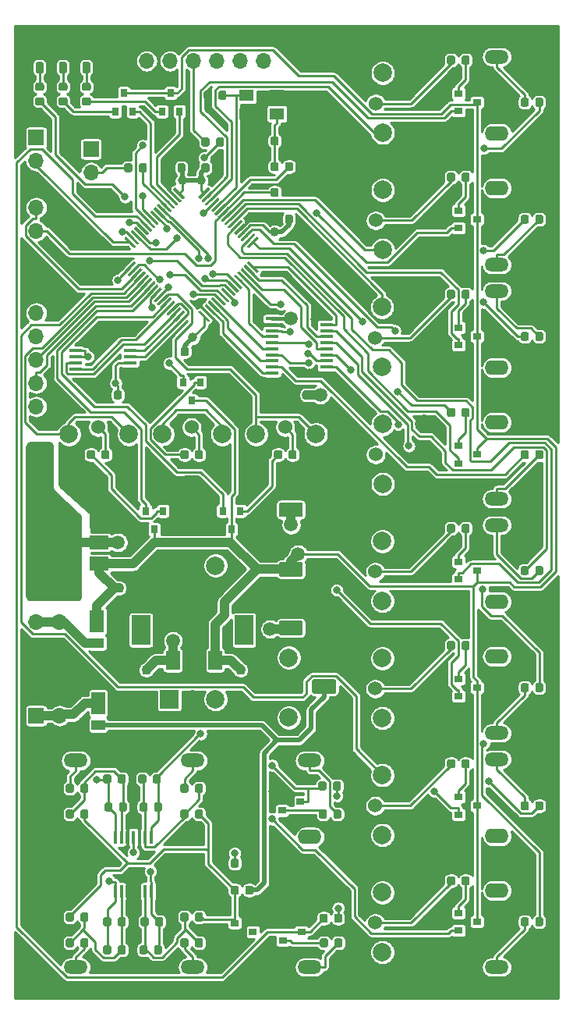
<source format=gbr>
G04 #@! TF.GenerationSoftware,KiCad,Pcbnew,(5.1.0-0)*
G04 #@! TF.CreationDate,2019-05-28T00:09:15+08:00*
G04 #@! TF.ProjectId,Beats,42656174-732e-46b6-9963-61645f706362,rev?*
G04 #@! TF.SameCoordinates,Original*
G04 #@! TF.FileFunction,Copper,L4,Bot*
G04 #@! TF.FilePolarity,Positive*
%FSLAX46Y46*%
G04 Gerber Fmt 4.6, Leading zero omitted, Abs format (unit mm)*
G04 Created by KiCad (PCBNEW (5.1.0-0)) date 2019-05-28 00:09:15*
%MOMM*%
%LPD*%
G04 APERTURE LIST*
%ADD10R,1.524000X1.524000*%
%ADD11C,1.524000*%
%ADD12C,2.000000*%
%ADD13R,0.450000X1.450000*%
%ADD14O,2.600000X1.600000*%
%ADD15O,2.400000X1.900000*%
%ADD16O,2.600000X1.500000*%
%ADD17C,0.100000*%
%ADD18C,0.875000*%
%ADD19R,0.800000X0.900000*%
%ADD20C,0.850000*%
%ADD21O,1.700000X1.700000*%
%ADD22R,1.700000X1.700000*%
%ADD23R,0.900000X0.800000*%
%ADD24R,2.000000X1.500000*%
%ADD25R,2.000000X3.800000*%
%ADD26R,1.600000X1.300000*%
%ADD27R,3.800000X2.000000*%
%ADD28R,1.500000X2.000000*%
%ADD29R,1.450000X0.450000*%
%ADD30C,0.300000*%
%ADD31R,2.000000X3.200000*%
%ADD32R,2.000000X2.000000*%
%ADD33R,1.500000X2.400000*%
%ADD34R,1.500000X1.050000*%
%ADD35C,1.600000*%
%ADD36C,0.800000*%
%ADD37C,1.000000*%
%ADD38C,1.500000*%
%ADD39C,0.250000*%
%ADD40C,1.000000*%
%ADD41C,0.500000*%
%ADD42C,0.400000*%
%ADD43C,0.254000*%
G04 APERTURE END LIST*
D10*
X165539000Y-68377000D03*
D11*
X159570000Y-68377000D03*
D12*
X160332000Y-65052000D03*
X164832000Y-65052000D03*
X160332000Y-71552000D03*
X164832000Y-71552000D03*
D13*
X131286000Y-135277000D03*
X131936000Y-135277000D03*
X132586000Y-135277000D03*
X133236000Y-135277000D03*
X133886000Y-135277000D03*
X134536000Y-135277000D03*
X135186000Y-135277000D03*
X135186000Y-141177000D03*
X134536000Y-141177000D03*
X133886000Y-141177000D03*
X133236000Y-141177000D03*
X132586000Y-141177000D03*
X131936000Y-141177000D03*
X131286000Y-141177000D03*
D14*
X127013000Y-141070000D03*
D15*
X127013000Y-138100000D03*
D16*
X127013000Y-149370000D03*
D14*
X139713000Y-141070000D03*
D15*
X139713000Y-138100000D03*
D16*
X139713000Y-149370000D03*
D14*
X152413000Y-141070000D03*
D15*
X152413000Y-138100000D03*
D16*
X152413000Y-149370000D03*
D14*
X127013000Y-135257000D03*
D16*
X127013000Y-126957000D03*
D14*
X139713000Y-135257000D03*
D16*
X139713000Y-126957000D03*
D14*
X152413000Y-135257000D03*
D16*
X152413000Y-126957000D03*
D14*
X172733000Y-141070000D03*
D15*
X172733000Y-138100000D03*
D16*
X172733000Y-149370000D03*
D14*
X172733000Y-115670000D03*
D15*
X172733000Y-112700000D03*
D16*
X172733000Y-123970000D03*
D14*
X172733000Y-90270000D03*
D15*
X172733000Y-87300000D03*
D16*
X172733000Y-98570000D03*
D14*
X172733000Y-64870000D03*
D15*
X172733000Y-61900000D03*
D16*
X172733000Y-73170000D03*
D14*
X172733000Y-135130000D03*
D16*
X172733000Y-126830000D03*
D14*
X172733000Y-109730000D03*
D16*
X172733000Y-101430000D03*
D14*
X172733000Y-84330000D03*
D16*
X172733000Y-76030000D03*
D14*
X172733000Y-58930000D03*
D16*
X172733000Y-50630000D03*
D17*
G36*
X128433691Y-55012053D02*
G01*
X128454926Y-55015203D01*
X128475750Y-55020419D01*
X128495962Y-55027651D01*
X128515368Y-55036830D01*
X128533781Y-55047866D01*
X128551024Y-55060654D01*
X128566930Y-55075070D01*
X128581346Y-55090976D01*
X128594134Y-55108219D01*
X128605170Y-55126632D01*
X128614349Y-55146038D01*
X128621581Y-55166250D01*
X128626797Y-55187074D01*
X128629947Y-55208309D01*
X128631000Y-55229750D01*
X128631000Y-55667250D01*
X128629947Y-55688691D01*
X128626797Y-55709926D01*
X128621581Y-55730750D01*
X128614349Y-55750962D01*
X128605170Y-55770368D01*
X128594134Y-55788781D01*
X128581346Y-55806024D01*
X128566930Y-55821930D01*
X128551024Y-55836346D01*
X128533781Y-55849134D01*
X128515368Y-55860170D01*
X128495962Y-55869349D01*
X128475750Y-55876581D01*
X128454926Y-55881797D01*
X128433691Y-55884947D01*
X128412250Y-55886000D01*
X127899750Y-55886000D01*
X127878309Y-55884947D01*
X127857074Y-55881797D01*
X127836250Y-55876581D01*
X127816038Y-55869349D01*
X127796632Y-55860170D01*
X127778219Y-55849134D01*
X127760976Y-55836346D01*
X127745070Y-55821930D01*
X127730654Y-55806024D01*
X127717866Y-55788781D01*
X127706830Y-55770368D01*
X127697651Y-55750962D01*
X127690419Y-55730750D01*
X127685203Y-55709926D01*
X127682053Y-55688691D01*
X127681000Y-55667250D01*
X127681000Y-55229750D01*
X127682053Y-55208309D01*
X127685203Y-55187074D01*
X127690419Y-55166250D01*
X127697651Y-55146038D01*
X127706830Y-55126632D01*
X127717866Y-55108219D01*
X127730654Y-55090976D01*
X127745070Y-55075070D01*
X127760976Y-55060654D01*
X127778219Y-55047866D01*
X127796632Y-55036830D01*
X127816038Y-55027651D01*
X127836250Y-55020419D01*
X127857074Y-55015203D01*
X127878309Y-55012053D01*
X127899750Y-55011000D01*
X128412250Y-55011000D01*
X128433691Y-55012053D01*
X128433691Y-55012053D01*
G37*
D18*
X128156000Y-55448500D03*
D17*
G36*
X128433691Y-53437053D02*
G01*
X128454926Y-53440203D01*
X128475750Y-53445419D01*
X128495962Y-53452651D01*
X128515368Y-53461830D01*
X128533781Y-53472866D01*
X128551024Y-53485654D01*
X128566930Y-53500070D01*
X128581346Y-53515976D01*
X128594134Y-53533219D01*
X128605170Y-53551632D01*
X128614349Y-53571038D01*
X128621581Y-53591250D01*
X128626797Y-53612074D01*
X128629947Y-53633309D01*
X128631000Y-53654750D01*
X128631000Y-54092250D01*
X128629947Y-54113691D01*
X128626797Y-54134926D01*
X128621581Y-54155750D01*
X128614349Y-54175962D01*
X128605170Y-54195368D01*
X128594134Y-54213781D01*
X128581346Y-54231024D01*
X128566930Y-54246930D01*
X128551024Y-54261346D01*
X128533781Y-54274134D01*
X128515368Y-54285170D01*
X128495962Y-54294349D01*
X128475750Y-54301581D01*
X128454926Y-54306797D01*
X128433691Y-54309947D01*
X128412250Y-54311000D01*
X127899750Y-54311000D01*
X127878309Y-54309947D01*
X127857074Y-54306797D01*
X127836250Y-54301581D01*
X127816038Y-54294349D01*
X127796632Y-54285170D01*
X127778219Y-54274134D01*
X127760976Y-54261346D01*
X127745070Y-54246930D01*
X127730654Y-54231024D01*
X127717866Y-54213781D01*
X127706830Y-54195368D01*
X127697651Y-54175962D01*
X127690419Y-54155750D01*
X127685203Y-54134926D01*
X127682053Y-54113691D01*
X127681000Y-54092250D01*
X127681000Y-53654750D01*
X127682053Y-53633309D01*
X127685203Y-53612074D01*
X127690419Y-53591250D01*
X127697651Y-53571038D01*
X127706830Y-53551632D01*
X127717866Y-53533219D01*
X127730654Y-53515976D01*
X127745070Y-53500070D01*
X127760976Y-53485654D01*
X127778219Y-53472866D01*
X127796632Y-53461830D01*
X127816038Y-53452651D01*
X127836250Y-53445419D01*
X127857074Y-53440203D01*
X127878309Y-53437053D01*
X127899750Y-53436000D01*
X128412250Y-53436000D01*
X128433691Y-53437053D01*
X128433691Y-53437053D01*
G37*
D18*
X128156000Y-53873500D03*
D17*
G36*
X125893691Y-55012053D02*
G01*
X125914926Y-55015203D01*
X125935750Y-55020419D01*
X125955962Y-55027651D01*
X125975368Y-55036830D01*
X125993781Y-55047866D01*
X126011024Y-55060654D01*
X126026930Y-55075070D01*
X126041346Y-55090976D01*
X126054134Y-55108219D01*
X126065170Y-55126632D01*
X126074349Y-55146038D01*
X126081581Y-55166250D01*
X126086797Y-55187074D01*
X126089947Y-55208309D01*
X126091000Y-55229750D01*
X126091000Y-55667250D01*
X126089947Y-55688691D01*
X126086797Y-55709926D01*
X126081581Y-55730750D01*
X126074349Y-55750962D01*
X126065170Y-55770368D01*
X126054134Y-55788781D01*
X126041346Y-55806024D01*
X126026930Y-55821930D01*
X126011024Y-55836346D01*
X125993781Y-55849134D01*
X125975368Y-55860170D01*
X125955962Y-55869349D01*
X125935750Y-55876581D01*
X125914926Y-55881797D01*
X125893691Y-55884947D01*
X125872250Y-55886000D01*
X125359750Y-55886000D01*
X125338309Y-55884947D01*
X125317074Y-55881797D01*
X125296250Y-55876581D01*
X125276038Y-55869349D01*
X125256632Y-55860170D01*
X125238219Y-55849134D01*
X125220976Y-55836346D01*
X125205070Y-55821930D01*
X125190654Y-55806024D01*
X125177866Y-55788781D01*
X125166830Y-55770368D01*
X125157651Y-55750962D01*
X125150419Y-55730750D01*
X125145203Y-55709926D01*
X125142053Y-55688691D01*
X125141000Y-55667250D01*
X125141000Y-55229750D01*
X125142053Y-55208309D01*
X125145203Y-55187074D01*
X125150419Y-55166250D01*
X125157651Y-55146038D01*
X125166830Y-55126632D01*
X125177866Y-55108219D01*
X125190654Y-55090976D01*
X125205070Y-55075070D01*
X125220976Y-55060654D01*
X125238219Y-55047866D01*
X125256632Y-55036830D01*
X125276038Y-55027651D01*
X125296250Y-55020419D01*
X125317074Y-55015203D01*
X125338309Y-55012053D01*
X125359750Y-55011000D01*
X125872250Y-55011000D01*
X125893691Y-55012053D01*
X125893691Y-55012053D01*
G37*
D18*
X125616000Y-55448500D03*
D17*
G36*
X125893691Y-53437053D02*
G01*
X125914926Y-53440203D01*
X125935750Y-53445419D01*
X125955962Y-53452651D01*
X125975368Y-53461830D01*
X125993781Y-53472866D01*
X126011024Y-53485654D01*
X126026930Y-53500070D01*
X126041346Y-53515976D01*
X126054134Y-53533219D01*
X126065170Y-53551632D01*
X126074349Y-53571038D01*
X126081581Y-53591250D01*
X126086797Y-53612074D01*
X126089947Y-53633309D01*
X126091000Y-53654750D01*
X126091000Y-54092250D01*
X126089947Y-54113691D01*
X126086797Y-54134926D01*
X126081581Y-54155750D01*
X126074349Y-54175962D01*
X126065170Y-54195368D01*
X126054134Y-54213781D01*
X126041346Y-54231024D01*
X126026930Y-54246930D01*
X126011024Y-54261346D01*
X125993781Y-54274134D01*
X125975368Y-54285170D01*
X125955962Y-54294349D01*
X125935750Y-54301581D01*
X125914926Y-54306797D01*
X125893691Y-54309947D01*
X125872250Y-54311000D01*
X125359750Y-54311000D01*
X125338309Y-54309947D01*
X125317074Y-54306797D01*
X125296250Y-54301581D01*
X125276038Y-54294349D01*
X125256632Y-54285170D01*
X125238219Y-54274134D01*
X125220976Y-54261346D01*
X125205070Y-54246930D01*
X125190654Y-54231024D01*
X125177866Y-54213781D01*
X125166830Y-54195368D01*
X125157651Y-54175962D01*
X125150419Y-54155750D01*
X125145203Y-54134926D01*
X125142053Y-54113691D01*
X125141000Y-54092250D01*
X125141000Y-53654750D01*
X125142053Y-53633309D01*
X125145203Y-53612074D01*
X125150419Y-53591250D01*
X125157651Y-53571038D01*
X125166830Y-53551632D01*
X125177866Y-53533219D01*
X125190654Y-53515976D01*
X125205070Y-53500070D01*
X125220976Y-53485654D01*
X125238219Y-53472866D01*
X125256632Y-53461830D01*
X125276038Y-53452651D01*
X125296250Y-53445419D01*
X125317074Y-53440203D01*
X125338309Y-53437053D01*
X125359750Y-53436000D01*
X125872250Y-53436000D01*
X125893691Y-53437053D01*
X125893691Y-53437053D01*
G37*
D18*
X125616000Y-53873500D03*
D19*
X137300000Y-54550000D03*
X136350000Y-56550000D03*
X138250000Y-56550000D03*
X132220000Y-54550000D03*
X131270000Y-56550000D03*
X133170000Y-56550000D03*
D17*
G36*
X128389329Y-51166323D02*
G01*
X128409957Y-51169383D01*
X128430185Y-51174450D01*
X128449820Y-51181476D01*
X128468672Y-51190392D01*
X128486559Y-51201113D01*
X128503309Y-51213535D01*
X128518760Y-51227540D01*
X128532765Y-51242991D01*
X128545187Y-51259741D01*
X128555908Y-51277628D01*
X128564824Y-51296480D01*
X128571850Y-51316115D01*
X128576917Y-51336343D01*
X128579977Y-51356971D01*
X128581000Y-51377800D01*
X128581000Y-52177800D01*
X128579977Y-52198629D01*
X128576917Y-52219257D01*
X128571850Y-52239485D01*
X128564824Y-52259120D01*
X128555908Y-52277972D01*
X128545187Y-52295859D01*
X128532765Y-52312609D01*
X128518760Y-52328060D01*
X128503309Y-52342065D01*
X128486559Y-52354487D01*
X128468672Y-52365208D01*
X128449820Y-52374124D01*
X128430185Y-52381150D01*
X128409957Y-52386217D01*
X128389329Y-52389277D01*
X128368500Y-52390300D01*
X127943500Y-52390300D01*
X127922671Y-52389277D01*
X127902043Y-52386217D01*
X127881815Y-52381150D01*
X127862180Y-52374124D01*
X127843328Y-52365208D01*
X127825441Y-52354487D01*
X127808691Y-52342065D01*
X127793240Y-52328060D01*
X127779235Y-52312609D01*
X127766813Y-52295859D01*
X127756092Y-52277972D01*
X127747176Y-52259120D01*
X127740150Y-52239485D01*
X127735083Y-52219257D01*
X127732023Y-52198629D01*
X127731000Y-52177800D01*
X127731000Y-51377800D01*
X127732023Y-51356971D01*
X127735083Y-51336343D01*
X127740150Y-51316115D01*
X127747176Y-51296480D01*
X127756092Y-51277628D01*
X127766813Y-51259741D01*
X127779235Y-51242991D01*
X127793240Y-51227540D01*
X127808691Y-51213535D01*
X127825441Y-51201113D01*
X127843328Y-51190392D01*
X127862180Y-51181476D01*
X127881815Y-51174450D01*
X127902043Y-51169383D01*
X127922671Y-51166323D01*
X127943500Y-51165300D01*
X128368500Y-51165300D01*
X128389329Y-51166323D01*
X128389329Y-51166323D01*
G37*
D20*
X128156000Y-51777800D03*
D17*
G36*
X128389329Y-49541323D02*
G01*
X128409957Y-49544383D01*
X128430185Y-49549450D01*
X128449820Y-49556476D01*
X128468672Y-49565392D01*
X128486559Y-49576113D01*
X128503309Y-49588535D01*
X128518760Y-49602540D01*
X128532765Y-49617991D01*
X128545187Y-49634741D01*
X128555908Y-49652628D01*
X128564824Y-49671480D01*
X128571850Y-49691115D01*
X128576917Y-49711343D01*
X128579977Y-49731971D01*
X128581000Y-49752800D01*
X128581000Y-50552800D01*
X128579977Y-50573629D01*
X128576917Y-50594257D01*
X128571850Y-50614485D01*
X128564824Y-50634120D01*
X128555908Y-50652972D01*
X128545187Y-50670859D01*
X128532765Y-50687609D01*
X128518760Y-50703060D01*
X128503309Y-50717065D01*
X128486559Y-50729487D01*
X128468672Y-50740208D01*
X128449820Y-50749124D01*
X128430185Y-50756150D01*
X128409957Y-50761217D01*
X128389329Y-50764277D01*
X128368500Y-50765300D01*
X127943500Y-50765300D01*
X127922671Y-50764277D01*
X127902043Y-50761217D01*
X127881815Y-50756150D01*
X127862180Y-50749124D01*
X127843328Y-50740208D01*
X127825441Y-50729487D01*
X127808691Y-50717065D01*
X127793240Y-50703060D01*
X127779235Y-50687609D01*
X127766813Y-50670859D01*
X127756092Y-50652972D01*
X127747176Y-50634120D01*
X127740150Y-50614485D01*
X127735083Y-50594257D01*
X127732023Y-50573629D01*
X127731000Y-50552800D01*
X127731000Y-49752800D01*
X127732023Y-49731971D01*
X127735083Y-49711343D01*
X127740150Y-49691115D01*
X127747176Y-49671480D01*
X127756092Y-49652628D01*
X127766813Y-49634741D01*
X127779235Y-49617991D01*
X127793240Y-49602540D01*
X127808691Y-49588535D01*
X127825441Y-49576113D01*
X127843328Y-49565392D01*
X127862180Y-49556476D01*
X127881815Y-49549450D01*
X127902043Y-49544383D01*
X127922671Y-49541323D01*
X127943500Y-49540300D01*
X128368500Y-49540300D01*
X128389329Y-49541323D01*
X128389329Y-49541323D01*
G37*
D20*
X128156000Y-50152800D03*
D17*
G36*
X125849329Y-51166323D02*
G01*
X125869957Y-51169383D01*
X125890185Y-51174450D01*
X125909820Y-51181476D01*
X125928672Y-51190392D01*
X125946559Y-51201113D01*
X125963309Y-51213535D01*
X125978760Y-51227540D01*
X125992765Y-51242991D01*
X126005187Y-51259741D01*
X126015908Y-51277628D01*
X126024824Y-51296480D01*
X126031850Y-51316115D01*
X126036917Y-51336343D01*
X126039977Y-51356971D01*
X126041000Y-51377800D01*
X126041000Y-52177800D01*
X126039977Y-52198629D01*
X126036917Y-52219257D01*
X126031850Y-52239485D01*
X126024824Y-52259120D01*
X126015908Y-52277972D01*
X126005187Y-52295859D01*
X125992765Y-52312609D01*
X125978760Y-52328060D01*
X125963309Y-52342065D01*
X125946559Y-52354487D01*
X125928672Y-52365208D01*
X125909820Y-52374124D01*
X125890185Y-52381150D01*
X125869957Y-52386217D01*
X125849329Y-52389277D01*
X125828500Y-52390300D01*
X125403500Y-52390300D01*
X125382671Y-52389277D01*
X125362043Y-52386217D01*
X125341815Y-52381150D01*
X125322180Y-52374124D01*
X125303328Y-52365208D01*
X125285441Y-52354487D01*
X125268691Y-52342065D01*
X125253240Y-52328060D01*
X125239235Y-52312609D01*
X125226813Y-52295859D01*
X125216092Y-52277972D01*
X125207176Y-52259120D01*
X125200150Y-52239485D01*
X125195083Y-52219257D01*
X125192023Y-52198629D01*
X125191000Y-52177800D01*
X125191000Y-51377800D01*
X125192023Y-51356971D01*
X125195083Y-51336343D01*
X125200150Y-51316115D01*
X125207176Y-51296480D01*
X125216092Y-51277628D01*
X125226813Y-51259741D01*
X125239235Y-51242991D01*
X125253240Y-51227540D01*
X125268691Y-51213535D01*
X125285441Y-51201113D01*
X125303328Y-51190392D01*
X125322180Y-51181476D01*
X125341815Y-51174450D01*
X125362043Y-51169383D01*
X125382671Y-51166323D01*
X125403500Y-51165300D01*
X125828500Y-51165300D01*
X125849329Y-51166323D01*
X125849329Y-51166323D01*
G37*
D20*
X125616000Y-51777800D03*
D17*
G36*
X125849329Y-49541323D02*
G01*
X125869957Y-49544383D01*
X125890185Y-49549450D01*
X125909820Y-49556476D01*
X125928672Y-49565392D01*
X125946559Y-49576113D01*
X125963309Y-49588535D01*
X125978760Y-49602540D01*
X125992765Y-49617991D01*
X126005187Y-49634741D01*
X126015908Y-49652628D01*
X126024824Y-49671480D01*
X126031850Y-49691115D01*
X126036917Y-49711343D01*
X126039977Y-49731971D01*
X126041000Y-49752800D01*
X126041000Y-50552800D01*
X126039977Y-50573629D01*
X126036917Y-50594257D01*
X126031850Y-50614485D01*
X126024824Y-50634120D01*
X126015908Y-50652972D01*
X126005187Y-50670859D01*
X125992765Y-50687609D01*
X125978760Y-50703060D01*
X125963309Y-50717065D01*
X125946559Y-50729487D01*
X125928672Y-50740208D01*
X125909820Y-50749124D01*
X125890185Y-50756150D01*
X125869957Y-50761217D01*
X125849329Y-50764277D01*
X125828500Y-50765300D01*
X125403500Y-50765300D01*
X125382671Y-50764277D01*
X125362043Y-50761217D01*
X125341815Y-50756150D01*
X125322180Y-50749124D01*
X125303328Y-50740208D01*
X125285441Y-50729487D01*
X125268691Y-50717065D01*
X125253240Y-50703060D01*
X125239235Y-50687609D01*
X125226813Y-50670859D01*
X125216092Y-50652972D01*
X125207176Y-50634120D01*
X125200150Y-50614485D01*
X125195083Y-50594257D01*
X125192023Y-50573629D01*
X125191000Y-50552800D01*
X125191000Y-49752800D01*
X125192023Y-49731971D01*
X125195083Y-49711343D01*
X125200150Y-49691115D01*
X125207176Y-49671480D01*
X125216092Y-49652628D01*
X125226813Y-49634741D01*
X125239235Y-49617991D01*
X125253240Y-49602540D01*
X125268691Y-49588535D01*
X125285441Y-49576113D01*
X125303328Y-49565392D01*
X125322180Y-49556476D01*
X125341815Y-49549450D01*
X125362043Y-49544383D01*
X125382671Y-49541323D01*
X125403500Y-49540300D01*
X125828500Y-49540300D01*
X125849329Y-49541323D01*
X125849329Y-49541323D01*
G37*
D20*
X125616000Y-50152800D03*
D17*
G36*
X123309329Y-51179023D02*
G01*
X123329957Y-51182083D01*
X123350185Y-51187150D01*
X123369820Y-51194176D01*
X123388672Y-51203092D01*
X123406559Y-51213813D01*
X123423309Y-51226235D01*
X123438760Y-51240240D01*
X123452765Y-51255691D01*
X123465187Y-51272441D01*
X123475908Y-51290328D01*
X123484824Y-51309180D01*
X123491850Y-51328815D01*
X123496917Y-51349043D01*
X123499977Y-51369671D01*
X123501000Y-51390500D01*
X123501000Y-52190500D01*
X123499977Y-52211329D01*
X123496917Y-52231957D01*
X123491850Y-52252185D01*
X123484824Y-52271820D01*
X123475908Y-52290672D01*
X123465187Y-52308559D01*
X123452765Y-52325309D01*
X123438760Y-52340760D01*
X123423309Y-52354765D01*
X123406559Y-52367187D01*
X123388672Y-52377908D01*
X123369820Y-52386824D01*
X123350185Y-52393850D01*
X123329957Y-52398917D01*
X123309329Y-52401977D01*
X123288500Y-52403000D01*
X122863500Y-52403000D01*
X122842671Y-52401977D01*
X122822043Y-52398917D01*
X122801815Y-52393850D01*
X122782180Y-52386824D01*
X122763328Y-52377908D01*
X122745441Y-52367187D01*
X122728691Y-52354765D01*
X122713240Y-52340760D01*
X122699235Y-52325309D01*
X122686813Y-52308559D01*
X122676092Y-52290672D01*
X122667176Y-52271820D01*
X122660150Y-52252185D01*
X122655083Y-52231957D01*
X122652023Y-52211329D01*
X122651000Y-52190500D01*
X122651000Y-51390500D01*
X122652023Y-51369671D01*
X122655083Y-51349043D01*
X122660150Y-51328815D01*
X122667176Y-51309180D01*
X122676092Y-51290328D01*
X122686813Y-51272441D01*
X122699235Y-51255691D01*
X122713240Y-51240240D01*
X122728691Y-51226235D01*
X122745441Y-51213813D01*
X122763328Y-51203092D01*
X122782180Y-51194176D01*
X122801815Y-51187150D01*
X122822043Y-51182083D01*
X122842671Y-51179023D01*
X122863500Y-51178000D01*
X123288500Y-51178000D01*
X123309329Y-51179023D01*
X123309329Y-51179023D01*
G37*
D20*
X123076000Y-51790500D03*
D17*
G36*
X123309329Y-49554023D02*
G01*
X123329957Y-49557083D01*
X123350185Y-49562150D01*
X123369820Y-49569176D01*
X123388672Y-49578092D01*
X123406559Y-49588813D01*
X123423309Y-49601235D01*
X123438760Y-49615240D01*
X123452765Y-49630691D01*
X123465187Y-49647441D01*
X123475908Y-49665328D01*
X123484824Y-49684180D01*
X123491850Y-49703815D01*
X123496917Y-49724043D01*
X123499977Y-49744671D01*
X123501000Y-49765500D01*
X123501000Y-50565500D01*
X123499977Y-50586329D01*
X123496917Y-50606957D01*
X123491850Y-50627185D01*
X123484824Y-50646820D01*
X123475908Y-50665672D01*
X123465187Y-50683559D01*
X123452765Y-50700309D01*
X123438760Y-50715760D01*
X123423309Y-50729765D01*
X123406559Y-50742187D01*
X123388672Y-50752908D01*
X123369820Y-50761824D01*
X123350185Y-50768850D01*
X123329957Y-50773917D01*
X123309329Y-50776977D01*
X123288500Y-50778000D01*
X122863500Y-50778000D01*
X122842671Y-50776977D01*
X122822043Y-50773917D01*
X122801815Y-50768850D01*
X122782180Y-50761824D01*
X122763328Y-50752908D01*
X122745441Y-50742187D01*
X122728691Y-50729765D01*
X122713240Y-50715760D01*
X122699235Y-50700309D01*
X122686813Y-50683559D01*
X122676092Y-50665672D01*
X122667176Y-50646820D01*
X122660150Y-50627185D01*
X122655083Y-50606957D01*
X122652023Y-50586329D01*
X122651000Y-50565500D01*
X122651000Y-49765500D01*
X122652023Y-49744671D01*
X122655083Y-49724043D01*
X122660150Y-49703815D01*
X122667176Y-49684180D01*
X122676092Y-49665328D01*
X122686813Y-49647441D01*
X122699235Y-49630691D01*
X122713240Y-49615240D01*
X122728691Y-49601235D01*
X122745441Y-49588813D01*
X122763328Y-49578092D01*
X122782180Y-49569176D01*
X122801815Y-49562150D01*
X122822043Y-49557083D01*
X122842671Y-49554023D01*
X122863500Y-49553000D01*
X123288500Y-49553000D01*
X123309329Y-49554023D01*
X123309329Y-49554023D01*
G37*
D20*
X123076000Y-50165500D03*
D21*
X122695000Y-88570000D03*
X122695000Y-86030000D03*
X122695000Y-83490000D03*
X122695000Y-80950000D03*
X122695000Y-78410000D03*
D22*
X122695000Y-75870000D03*
D10*
X149745000Y-96757000D03*
D11*
X149745000Y-90788000D03*
D12*
X153070000Y-91550000D03*
X153070000Y-96050000D03*
X146570000Y-91550000D03*
X146570000Y-96050000D03*
D10*
X139580000Y-96757000D03*
D11*
X139580000Y-90788000D03*
D12*
X142905000Y-91550000D03*
X142905000Y-96050000D03*
X136405000Y-91550000D03*
X136405000Y-96050000D03*
D10*
X129430000Y-96757000D03*
D11*
X129430000Y-90788000D03*
D12*
X132755000Y-91550000D03*
X132755000Y-96050000D03*
X126255000Y-91550000D03*
X126255000Y-96050000D03*
D10*
X165494000Y-144577000D03*
D11*
X159525000Y-144577000D03*
D12*
X160287000Y-141252000D03*
X164787000Y-141252000D03*
X160287000Y-147752000D03*
X164787000Y-147752000D03*
D10*
X165494000Y-131871000D03*
D11*
X159525000Y-131871000D03*
D12*
X160287000Y-128546000D03*
X164787000Y-128546000D03*
X160287000Y-135046000D03*
X164787000Y-135046000D03*
D10*
X165494000Y-119177000D03*
D11*
X159525000Y-119177000D03*
D12*
X160287000Y-115852000D03*
X164787000Y-115852000D03*
X160287000Y-122352000D03*
X164787000Y-122352000D03*
D10*
X165494000Y-106476000D03*
D11*
X159525000Y-106476000D03*
D12*
X160287000Y-103151000D03*
X164787000Y-103151000D03*
X160287000Y-109651000D03*
X164787000Y-109651000D03*
D10*
X165539000Y-93777000D03*
D11*
X159570000Y-93777000D03*
D12*
X160332000Y-90452000D03*
X164832000Y-90452000D03*
X160332000Y-96952000D03*
X164832000Y-96952000D03*
D10*
X165462000Y-81081000D03*
D11*
X159493000Y-81081000D03*
D12*
X160255000Y-77756000D03*
X164755000Y-77756000D03*
X160255000Y-84256000D03*
X164755000Y-84256000D03*
D10*
X165539000Y-55681000D03*
D11*
X159570000Y-55681000D03*
D12*
X160332000Y-52356000D03*
X164832000Y-52356000D03*
X160332000Y-58856000D03*
X164832000Y-58856000D03*
D17*
G36*
X149198691Y-93303053D02*
G01*
X149219926Y-93306203D01*
X149240750Y-93311419D01*
X149260962Y-93318651D01*
X149280368Y-93327830D01*
X149298781Y-93338866D01*
X149316024Y-93351654D01*
X149331930Y-93366070D01*
X149346346Y-93381976D01*
X149359134Y-93399219D01*
X149370170Y-93417632D01*
X149379349Y-93437038D01*
X149386581Y-93457250D01*
X149391797Y-93478074D01*
X149394947Y-93499309D01*
X149396000Y-93520750D01*
X149396000Y-94033250D01*
X149394947Y-94054691D01*
X149391797Y-94075926D01*
X149386581Y-94096750D01*
X149379349Y-94116962D01*
X149370170Y-94136368D01*
X149359134Y-94154781D01*
X149346346Y-94172024D01*
X149331930Y-94187930D01*
X149316024Y-94202346D01*
X149298781Y-94215134D01*
X149280368Y-94226170D01*
X149260962Y-94235349D01*
X149240750Y-94242581D01*
X149219926Y-94247797D01*
X149198691Y-94250947D01*
X149177250Y-94252000D01*
X148739750Y-94252000D01*
X148718309Y-94250947D01*
X148697074Y-94247797D01*
X148676250Y-94242581D01*
X148656038Y-94235349D01*
X148636632Y-94226170D01*
X148618219Y-94215134D01*
X148600976Y-94202346D01*
X148585070Y-94187930D01*
X148570654Y-94172024D01*
X148557866Y-94154781D01*
X148546830Y-94136368D01*
X148537651Y-94116962D01*
X148530419Y-94096750D01*
X148525203Y-94075926D01*
X148522053Y-94054691D01*
X148521000Y-94033250D01*
X148521000Y-93520750D01*
X148522053Y-93499309D01*
X148525203Y-93478074D01*
X148530419Y-93457250D01*
X148537651Y-93437038D01*
X148546830Y-93417632D01*
X148557866Y-93399219D01*
X148570654Y-93381976D01*
X148585070Y-93366070D01*
X148600976Y-93351654D01*
X148618219Y-93338866D01*
X148636632Y-93327830D01*
X148656038Y-93318651D01*
X148676250Y-93311419D01*
X148697074Y-93306203D01*
X148718309Y-93303053D01*
X148739750Y-93302000D01*
X149177250Y-93302000D01*
X149198691Y-93303053D01*
X149198691Y-93303053D01*
G37*
D18*
X148958500Y-93777000D03*
D17*
G36*
X150773691Y-93303053D02*
G01*
X150794926Y-93306203D01*
X150815750Y-93311419D01*
X150835962Y-93318651D01*
X150855368Y-93327830D01*
X150873781Y-93338866D01*
X150891024Y-93351654D01*
X150906930Y-93366070D01*
X150921346Y-93381976D01*
X150934134Y-93399219D01*
X150945170Y-93417632D01*
X150954349Y-93437038D01*
X150961581Y-93457250D01*
X150966797Y-93478074D01*
X150969947Y-93499309D01*
X150971000Y-93520750D01*
X150971000Y-94033250D01*
X150969947Y-94054691D01*
X150966797Y-94075926D01*
X150961581Y-94096750D01*
X150954349Y-94116962D01*
X150945170Y-94136368D01*
X150934134Y-94154781D01*
X150921346Y-94172024D01*
X150906930Y-94187930D01*
X150891024Y-94202346D01*
X150873781Y-94215134D01*
X150855368Y-94226170D01*
X150835962Y-94235349D01*
X150815750Y-94242581D01*
X150794926Y-94247797D01*
X150773691Y-94250947D01*
X150752250Y-94252000D01*
X150314750Y-94252000D01*
X150293309Y-94250947D01*
X150272074Y-94247797D01*
X150251250Y-94242581D01*
X150231038Y-94235349D01*
X150211632Y-94226170D01*
X150193219Y-94215134D01*
X150175976Y-94202346D01*
X150160070Y-94187930D01*
X150145654Y-94172024D01*
X150132866Y-94154781D01*
X150121830Y-94136368D01*
X150112651Y-94116962D01*
X150105419Y-94096750D01*
X150100203Y-94075926D01*
X150097053Y-94054691D01*
X150096000Y-94033250D01*
X150096000Y-93520750D01*
X150097053Y-93499309D01*
X150100203Y-93478074D01*
X150105419Y-93457250D01*
X150112651Y-93437038D01*
X150121830Y-93417632D01*
X150132866Y-93399219D01*
X150145654Y-93381976D01*
X150160070Y-93366070D01*
X150175976Y-93351654D01*
X150193219Y-93338866D01*
X150211632Y-93327830D01*
X150231038Y-93318651D01*
X150251250Y-93311419D01*
X150272074Y-93306203D01*
X150293309Y-93303053D01*
X150314750Y-93302000D01*
X150752250Y-93302000D01*
X150773691Y-93303053D01*
X150773691Y-93303053D01*
G37*
D18*
X150533500Y-93777000D03*
D17*
G36*
X139038691Y-93303053D02*
G01*
X139059926Y-93306203D01*
X139080750Y-93311419D01*
X139100962Y-93318651D01*
X139120368Y-93327830D01*
X139138781Y-93338866D01*
X139156024Y-93351654D01*
X139171930Y-93366070D01*
X139186346Y-93381976D01*
X139199134Y-93399219D01*
X139210170Y-93417632D01*
X139219349Y-93437038D01*
X139226581Y-93457250D01*
X139231797Y-93478074D01*
X139234947Y-93499309D01*
X139236000Y-93520750D01*
X139236000Y-94033250D01*
X139234947Y-94054691D01*
X139231797Y-94075926D01*
X139226581Y-94096750D01*
X139219349Y-94116962D01*
X139210170Y-94136368D01*
X139199134Y-94154781D01*
X139186346Y-94172024D01*
X139171930Y-94187930D01*
X139156024Y-94202346D01*
X139138781Y-94215134D01*
X139120368Y-94226170D01*
X139100962Y-94235349D01*
X139080750Y-94242581D01*
X139059926Y-94247797D01*
X139038691Y-94250947D01*
X139017250Y-94252000D01*
X138579750Y-94252000D01*
X138558309Y-94250947D01*
X138537074Y-94247797D01*
X138516250Y-94242581D01*
X138496038Y-94235349D01*
X138476632Y-94226170D01*
X138458219Y-94215134D01*
X138440976Y-94202346D01*
X138425070Y-94187930D01*
X138410654Y-94172024D01*
X138397866Y-94154781D01*
X138386830Y-94136368D01*
X138377651Y-94116962D01*
X138370419Y-94096750D01*
X138365203Y-94075926D01*
X138362053Y-94054691D01*
X138361000Y-94033250D01*
X138361000Y-93520750D01*
X138362053Y-93499309D01*
X138365203Y-93478074D01*
X138370419Y-93457250D01*
X138377651Y-93437038D01*
X138386830Y-93417632D01*
X138397866Y-93399219D01*
X138410654Y-93381976D01*
X138425070Y-93366070D01*
X138440976Y-93351654D01*
X138458219Y-93338866D01*
X138476632Y-93327830D01*
X138496038Y-93318651D01*
X138516250Y-93311419D01*
X138537074Y-93306203D01*
X138558309Y-93303053D01*
X138579750Y-93302000D01*
X139017250Y-93302000D01*
X139038691Y-93303053D01*
X139038691Y-93303053D01*
G37*
D18*
X138798500Y-93777000D03*
D17*
G36*
X140613691Y-93303053D02*
G01*
X140634926Y-93306203D01*
X140655750Y-93311419D01*
X140675962Y-93318651D01*
X140695368Y-93327830D01*
X140713781Y-93338866D01*
X140731024Y-93351654D01*
X140746930Y-93366070D01*
X140761346Y-93381976D01*
X140774134Y-93399219D01*
X140785170Y-93417632D01*
X140794349Y-93437038D01*
X140801581Y-93457250D01*
X140806797Y-93478074D01*
X140809947Y-93499309D01*
X140811000Y-93520750D01*
X140811000Y-94033250D01*
X140809947Y-94054691D01*
X140806797Y-94075926D01*
X140801581Y-94096750D01*
X140794349Y-94116962D01*
X140785170Y-94136368D01*
X140774134Y-94154781D01*
X140761346Y-94172024D01*
X140746930Y-94187930D01*
X140731024Y-94202346D01*
X140713781Y-94215134D01*
X140695368Y-94226170D01*
X140675962Y-94235349D01*
X140655750Y-94242581D01*
X140634926Y-94247797D01*
X140613691Y-94250947D01*
X140592250Y-94252000D01*
X140154750Y-94252000D01*
X140133309Y-94250947D01*
X140112074Y-94247797D01*
X140091250Y-94242581D01*
X140071038Y-94235349D01*
X140051632Y-94226170D01*
X140033219Y-94215134D01*
X140015976Y-94202346D01*
X140000070Y-94187930D01*
X139985654Y-94172024D01*
X139972866Y-94154781D01*
X139961830Y-94136368D01*
X139952651Y-94116962D01*
X139945419Y-94096750D01*
X139940203Y-94075926D01*
X139937053Y-94054691D01*
X139936000Y-94033250D01*
X139936000Y-93520750D01*
X139937053Y-93499309D01*
X139940203Y-93478074D01*
X139945419Y-93457250D01*
X139952651Y-93437038D01*
X139961830Y-93417632D01*
X139972866Y-93399219D01*
X139985654Y-93381976D01*
X140000070Y-93366070D01*
X140015976Y-93351654D01*
X140033219Y-93338866D01*
X140051632Y-93327830D01*
X140071038Y-93318651D01*
X140091250Y-93311419D01*
X140112074Y-93306203D01*
X140133309Y-93303053D01*
X140154750Y-93302000D01*
X140592250Y-93302000D01*
X140613691Y-93303053D01*
X140613691Y-93303053D01*
G37*
D18*
X140373500Y-93777000D03*
D17*
G36*
X128878691Y-93303053D02*
G01*
X128899926Y-93306203D01*
X128920750Y-93311419D01*
X128940962Y-93318651D01*
X128960368Y-93327830D01*
X128978781Y-93338866D01*
X128996024Y-93351654D01*
X129011930Y-93366070D01*
X129026346Y-93381976D01*
X129039134Y-93399219D01*
X129050170Y-93417632D01*
X129059349Y-93437038D01*
X129066581Y-93457250D01*
X129071797Y-93478074D01*
X129074947Y-93499309D01*
X129076000Y-93520750D01*
X129076000Y-94033250D01*
X129074947Y-94054691D01*
X129071797Y-94075926D01*
X129066581Y-94096750D01*
X129059349Y-94116962D01*
X129050170Y-94136368D01*
X129039134Y-94154781D01*
X129026346Y-94172024D01*
X129011930Y-94187930D01*
X128996024Y-94202346D01*
X128978781Y-94215134D01*
X128960368Y-94226170D01*
X128940962Y-94235349D01*
X128920750Y-94242581D01*
X128899926Y-94247797D01*
X128878691Y-94250947D01*
X128857250Y-94252000D01*
X128419750Y-94252000D01*
X128398309Y-94250947D01*
X128377074Y-94247797D01*
X128356250Y-94242581D01*
X128336038Y-94235349D01*
X128316632Y-94226170D01*
X128298219Y-94215134D01*
X128280976Y-94202346D01*
X128265070Y-94187930D01*
X128250654Y-94172024D01*
X128237866Y-94154781D01*
X128226830Y-94136368D01*
X128217651Y-94116962D01*
X128210419Y-94096750D01*
X128205203Y-94075926D01*
X128202053Y-94054691D01*
X128201000Y-94033250D01*
X128201000Y-93520750D01*
X128202053Y-93499309D01*
X128205203Y-93478074D01*
X128210419Y-93457250D01*
X128217651Y-93437038D01*
X128226830Y-93417632D01*
X128237866Y-93399219D01*
X128250654Y-93381976D01*
X128265070Y-93366070D01*
X128280976Y-93351654D01*
X128298219Y-93338866D01*
X128316632Y-93327830D01*
X128336038Y-93318651D01*
X128356250Y-93311419D01*
X128377074Y-93306203D01*
X128398309Y-93303053D01*
X128419750Y-93302000D01*
X128857250Y-93302000D01*
X128878691Y-93303053D01*
X128878691Y-93303053D01*
G37*
D18*
X128638500Y-93777000D03*
D17*
G36*
X130453691Y-93303053D02*
G01*
X130474926Y-93306203D01*
X130495750Y-93311419D01*
X130515962Y-93318651D01*
X130535368Y-93327830D01*
X130553781Y-93338866D01*
X130571024Y-93351654D01*
X130586930Y-93366070D01*
X130601346Y-93381976D01*
X130614134Y-93399219D01*
X130625170Y-93417632D01*
X130634349Y-93437038D01*
X130641581Y-93457250D01*
X130646797Y-93478074D01*
X130649947Y-93499309D01*
X130651000Y-93520750D01*
X130651000Y-94033250D01*
X130649947Y-94054691D01*
X130646797Y-94075926D01*
X130641581Y-94096750D01*
X130634349Y-94116962D01*
X130625170Y-94136368D01*
X130614134Y-94154781D01*
X130601346Y-94172024D01*
X130586930Y-94187930D01*
X130571024Y-94202346D01*
X130553781Y-94215134D01*
X130535368Y-94226170D01*
X130515962Y-94235349D01*
X130495750Y-94242581D01*
X130474926Y-94247797D01*
X130453691Y-94250947D01*
X130432250Y-94252000D01*
X129994750Y-94252000D01*
X129973309Y-94250947D01*
X129952074Y-94247797D01*
X129931250Y-94242581D01*
X129911038Y-94235349D01*
X129891632Y-94226170D01*
X129873219Y-94215134D01*
X129855976Y-94202346D01*
X129840070Y-94187930D01*
X129825654Y-94172024D01*
X129812866Y-94154781D01*
X129801830Y-94136368D01*
X129792651Y-94116962D01*
X129785419Y-94096750D01*
X129780203Y-94075926D01*
X129777053Y-94054691D01*
X129776000Y-94033250D01*
X129776000Y-93520750D01*
X129777053Y-93499309D01*
X129780203Y-93478074D01*
X129785419Y-93457250D01*
X129792651Y-93437038D01*
X129801830Y-93417632D01*
X129812866Y-93399219D01*
X129825654Y-93381976D01*
X129840070Y-93366070D01*
X129855976Y-93351654D01*
X129873219Y-93338866D01*
X129891632Y-93327830D01*
X129911038Y-93318651D01*
X129931250Y-93311419D01*
X129952074Y-93306203D01*
X129973309Y-93303053D01*
X129994750Y-93302000D01*
X130432250Y-93302000D01*
X130453691Y-93303053D01*
X130453691Y-93303053D01*
G37*
D18*
X130213500Y-93777000D03*
D17*
G36*
X169569691Y-139531053D02*
G01*
X169590926Y-139534203D01*
X169611750Y-139539419D01*
X169631962Y-139546651D01*
X169651368Y-139555830D01*
X169669781Y-139566866D01*
X169687024Y-139579654D01*
X169702930Y-139594070D01*
X169717346Y-139609976D01*
X169730134Y-139627219D01*
X169741170Y-139645632D01*
X169750349Y-139665038D01*
X169757581Y-139685250D01*
X169762797Y-139706074D01*
X169765947Y-139727309D01*
X169767000Y-139748750D01*
X169767000Y-140261250D01*
X169765947Y-140282691D01*
X169762797Y-140303926D01*
X169757581Y-140324750D01*
X169750349Y-140344962D01*
X169741170Y-140364368D01*
X169730134Y-140382781D01*
X169717346Y-140400024D01*
X169702930Y-140415930D01*
X169687024Y-140430346D01*
X169669781Y-140443134D01*
X169651368Y-140454170D01*
X169631962Y-140463349D01*
X169611750Y-140470581D01*
X169590926Y-140475797D01*
X169569691Y-140478947D01*
X169548250Y-140480000D01*
X169110750Y-140480000D01*
X169089309Y-140478947D01*
X169068074Y-140475797D01*
X169047250Y-140470581D01*
X169027038Y-140463349D01*
X169007632Y-140454170D01*
X168989219Y-140443134D01*
X168971976Y-140430346D01*
X168956070Y-140415930D01*
X168941654Y-140400024D01*
X168928866Y-140382781D01*
X168917830Y-140364368D01*
X168908651Y-140344962D01*
X168901419Y-140324750D01*
X168896203Y-140303926D01*
X168893053Y-140282691D01*
X168892000Y-140261250D01*
X168892000Y-139748750D01*
X168893053Y-139727309D01*
X168896203Y-139706074D01*
X168901419Y-139685250D01*
X168908651Y-139665038D01*
X168917830Y-139645632D01*
X168928866Y-139627219D01*
X168941654Y-139609976D01*
X168956070Y-139594070D01*
X168971976Y-139579654D01*
X168989219Y-139566866D01*
X169007632Y-139555830D01*
X169027038Y-139546651D01*
X169047250Y-139539419D01*
X169068074Y-139534203D01*
X169089309Y-139531053D01*
X169110750Y-139530000D01*
X169548250Y-139530000D01*
X169569691Y-139531053D01*
X169569691Y-139531053D01*
G37*
D18*
X169329500Y-140005000D03*
D17*
G36*
X167994691Y-139531053D02*
G01*
X168015926Y-139534203D01*
X168036750Y-139539419D01*
X168056962Y-139546651D01*
X168076368Y-139555830D01*
X168094781Y-139566866D01*
X168112024Y-139579654D01*
X168127930Y-139594070D01*
X168142346Y-139609976D01*
X168155134Y-139627219D01*
X168166170Y-139645632D01*
X168175349Y-139665038D01*
X168182581Y-139685250D01*
X168187797Y-139706074D01*
X168190947Y-139727309D01*
X168192000Y-139748750D01*
X168192000Y-140261250D01*
X168190947Y-140282691D01*
X168187797Y-140303926D01*
X168182581Y-140324750D01*
X168175349Y-140344962D01*
X168166170Y-140364368D01*
X168155134Y-140382781D01*
X168142346Y-140400024D01*
X168127930Y-140415930D01*
X168112024Y-140430346D01*
X168094781Y-140443134D01*
X168076368Y-140454170D01*
X168056962Y-140463349D01*
X168036750Y-140470581D01*
X168015926Y-140475797D01*
X167994691Y-140478947D01*
X167973250Y-140480000D01*
X167535750Y-140480000D01*
X167514309Y-140478947D01*
X167493074Y-140475797D01*
X167472250Y-140470581D01*
X167452038Y-140463349D01*
X167432632Y-140454170D01*
X167414219Y-140443134D01*
X167396976Y-140430346D01*
X167381070Y-140415930D01*
X167366654Y-140400024D01*
X167353866Y-140382781D01*
X167342830Y-140364368D01*
X167333651Y-140344962D01*
X167326419Y-140324750D01*
X167321203Y-140303926D01*
X167318053Y-140282691D01*
X167317000Y-140261250D01*
X167317000Y-139748750D01*
X167318053Y-139727309D01*
X167321203Y-139706074D01*
X167326419Y-139685250D01*
X167333651Y-139665038D01*
X167342830Y-139645632D01*
X167353866Y-139627219D01*
X167366654Y-139609976D01*
X167381070Y-139594070D01*
X167396976Y-139579654D01*
X167414219Y-139566866D01*
X167432632Y-139555830D01*
X167452038Y-139546651D01*
X167472250Y-139539419D01*
X167493074Y-139534203D01*
X167514309Y-139531053D01*
X167535750Y-139530000D01*
X167973250Y-139530000D01*
X167994691Y-139531053D01*
X167994691Y-139531053D01*
G37*
D18*
X167754500Y-140005000D03*
D17*
G36*
X169569691Y-126831053D02*
G01*
X169590926Y-126834203D01*
X169611750Y-126839419D01*
X169631962Y-126846651D01*
X169651368Y-126855830D01*
X169669781Y-126866866D01*
X169687024Y-126879654D01*
X169702930Y-126894070D01*
X169717346Y-126909976D01*
X169730134Y-126927219D01*
X169741170Y-126945632D01*
X169750349Y-126965038D01*
X169757581Y-126985250D01*
X169762797Y-127006074D01*
X169765947Y-127027309D01*
X169767000Y-127048750D01*
X169767000Y-127561250D01*
X169765947Y-127582691D01*
X169762797Y-127603926D01*
X169757581Y-127624750D01*
X169750349Y-127644962D01*
X169741170Y-127664368D01*
X169730134Y-127682781D01*
X169717346Y-127700024D01*
X169702930Y-127715930D01*
X169687024Y-127730346D01*
X169669781Y-127743134D01*
X169651368Y-127754170D01*
X169631962Y-127763349D01*
X169611750Y-127770581D01*
X169590926Y-127775797D01*
X169569691Y-127778947D01*
X169548250Y-127780000D01*
X169110750Y-127780000D01*
X169089309Y-127778947D01*
X169068074Y-127775797D01*
X169047250Y-127770581D01*
X169027038Y-127763349D01*
X169007632Y-127754170D01*
X168989219Y-127743134D01*
X168971976Y-127730346D01*
X168956070Y-127715930D01*
X168941654Y-127700024D01*
X168928866Y-127682781D01*
X168917830Y-127664368D01*
X168908651Y-127644962D01*
X168901419Y-127624750D01*
X168896203Y-127603926D01*
X168893053Y-127582691D01*
X168892000Y-127561250D01*
X168892000Y-127048750D01*
X168893053Y-127027309D01*
X168896203Y-127006074D01*
X168901419Y-126985250D01*
X168908651Y-126965038D01*
X168917830Y-126945632D01*
X168928866Y-126927219D01*
X168941654Y-126909976D01*
X168956070Y-126894070D01*
X168971976Y-126879654D01*
X168989219Y-126866866D01*
X169007632Y-126855830D01*
X169027038Y-126846651D01*
X169047250Y-126839419D01*
X169068074Y-126834203D01*
X169089309Y-126831053D01*
X169110750Y-126830000D01*
X169548250Y-126830000D01*
X169569691Y-126831053D01*
X169569691Y-126831053D01*
G37*
D18*
X169329500Y-127305000D03*
D17*
G36*
X167994691Y-126831053D02*
G01*
X168015926Y-126834203D01*
X168036750Y-126839419D01*
X168056962Y-126846651D01*
X168076368Y-126855830D01*
X168094781Y-126866866D01*
X168112024Y-126879654D01*
X168127930Y-126894070D01*
X168142346Y-126909976D01*
X168155134Y-126927219D01*
X168166170Y-126945632D01*
X168175349Y-126965038D01*
X168182581Y-126985250D01*
X168187797Y-127006074D01*
X168190947Y-127027309D01*
X168192000Y-127048750D01*
X168192000Y-127561250D01*
X168190947Y-127582691D01*
X168187797Y-127603926D01*
X168182581Y-127624750D01*
X168175349Y-127644962D01*
X168166170Y-127664368D01*
X168155134Y-127682781D01*
X168142346Y-127700024D01*
X168127930Y-127715930D01*
X168112024Y-127730346D01*
X168094781Y-127743134D01*
X168076368Y-127754170D01*
X168056962Y-127763349D01*
X168036750Y-127770581D01*
X168015926Y-127775797D01*
X167994691Y-127778947D01*
X167973250Y-127780000D01*
X167535750Y-127780000D01*
X167514309Y-127778947D01*
X167493074Y-127775797D01*
X167472250Y-127770581D01*
X167452038Y-127763349D01*
X167432632Y-127754170D01*
X167414219Y-127743134D01*
X167396976Y-127730346D01*
X167381070Y-127715930D01*
X167366654Y-127700024D01*
X167353866Y-127682781D01*
X167342830Y-127664368D01*
X167333651Y-127644962D01*
X167326419Y-127624750D01*
X167321203Y-127603926D01*
X167318053Y-127582691D01*
X167317000Y-127561250D01*
X167317000Y-127048750D01*
X167318053Y-127027309D01*
X167321203Y-127006074D01*
X167326419Y-126985250D01*
X167333651Y-126965038D01*
X167342830Y-126945632D01*
X167353866Y-126927219D01*
X167366654Y-126909976D01*
X167381070Y-126894070D01*
X167396976Y-126879654D01*
X167414219Y-126866866D01*
X167432632Y-126855830D01*
X167452038Y-126846651D01*
X167472250Y-126839419D01*
X167493074Y-126834203D01*
X167514309Y-126831053D01*
X167535750Y-126830000D01*
X167973250Y-126830000D01*
X167994691Y-126831053D01*
X167994691Y-126831053D01*
G37*
D18*
X167754500Y-127305000D03*
D17*
G36*
X169569691Y-114004053D02*
G01*
X169590926Y-114007203D01*
X169611750Y-114012419D01*
X169631962Y-114019651D01*
X169651368Y-114028830D01*
X169669781Y-114039866D01*
X169687024Y-114052654D01*
X169702930Y-114067070D01*
X169717346Y-114082976D01*
X169730134Y-114100219D01*
X169741170Y-114118632D01*
X169750349Y-114138038D01*
X169757581Y-114158250D01*
X169762797Y-114179074D01*
X169765947Y-114200309D01*
X169767000Y-114221750D01*
X169767000Y-114734250D01*
X169765947Y-114755691D01*
X169762797Y-114776926D01*
X169757581Y-114797750D01*
X169750349Y-114817962D01*
X169741170Y-114837368D01*
X169730134Y-114855781D01*
X169717346Y-114873024D01*
X169702930Y-114888930D01*
X169687024Y-114903346D01*
X169669781Y-114916134D01*
X169651368Y-114927170D01*
X169631962Y-114936349D01*
X169611750Y-114943581D01*
X169590926Y-114948797D01*
X169569691Y-114951947D01*
X169548250Y-114953000D01*
X169110750Y-114953000D01*
X169089309Y-114951947D01*
X169068074Y-114948797D01*
X169047250Y-114943581D01*
X169027038Y-114936349D01*
X169007632Y-114927170D01*
X168989219Y-114916134D01*
X168971976Y-114903346D01*
X168956070Y-114888930D01*
X168941654Y-114873024D01*
X168928866Y-114855781D01*
X168917830Y-114837368D01*
X168908651Y-114817962D01*
X168901419Y-114797750D01*
X168896203Y-114776926D01*
X168893053Y-114755691D01*
X168892000Y-114734250D01*
X168892000Y-114221750D01*
X168893053Y-114200309D01*
X168896203Y-114179074D01*
X168901419Y-114158250D01*
X168908651Y-114138038D01*
X168917830Y-114118632D01*
X168928866Y-114100219D01*
X168941654Y-114082976D01*
X168956070Y-114067070D01*
X168971976Y-114052654D01*
X168989219Y-114039866D01*
X169007632Y-114028830D01*
X169027038Y-114019651D01*
X169047250Y-114012419D01*
X169068074Y-114007203D01*
X169089309Y-114004053D01*
X169110750Y-114003000D01*
X169548250Y-114003000D01*
X169569691Y-114004053D01*
X169569691Y-114004053D01*
G37*
D18*
X169329500Y-114478000D03*
D17*
G36*
X167994691Y-114004053D02*
G01*
X168015926Y-114007203D01*
X168036750Y-114012419D01*
X168056962Y-114019651D01*
X168076368Y-114028830D01*
X168094781Y-114039866D01*
X168112024Y-114052654D01*
X168127930Y-114067070D01*
X168142346Y-114082976D01*
X168155134Y-114100219D01*
X168166170Y-114118632D01*
X168175349Y-114138038D01*
X168182581Y-114158250D01*
X168187797Y-114179074D01*
X168190947Y-114200309D01*
X168192000Y-114221750D01*
X168192000Y-114734250D01*
X168190947Y-114755691D01*
X168187797Y-114776926D01*
X168182581Y-114797750D01*
X168175349Y-114817962D01*
X168166170Y-114837368D01*
X168155134Y-114855781D01*
X168142346Y-114873024D01*
X168127930Y-114888930D01*
X168112024Y-114903346D01*
X168094781Y-114916134D01*
X168076368Y-114927170D01*
X168056962Y-114936349D01*
X168036750Y-114943581D01*
X168015926Y-114948797D01*
X167994691Y-114951947D01*
X167973250Y-114953000D01*
X167535750Y-114953000D01*
X167514309Y-114951947D01*
X167493074Y-114948797D01*
X167472250Y-114943581D01*
X167452038Y-114936349D01*
X167432632Y-114927170D01*
X167414219Y-114916134D01*
X167396976Y-114903346D01*
X167381070Y-114888930D01*
X167366654Y-114873024D01*
X167353866Y-114855781D01*
X167342830Y-114837368D01*
X167333651Y-114817962D01*
X167326419Y-114797750D01*
X167321203Y-114776926D01*
X167318053Y-114755691D01*
X167317000Y-114734250D01*
X167317000Y-114221750D01*
X167318053Y-114200309D01*
X167321203Y-114179074D01*
X167326419Y-114158250D01*
X167333651Y-114138038D01*
X167342830Y-114118632D01*
X167353866Y-114100219D01*
X167366654Y-114082976D01*
X167381070Y-114067070D01*
X167396976Y-114052654D01*
X167414219Y-114039866D01*
X167432632Y-114028830D01*
X167452038Y-114019651D01*
X167472250Y-114012419D01*
X167493074Y-114007203D01*
X167514309Y-114004053D01*
X167535750Y-114003000D01*
X167973250Y-114003000D01*
X167994691Y-114004053D01*
X167994691Y-114004053D01*
G37*
D18*
X167754500Y-114478000D03*
D17*
G36*
X169569691Y-101304053D02*
G01*
X169590926Y-101307203D01*
X169611750Y-101312419D01*
X169631962Y-101319651D01*
X169651368Y-101328830D01*
X169669781Y-101339866D01*
X169687024Y-101352654D01*
X169702930Y-101367070D01*
X169717346Y-101382976D01*
X169730134Y-101400219D01*
X169741170Y-101418632D01*
X169750349Y-101438038D01*
X169757581Y-101458250D01*
X169762797Y-101479074D01*
X169765947Y-101500309D01*
X169767000Y-101521750D01*
X169767000Y-102034250D01*
X169765947Y-102055691D01*
X169762797Y-102076926D01*
X169757581Y-102097750D01*
X169750349Y-102117962D01*
X169741170Y-102137368D01*
X169730134Y-102155781D01*
X169717346Y-102173024D01*
X169702930Y-102188930D01*
X169687024Y-102203346D01*
X169669781Y-102216134D01*
X169651368Y-102227170D01*
X169631962Y-102236349D01*
X169611750Y-102243581D01*
X169590926Y-102248797D01*
X169569691Y-102251947D01*
X169548250Y-102253000D01*
X169110750Y-102253000D01*
X169089309Y-102251947D01*
X169068074Y-102248797D01*
X169047250Y-102243581D01*
X169027038Y-102236349D01*
X169007632Y-102227170D01*
X168989219Y-102216134D01*
X168971976Y-102203346D01*
X168956070Y-102188930D01*
X168941654Y-102173024D01*
X168928866Y-102155781D01*
X168917830Y-102137368D01*
X168908651Y-102117962D01*
X168901419Y-102097750D01*
X168896203Y-102076926D01*
X168893053Y-102055691D01*
X168892000Y-102034250D01*
X168892000Y-101521750D01*
X168893053Y-101500309D01*
X168896203Y-101479074D01*
X168901419Y-101458250D01*
X168908651Y-101438038D01*
X168917830Y-101418632D01*
X168928866Y-101400219D01*
X168941654Y-101382976D01*
X168956070Y-101367070D01*
X168971976Y-101352654D01*
X168989219Y-101339866D01*
X169007632Y-101328830D01*
X169027038Y-101319651D01*
X169047250Y-101312419D01*
X169068074Y-101307203D01*
X169089309Y-101304053D01*
X169110750Y-101303000D01*
X169548250Y-101303000D01*
X169569691Y-101304053D01*
X169569691Y-101304053D01*
G37*
D18*
X169329500Y-101778000D03*
D17*
G36*
X167994691Y-101304053D02*
G01*
X168015926Y-101307203D01*
X168036750Y-101312419D01*
X168056962Y-101319651D01*
X168076368Y-101328830D01*
X168094781Y-101339866D01*
X168112024Y-101352654D01*
X168127930Y-101367070D01*
X168142346Y-101382976D01*
X168155134Y-101400219D01*
X168166170Y-101418632D01*
X168175349Y-101438038D01*
X168182581Y-101458250D01*
X168187797Y-101479074D01*
X168190947Y-101500309D01*
X168192000Y-101521750D01*
X168192000Y-102034250D01*
X168190947Y-102055691D01*
X168187797Y-102076926D01*
X168182581Y-102097750D01*
X168175349Y-102117962D01*
X168166170Y-102137368D01*
X168155134Y-102155781D01*
X168142346Y-102173024D01*
X168127930Y-102188930D01*
X168112024Y-102203346D01*
X168094781Y-102216134D01*
X168076368Y-102227170D01*
X168056962Y-102236349D01*
X168036750Y-102243581D01*
X168015926Y-102248797D01*
X167994691Y-102251947D01*
X167973250Y-102253000D01*
X167535750Y-102253000D01*
X167514309Y-102251947D01*
X167493074Y-102248797D01*
X167472250Y-102243581D01*
X167452038Y-102236349D01*
X167432632Y-102227170D01*
X167414219Y-102216134D01*
X167396976Y-102203346D01*
X167381070Y-102188930D01*
X167366654Y-102173024D01*
X167353866Y-102155781D01*
X167342830Y-102137368D01*
X167333651Y-102117962D01*
X167326419Y-102097750D01*
X167321203Y-102076926D01*
X167318053Y-102055691D01*
X167317000Y-102034250D01*
X167317000Y-101521750D01*
X167318053Y-101500309D01*
X167321203Y-101479074D01*
X167326419Y-101458250D01*
X167333651Y-101438038D01*
X167342830Y-101418632D01*
X167353866Y-101400219D01*
X167366654Y-101382976D01*
X167381070Y-101367070D01*
X167396976Y-101352654D01*
X167414219Y-101339866D01*
X167432632Y-101328830D01*
X167452038Y-101319651D01*
X167472250Y-101312419D01*
X167493074Y-101307203D01*
X167514309Y-101304053D01*
X167535750Y-101303000D01*
X167973250Y-101303000D01*
X167994691Y-101304053D01*
X167994691Y-101304053D01*
G37*
D18*
X167754500Y-101778000D03*
D17*
G36*
X169569691Y-88731053D02*
G01*
X169590926Y-88734203D01*
X169611750Y-88739419D01*
X169631962Y-88746651D01*
X169651368Y-88755830D01*
X169669781Y-88766866D01*
X169687024Y-88779654D01*
X169702930Y-88794070D01*
X169717346Y-88809976D01*
X169730134Y-88827219D01*
X169741170Y-88845632D01*
X169750349Y-88865038D01*
X169757581Y-88885250D01*
X169762797Y-88906074D01*
X169765947Y-88927309D01*
X169767000Y-88948750D01*
X169767000Y-89461250D01*
X169765947Y-89482691D01*
X169762797Y-89503926D01*
X169757581Y-89524750D01*
X169750349Y-89544962D01*
X169741170Y-89564368D01*
X169730134Y-89582781D01*
X169717346Y-89600024D01*
X169702930Y-89615930D01*
X169687024Y-89630346D01*
X169669781Y-89643134D01*
X169651368Y-89654170D01*
X169631962Y-89663349D01*
X169611750Y-89670581D01*
X169590926Y-89675797D01*
X169569691Y-89678947D01*
X169548250Y-89680000D01*
X169110750Y-89680000D01*
X169089309Y-89678947D01*
X169068074Y-89675797D01*
X169047250Y-89670581D01*
X169027038Y-89663349D01*
X169007632Y-89654170D01*
X168989219Y-89643134D01*
X168971976Y-89630346D01*
X168956070Y-89615930D01*
X168941654Y-89600024D01*
X168928866Y-89582781D01*
X168917830Y-89564368D01*
X168908651Y-89544962D01*
X168901419Y-89524750D01*
X168896203Y-89503926D01*
X168893053Y-89482691D01*
X168892000Y-89461250D01*
X168892000Y-88948750D01*
X168893053Y-88927309D01*
X168896203Y-88906074D01*
X168901419Y-88885250D01*
X168908651Y-88865038D01*
X168917830Y-88845632D01*
X168928866Y-88827219D01*
X168941654Y-88809976D01*
X168956070Y-88794070D01*
X168971976Y-88779654D01*
X168989219Y-88766866D01*
X169007632Y-88755830D01*
X169027038Y-88746651D01*
X169047250Y-88739419D01*
X169068074Y-88734203D01*
X169089309Y-88731053D01*
X169110750Y-88730000D01*
X169548250Y-88730000D01*
X169569691Y-88731053D01*
X169569691Y-88731053D01*
G37*
D18*
X169329500Y-89205000D03*
D17*
G36*
X167994691Y-88731053D02*
G01*
X168015926Y-88734203D01*
X168036750Y-88739419D01*
X168056962Y-88746651D01*
X168076368Y-88755830D01*
X168094781Y-88766866D01*
X168112024Y-88779654D01*
X168127930Y-88794070D01*
X168142346Y-88809976D01*
X168155134Y-88827219D01*
X168166170Y-88845632D01*
X168175349Y-88865038D01*
X168182581Y-88885250D01*
X168187797Y-88906074D01*
X168190947Y-88927309D01*
X168192000Y-88948750D01*
X168192000Y-89461250D01*
X168190947Y-89482691D01*
X168187797Y-89503926D01*
X168182581Y-89524750D01*
X168175349Y-89544962D01*
X168166170Y-89564368D01*
X168155134Y-89582781D01*
X168142346Y-89600024D01*
X168127930Y-89615930D01*
X168112024Y-89630346D01*
X168094781Y-89643134D01*
X168076368Y-89654170D01*
X168056962Y-89663349D01*
X168036750Y-89670581D01*
X168015926Y-89675797D01*
X167994691Y-89678947D01*
X167973250Y-89680000D01*
X167535750Y-89680000D01*
X167514309Y-89678947D01*
X167493074Y-89675797D01*
X167472250Y-89670581D01*
X167452038Y-89663349D01*
X167432632Y-89654170D01*
X167414219Y-89643134D01*
X167396976Y-89630346D01*
X167381070Y-89615930D01*
X167366654Y-89600024D01*
X167353866Y-89582781D01*
X167342830Y-89564368D01*
X167333651Y-89544962D01*
X167326419Y-89524750D01*
X167321203Y-89503926D01*
X167318053Y-89482691D01*
X167317000Y-89461250D01*
X167317000Y-88948750D01*
X167318053Y-88927309D01*
X167321203Y-88906074D01*
X167326419Y-88885250D01*
X167333651Y-88865038D01*
X167342830Y-88845632D01*
X167353866Y-88827219D01*
X167366654Y-88809976D01*
X167381070Y-88794070D01*
X167396976Y-88779654D01*
X167414219Y-88766866D01*
X167432632Y-88755830D01*
X167452038Y-88746651D01*
X167472250Y-88739419D01*
X167493074Y-88734203D01*
X167514309Y-88731053D01*
X167535750Y-88730000D01*
X167973250Y-88730000D01*
X167994691Y-88731053D01*
X167994691Y-88731053D01*
G37*
D18*
X167754500Y-89205000D03*
D17*
G36*
X169569691Y-75904053D02*
G01*
X169590926Y-75907203D01*
X169611750Y-75912419D01*
X169631962Y-75919651D01*
X169651368Y-75928830D01*
X169669781Y-75939866D01*
X169687024Y-75952654D01*
X169702930Y-75967070D01*
X169717346Y-75982976D01*
X169730134Y-76000219D01*
X169741170Y-76018632D01*
X169750349Y-76038038D01*
X169757581Y-76058250D01*
X169762797Y-76079074D01*
X169765947Y-76100309D01*
X169767000Y-76121750D01*
X169767000Y-76634250D01*
X169765947Y-76655691D01*
X169762797Y-76676926D01*
X169757581Y-76697750D01*
X169750349Y-76717962D01*
X169741170Y-76737368D01*
X169730134Y-76755781D01*
X169717346Y-76773024D01*
X169702930Y-76788930D01*
X169687024Y-76803346D01*
X169669781Y-76816134D01*
X169651368Y-76827170D01*
X169631962Y-76836349D01*
X169611750Y-76843581D01*
X169590926Y-76848797D01*
X169569691Y-76851947D01*
X169548250Y-76853000D01*
X169110750Y-76853000D01*
X169089309Y-76851947D01*
X169068074Y-76848797D01*
X169047250Y-76843581D01*
X169027038Y-76836349D01*
X169007632Y-76827170D01*
X168989219Y-76816134D01*
X168971976Y-76803346D01*
X168956070Y-76788930D01*
X168941654Y-76773024D01*
X168928866Y-76755781D01*
X168917830Y-76737368D01*
X168908651Y-76717962D01*
X168901419Y-76697750D01*
X168896203Y-76676926D01*
X168893053Y-76655691D01*
X168892000Y-76634250D01*
X168892000Y-76121750D01*
X168893053Y-76100309D01*
X168896203Y-76079074D01*
X168901419Y-76058250D01*
X168908651Y-76038038D01*
X168917830Y-76018632D01*
X168928866Y-76000219D01*
X168941654Y-75982976D01*
X168956070Y-75967070D01*
X168971976Y-75952654D01*
X168989219Y-75939866D01*
X169007632Y-75928830D01*
X169027038Y-75919651D01*
X169047250Y-75912419D01*
X169068074Y-75907203D01*
X169089309Y-75904053D01*
X169110750Y-75903000D01*
X169548250Y-75903000D01*
X169569691Y-75904053D01*
X169569691Y-75904053D01*
G37*
D18*
X169329500Y-76378000D03*
D17*
G36*
X167994691Y-75904053D02*
G01*
X168015926Y-75907203D01*
X168036750Y-75912419D01*
X168056962Y-75919651D01*
X168076368Y-75928830D01*
X168094781Y-75939866D01*
X168112024Y-75952654D01*
X168127930Y-75967070D01*
X168142346Y-75982976D01*
X168155134Y-76000219D01*
X168166170Y-76018632D01*
X168175349Y-76038038D01*
X168182581Y-76058250D01*
X168187797Y-76079074D01*
X168190947Y-76100309D01*
X168192000Y-76121750D01*
X168192000Y-76634250D01*
X168190947Y-76655691D01*
X168187797Y-76676926D01*
X168182581Y-76697750D01*
X168175349Y-76717962D01*
X168166170Y-76737368D01*
X168155134Y-76755781D01*
X168142346Y-76773024D01*
X168127930Y-76788930D01*
X168112024Y-76803346D01*
X168094781Y-76816134D01*
X168076368Y-76827170D01*
X168056962Y-76836349D01*
X168036750Y-76843581D01*
X168015926Y-76848797D01*
X167994691Y-76851947D01*
X167973250Y-76853000D01*
X167535750Y-76853000D01*
X167514309Y-76851947D01*
X167493074Y-76848797D01*
X167472250Y-76843581D01*
X167452038Y-76836349D01*
X167432632Y-76827170D01*
X167414219Y-76816134D01*
X167396976Y-76803346D01*
X167381070Y-76788930D01*
X167366654Y-76773024D01*
X167353866Y-76755781D01*
X167342830Y-76737368D01*
X167333651Y-76717962D01*
X167326419Y-76697750D01*
X167321203Y-76676926D01*
X167318053Y-76655691D01*
X167317000Y-76634250D01*
X167317000Y-76121750D01*
X167318053Y-76100309D01*
X167321203Y-76079074D01*
X167326419Y-76058250D01*
X167333651Y-76038038D01*
X167342830Y-76018632D01*
X167353866Y-76000219D01*
X167366654Y-75982976D01*
X167381070Y-75967070D01*
X167396976Y-75952654D01*
X167414219Y-75939866D01*
X167432632Y-75928830D01*
X167452038Y-75919651D01*
X167472250Y-75912419D01*
X167493074Y-75907203D01*
X167514309Y-75904053D01*
X167535750Y-75903000D01*
X167973250Y-75903000D01*
X167994691Y-75904053D01*
X167994691Y-75904053D01*
G37*
D18*
X167754500Y-76378000D03*
D17*
G36*
X169569691Y-63204053D02*
G01*
X169590926Y-63207203D01*
X169611750Y-63212419D01*
X169631962Y-63219651D01*
X169651368Y-63228830D01*
X169669781Y-63239866D01*
X169687024Y-63252654D01*
X169702930Y-63267070D01*
X169717346Y-63282976D01*
X169730134Y-63300219D01*
X169741170Y-63318632D01*
X169750349Y-63338038D01*
X169757581Y-63358250D01*
X169762797Y-63379074D01*
X169765947Y-63400309D01*
X169767000Y-63421750D01*
X169767000Y-63934250D01*
X169765947Y-63955691D01*
X169762797Y-63976926D01*
X169757581Y-63997750D01*
X169750349Y-64017962D01*
X169741170Y-64037368D01*
X169730134Y-64055781D01*
X169717346Y-64073024D01*
X169702930Y-64088930D01*
X169687024Y-64103346D01*
X169669781Y-64116134D01*
X169651368Y-64127170D01*
X169631962Y-64136349D01*
X169611750Y-64143581D01*
X169590926Y-64148797D01*
X169569691Y-64151947D01*
X169548250Y-64153000D01*
X169110750Y-64153000D01*
X169089309Y-64151947D01*
X169068074Y-64148797D01*
X169047250Y-64143581D01*
X169027038Y-64136349D01*
X169007632Y-64127170D01*
X168989219Y-64116134D01*
X168971976Y-64103346D01*
X168956070Y-64088930D01*
X168941654Y-64073024D01*
X168928866Y-64055781D01*
X168917830Y-64037368D01*
X168908651Y-64017962D01*
X168901419Y-63997750D01*
X168896203Y-63976926D01*
X168893053Y-63955691D01*
X168892000Y-63934250D01*
X168892000Y-63421750D01*
X168893053Y-63400309D01*
X168896203Y-63379074D01*
X168901419Y-63358250D01*
X168908651Y-63338038D01*
X168917830Y-63318632D01*
X168928866Y-63300219D01*
X168941654Y-63282976D01*
X168956070Y-63267070D01*
X168971976Y-63252654D01*
X168989219Y-63239866D01*
X169007632Y-63228830D01*
X169027038Y-63219651D01*
X169047250Y-63212419D01*
X169068074Y-63207203D01*
X169089309Y-63204053D01*
X169110750Y-63203000D01*
X169548250Y-63203000D01*
X169569691Y-63204053D01*
X169569691Y-63204053D01*
G37*
D18*
X169329500Y-63678000D03*
D17*
G36*
X167994691Y-63204053D02*
G01*
X168015926Y-63207203D01*
X168036750Y-63212419D01*
X168056962Y-63219651D01*
X168076368Y-63228830D01*
X168094781Y-63239866D01*
X168112024Y-63252654D01*
X168127930Y-63267070D01*
X168142346Y-63282976D01*
X168155134Y-63300219D01*
X168166170Y-63318632D01*
X168175349Y-63338038D01*
X168182581Y-63358250D01*
X168187797Y-63379074D01*
X168190947Y-63400309D01*
X168192000Y-63421750D01*
X168192000Y-63934250D01*
X168190947Y-63955691D01*
X168187797Y-63976926D01*
X168182581Y-63997750D01*
X168175349Y-64017962D01*
X168166170Y-64037368D01*
X168155134Y-64055781D01*
X168142346Y-64073024D01*
X168127930Y-64088930D01*
X168112024Y-64103346D01*
X168094781Y-64116134D01*
X168076368Y-64127170D01*
X168056962Y-64136349D01*
X168036750Y-64143581D01*
X168015926Y-64148797D01*
X167994691Y-64151947D01*
X167973250Y-64153000D01*
X167535750Y-64153000D01*
X167514309Y-64151947D01*
X167493074Y-64148797D01*
X167472250Y-64143581D01*
X167452038Y-64136349D01*
X167432632Y-64127170D01*
X167414219Y-64116134D01*
X167396976Y-64103346D01*
X167381070Y-64088930D01*
X167366654Y-64073024D01*
X167353866Y-64055781D01*
X167342830Y-64037368D01*
X167333651Y-64017962D01*
X167326419Y-63997750D01*
X167321203Y-63976926D01*
X167318053Y-63955691D01*
X167317000Y-63934250D01*
X167317000Y-63421750D01*
X167318053Y-63400309D01*
X167321203Y-63379074D01*
X167326419Y-63358250D01*
X167333651Y-63338038D01*
X167342830Y-63318632D01*
X167353866Y-63300219D01*
X167366654Y-63282976D01*
X167381070Y-63267070D01*
X167396976Y-63252654D01*
X167414219Y-63239866D01*
X167432632Y-63228830D01*
X167452038Y-63219651D01*
X167472250Y-63212419D01*
X167493074Y-63207203D01*
X167514309Y-63204053D01*
X167535750Y-63203000D01*
X167973250Y-63203000D01*
X167994691Y-63204053D01*
X167994691Y-63204053D01*
G37*
D18*
X167754500Y-63678000D03*
D17*
G36*
X169569691Y-50504053D02*
G01*
X169590926Y-50507203D01*
X169611750Y-50512419D01*
X169631962Y-50519651D01*
X169651368Y-50528830D01*
X169669781Y-50539866D01*
X169687024Y-50552654D01*
X169702930Y-50567070D01*
X169717346Y-50582976D01*
X169730134Y-50600219D01*
X169741170Y-50618632D01*
X169750349Y-50638038D01*
X169757581Y-50658250D01*
X169762797Y-50679074D01*
X169765947Y-50700309D01*
X169767000Y-50721750D01*
X169767000Y-51234250D01*
X169765947Y-51255691D01*
X169762797Y-51276926D01*
X169757581Y-51297750D01*
X169750349Y-51317962D01*
X169741170Y-51337368D01*
X169730134Y-51355781D01*
X169717346Y-51373024D01*
X169702930Y-51388930D01*
X169687024Y-51403346D01*
X169669781Y-51416134D01*
X169651368Y-51427170D01*
X169631962Y-51436349D01*
X169611750Y-51443581D01*
X169590926Y-51448797D01*
X169569691Y-51451947D01*
X169548250Y-51453000D01*
X169110750Y-51453000D01*
X169089309Y-51451947D01*
X169068074Y-51448797D01*
X169047250Y-51443581D01*
X169027038Y-51436349D01*
X169007632Y-51427170D01*
X168989219Y-51416134D01*
X168971976Y-51403346D01*
X168956070Y-51388930D01*
X168941654Y-51373024D01*
X168928866Y-51355781D01*
X168917830Y-51337368D01*
X168908651Y-51317962D01*
X168901419Y-51297750D01*
X168896203Y-51276926D01*
X168893053Y-51255691D01*
X168892000Y-51234250D01*
X168892000Y-50721750D01*
X168893053Y-50700309D01*
X168896203Y-50679074D01*
X168901419Y-50658250D01*
X168908651Y-50638038D01*
X168917830Y-50618632D01*
X168928866Y-50600219D01*
X168941654Y-50582976D01*
X168956070Y-50567070D01*
X168971976Y-50552654D01*
X168989219Y-50539866D01*
X169007632Y-50528830D01*
X169027038Y-50519651D01*
X169047250Y-50512419D01*
X169068074Y-50507203D01*
X169089309Y-50504053D01*
X169110750Y-50503000D01*
X169548250Y-50503000D01*
X169569691Y-50504053D01*
X169569691Y-50504053D01*
G37*
D18*
X169329500Y-50978000D03*
D17*
G36*
X167994691Y-50504053D02*
G01*
X168015926Y-50507203D01*
X168036750Y-50512419D01*
X168056962Y-50519651D01*
X168076368Y-50528830D01*
X168094781Y-50539866D01*
X168112024Y-50552654D01*
X168127930Y-50567070D01*
X168142346Y-50582976D01*
X168155134Y-50600219D01*
X168166170Y-50618632D01*
X168175349Y-50638038D01*
X168182581Y-50658250D01*
X168187797Y-50679074D01*
X168190947Y-50700309D01*
X168192000Y-50721750D01*
X168192000Y-51234250D01*
X168190947Y-51255691D01*
X168187797Y-51276926D01*
X168182581Y-51297750D01*
X168175349Y-51317962D01*
X168166170Y-51337368D01*
X168155134Y-51355781D01*
X168142346Y-51373024D01*
X168127930Y-51388930D01*
X168112024Y-51403346D01*
X168094781Y-51416134D01*
X168076368Y-51427170D01*
X168056962Y-51436349D01*
X168036750Y-51443581D01*
X168015926Y-51448797D01*
X167994691Y-51451947D01*
X167973250Y-51453000D01*
X167535750Y-51453000D01*
X167514309Y-51451947D01*
X167493074Y-51448797D01*
X167472250Y-51443581D01*
X167452038Y-51436349D01*
X167432632Y-51427170D01*
X167414219Y-51416134D01*
X167396976Y-51403346D01*
X167381070Y-51388930D01*
X167366654Y-51373024D01*
X167353866Y-51355781D01*
X167342830Y-51337368D01*
X167333651Y-51317962D01*
X167326419Y-51297750D01*
X167321203Y-51276926D01*
X167318053Y-51255691D01*
X167317000Y-51234250D01*
X167317000Y-50721750D01*
X167318053Y-50700309D01*
X167321203Y-50679074D01*
X167326419Y-50658250D01*
X167333651Y-50638038D01*
X167342830Y-50618632D01*
X167353866Y-50600219D01*
X167366654Y-50582976D01*
X167381070Y-50567070D01*
X167396976Y-50552654D01*
X167414219Y-50539866D01*
X167432632Y-50528830D01*
X167452038Y-50519651D01*
X167472250Y-50512419D01*
X167493074Y-50507203D01*
X167514309Y-50504053D01*
X167535750Y-50503000D01*
X167973250Y-50503000D01*
X167994691Y-50504053D01*
X167994691Y-50504053D01*
G37*
D18*
X167754500Y-50978000D03*
D19*
X143904000Y-101889000D03*
X144854000Y-99889000D03*
X142954000Y-99889000D03*
X139586000Y-87919000D03*
X140536000Y-85919000D03*
X138636000Y-85919000D03*
X135522000Y-101889000D03*
X136472000Y-99889000D03*
X134572000Y-99889000D03*
D23*
X170558000Y-144450000D03*
X168558000Y-143500000D03*
X168558000Y-145400000D03*
X170558000Y-131877000D03*
X168558000Y-130927000D03*
X168558000Y-132827000D03*
X170558000Y-119050000D03*
X168558000Y-118100000D03*
X168558000Y-120000000D03*
X170558000Y-106350000D03*
X168558000Y-105400000D03*
X168558000Y-107300000D03*
X170558000Y-93777000D03*
X168558000Y-92827000D03*
X168558000Y-94727000D03*
X170558000Y-80950000D03*
X168558000Y-80000000D03*
X168558000Y-81900000D03*
X170558000Y-68250000D03*
X168558000Y-67300000D03*
X168558000Y-69200000D03*
X170558000Y-55550000D03*
X168558000Y-54600000D03*
X168558000Y-56500000D03*
D12*
X150123000Y-115799000D03*
X154623000Y-115799000D03*
X150123000Y-122299000D03*
X154623000Y-122299000D03*
D24*
X129528000Y-101002000D03*
X129528000Y-105602000D03*
X129528000Y-103302000D03*
D25*
X123228000Y-103302000D03*
D26*
X145556000Y-54804000D03*
X148856000Y-54804000D03*
X148856000Y-56804000D03*
X145556000Y-56804000D03*
D27*
X139840000Y-109804000D03*
D28*
X139840000Y-116104000D03*
X137540000Y-116104000D03*
X142140000Y-116104000D03*
D29*
X154220000Y-79041000D03*
X154220000Y-79691000D03*
X154220000Y-80341000D03*
X154220000Y-80991000D03*
X154220000Y-81641000D03*
X154220000Y-82291000D03*
X154220000Y-82941000D03*
X154220000Y-83591000D03*
X154220000Y-84241000D03*
X154220000Y-84891000D03*
X148320000Y-84891000D03*
X148320000Y-84241000D03*
X148320000Y-83591000D03*
X148320000Y-82941000D03*
X148320000Y-82291000D03*
X148320000Y-81641000D03*
X148320000Y-80991000D03*
X148320000Y-80341000D03*
X148320000Y-79691000D03*
X148320000Y-79041000D03*
X132884000Y-82515000D03*
X132884000Y-83165000D03*
X132884000Y-83815000D03*
X132884000Y-84465000D03*
X126984000Y-84465000D03*
X126984000Y-83815000D03*
X126984000Y-83165000D03*
X126984000Y-82515000D03*
D17*
G36*
X141371474Y-64798272D02*
G01*
X141378755Y-64799352D01*
X141385894Y-64801140D01*
X141392824Y-64803620D01*
X141399478Y-64806767D01*
X141405791Y-64810551D01*
X141411702Y-64814935D01*
X141417156Y-64819878D01*
X141523222Y-64925944D01*
X141528165Y-64931398D01*
X141532549Y-64937309D01*
X141536333Y-64943622D01*
X141539480Y-64950276D01*
X141541960Y-64957206D01*
X141543748Y-64964345D01*
X141544828Y-64971626D01*
X141545189Y-64978977D01*
X141544828Y-64986328D01*
X141543748Y-64993609D01*
X141541960Y-65000748D01*
X141539480Y-65007678D01*
X141536333Y-65014332D01*
X141532549Y-65020645D01*
X141528165Y-65026556D01*
X141523222Y-65032010D01*
X140533272Y-66021960D01*
X140527818Y-66026903D01*
X140521907Y-66031287D01*
X140515594Y-66035071D01*
X140508940Y-66038218D01*
X140502010Y-66040698D01*
X140494871Y-66042486D01*
X140487590Y-66043566D01*
X140480239Y-66043927D01*
X140472888Y-66043566D01*
X140465607Y-66042486D01*
X140458468Y-66040698D01*
X140451538Y-66038218D01*
X140444884Y-66035071D01*
X140438571Y-66031287D01*
X140432660Y-66026903D01*
X140427206Y-66021960D01*
X140321140Y-65915894D01*
X140316197Y-65910440D01*
X140311813Y-65904529D01*
X140308029Y-65898216D01*
X140304882Y-65891562D01*
X140302402Y-65884632D01*
X140300614Y-65877493D01*
X140299534Y-65870212D01*
X140299173Y-65862861D01*
X140299534Y-65855510D01*
X140300614Y-65848229D01*
X140302402Y-65841090D01*
X140304882Y-65834160D01*
X140308029Y-65827506D01*
X140311813Y-65821193D01*
X140316197Y-65815282D01*
X140321140Y-65809828D01*
X141311090Y-64819878D01*
X141316544Y-64814935D01*
X141322455Y-64810551D01*
X141328768Y-64806767D01*
X141335422Y-64803620D01*
X141342352Y-64801140D01*
X141349491Y-64799352D01*
X141356772Y-64798272D01*
X141364123Y-64797911D01*
X141371474Y-64798272D01*
X141371474Y-64798272D01*
G37*
D30*
X140922181Y-65420919D03*
D17*
G36*
X141725027Y-65151825D02*
G01*
X141732308Y-65152905D01*
X141739447Y-65154693D01*
X141746377Y-65157173D01*
X141753031Y-65160320D01*
X141759344Y-65164104D01*
X141765255Y-65168488D01*
X141770709Y-65173431D01*
X141876775Y-65279497D01*
X141881718Y-65284951D01*
X141886102Y-65290862D01*
X141889886Y-65297175D01*
X141893033Y-65303829D01*
X141895513Y-65310759D01*
X141897301Y-65317898D01*
X141898381Y-65325179D01*
X141898742Y-65332530D01*
X141898381Y-65339881D01*
X141897301Y-65347162D01*
X141895513Y-65354301D01*
X141893033Y-65361231D01*
X141889886Y-65367885D01*
X141886102Y-65374198D01*
X141881718Y-65380109D01*
X141876775Y-65385563D01*
X140886825Y-66375513D01*
X140881371Y-66380456D01*
X140875460Y-66384840D01*
X140869147Y-66388624D01*
X140862493Y-66391771D01*
X140855563Y-66394251D01*
X140848424Y-66396039D01*
X140841143Y-66397119D01*
X140833792Y-66397480D01*
X140826441Y-66397119D01*
X140819160Y-66396039D01*
X140812021Y-66394251D01*
X140805091Y-66391771D01*
X140798437Y-66388624D01*
X140792124Y-66384840D01*
X140786213Y-66380456D01*
X140780759Y-66375513D01*
X140674693Y-66269447D01*
X140669750Y-66263993D01*
X140665366Y-66258082D01*
X140661582Y-66251769D01*
X140658435Y-66245115D01*
X140655955Y-66238185D01*
X140654167Y-66231046D01*
X140653087Y-66223765D01*
X140652726Y-66216414D01*
X140653087Y-66209063D01*
X140654167Y-66201782D01*
X140655955Y-66194643D01*
X140658435Y-66187713D01*
X140661582Y-66181059D01*
X140665366Y-66174746D01*
X140669750Y-66168835D01*
X140674693Y-66163381D01*
X141664643Y-65173431D01*
X141670097Y-65168488D01*
X141676008Y-65164104D01*
X141682321Y-65160320D01*
X141688975Y-65157173D01*
X141695905Y-65154693D01*
X141703044Y-65152905D01*
X141710325Y-65151825D01*
X141717676Y-65151464D01*
X141725027Y-65151825D01*
X141725027Y-65151825D01*
G37*
D30*
X141275734Y-65774472D03*
D17*
G36*
X142078580Y-65505378D02*
G01*
X142085861Y-65506458D01*
X142093000Y-65508246D01*
X142099930Y-65510726D01*
X142106584Y-65513873D01*
X142112897Y-65517657D01*
X142118808Y-65522041D01*
X142124262Y-65526984D01*
X142230328Y-65633050D01*
X142235271Y-65638504D01*
X142239655Y-65644415D01*
X142243439Y-65650728D01*
X142246586Y-65657382D01*
X142249066Y-65664312D01*
X142250854Y-65671451D01*
X142251934Y-65678732D01*
X142252295Y-65686083D01*
X142251934Y-65693434D01*
X142250854Y-65700715D01*
X142249066Y-65707854D01*
X142246586Y-65714784D01*
X142243439Y-65721438D01*
X142239655Y-65727751D01*
X142235271Y-65733662D01*
X142230328Y-65739116D01*
X141240378Y-66729066D01*
X141234924Y-66734009D01*
X141229013Y-66738393D01*
X141222700Y-66742177D01*
X141216046Y-66745324D01*
X141209116Y-66747804D01*
X141201977Y-66749592D01*
X141194696Y-66750672D01*
X141187345Y-66751033D01*
X141179994Y-66750672D01*
X141172713Y-66749592D01*
X141165574Y-66747804D01*
X141158644Y-66745324D01*
X141151990Y-66742177D01*
X141145677Y-66738393D01*
X141139766Y-66734009D01*
X141134312Y-66729066D01*
X141028246Y-66623000D01*
X141023303Y-66617546D01*
X141018919Y-66611635D01*
X141015135Y-66605322D01*
X141011988Y-66598668D01*
X141009508Y-66591738D01*
X141007720Y-66584599D01*
X141006640Y-66577318D01*
X141006279Y-66569967D01*
X141006640Y-66562616D01*
X141007720Y-66555335D01*
X141009508Y-66548196D01*
X141011988Y-66541266D01*
X141015135Y-66534612D01*
X141018919Y-66528299D01*
X141023303Y-66522388D01*
X141028246Y-66516934D01*
X142018196Y-65526984D01*
X142023650Y-65522041D01*
X142029561Y-65517657D01*
X142035874Y-65513873D01*
X142042528Y-65510726D01*
X142049458Y-65508246D01*
X142056597Y-65506458D01*
X142063878Y-65505378D01*
X142071229Y-65505017D01*
X142078580Y-65505378D01*
X142078580Y-65505378D01*
G37*
D30*
X141629287Y-66128025D03*
D17*
G36*
X142432134Y-65858932D02*
G01*
X142439415Y-65860012D01*
X142446554Y-65861800D01*
X142453484Y-65864280D01*
X142460138Y-65867427D01*
X142466451Y-65871211D01*
X142472362Y-65875595D01*
X142477816Y-65880538D01*
X142583882Y-65986604D01*
X142588825Y-65992058D01*
X142593209Y-65997969D01*
X142596993Y-66004282D01*
X142600140Y-66010936D01*
X142602620Y-66017866D01*
X142604408Y-66025005D01*
X142605488Y-66032286D01*
X142605849Y-66039637D01*
X142605488Y-66046988D01*
X142604408Y-66054269D01*
X142602620Y-66061408D01*
X142600140Y-66068338D01*
X142596993Y-66074992D01*
X142593209Y-66081305D01*
X142588825Y-66087216D01*
X142583882Y-66092670D01*
X141593932Y-67082620D01*
X141588478Y-67087563D01*
X141582567Y-67091947D01*
X141576254Y-67095731D01*
X141569600Y-67098878D01*
X141562670Y-67101358D01*
X141555531Y-67103146D01*
X141548250Y-67104226D01*
X141540899Y-67104587D01*
X141533548Y-67104226D01*
X141526267Y-67103146D01*
X141519128Y-67101358D01*
X141512198Y-67098878D01*
X141505544Y-67095731D01*
X141499231Y-67091947D01*
X141493320Y-67087563D01*
X141487866Y-67082620D01*
X141381800Y-66976554D01*
X141376857Y-66971100D01*
X141372473Y-66965189D01*
X141368689Y-66958876D01*
X141365542Y-66952222D01*
X141363062Y-66945292D01*
X141361274Y-66938153D01*
X141360194Y-66930872D01*
X141359833Y-66923521D01*
X141360194Y-66916170D01*
X141361274Y-66908889D01*
X141363062Y-66901750D01*
X141365542Y-66894820D01*
X141368689Y-66888166D01*
X141372473Y-66881853D01*
X141376857Y-66875942D01*
X141381800Y-66870488D01*
X142371750Y-65880538D01*
X142377204Y-65875595D01*
X142383115Y-65871211D01*
X142389428Y-65867427D01*
X142396082Y-65864280D01*
X142403012Y-65861800D01*
X142410151Y-65860012D01*
X142417432Y-65858932D01*
X142424783Y-65858571D01*
X142432134Y-65858932D01*
X142432134Y-65858932D01*
G37*
D30*
X141982841Y-66481579D03*
D17*
G36*
X142785687Y-66212485D02*
G01*
X142792968Y-66213565D01*
X142800107Y-66215353D01*
X142807037Y-66217833D01*
X142813691Y-66220980D01*
X142820004Y-66224764D01*
X142825915Y-66229148D01*
X142831369Y-66234091D01*
X142937435Y-66340157D01*
X142942378Y-66345611D01*
X142946762Y-66351522D01*
X142950546Y-66357835D01*
X142953693Y-66364489D01*
X142956173Y-66371419D01*
X142957961Y-66378558D01*
X142959041Y-66385839D01*
X142959402Y-66393190D01*
X142959041Y-66400541D01*
X142957961Y-66407822D01*
X142956173Y-66414961D01*
X142953693Y-66421891D01*
X142950546Y-66428545D01*
X142946762Y-66434858D01*
X142942378Y-66440769D01*
X142937435Y-66446223D01*
X141947485Y-67436173D01*
X141942031Y-67441116D01*
X141936120Y-67445500D01*
X141929807Y-67449284D01*
X141923153Y-67452431D01*
X141916223Y-67454911D01*
X141909084Y-67456699D01*
X141901803Y-67457779D01*
X141894452Y-67458140D01*
X141887101Y-67457779D01*
X141879820Y-67456699D01*
X141872681Y-67454911D01*
X141865751Y-67452431D01*
X141859097Y-67449284D01*
X141852784Y-67445500D01*
X141846873Y-67441116D01*
X141841419Y-67436173D01*
X141735353Y-67330107D01*
X141730410Y-67324653D01*
X141726026Y-67318742D01*
X141722242Y-67312429D01*
X141719095Y-67305775D01*
X141716615Y-67298845D01*
X141714827Y-67291706D01*
X141713747Y-67284425D01*
X141713386Y-67277074D01*
X141713747Y-67269723D01*
X141714827Y-67262442D01*
X141716615Y-67255303D01*
X141719095Y-67248373D01*
X141722242Y-67241719D01*
X141726026Y-67235406D01*
X141730410Y-67229495D01*
X141735353Y-67224041D01*
X142725303Y-66234091D01*
X142730757Y-66229148D01*
X142736668Y-66224764D01*
X142742981Y-66220980D01*
X142749635Y-66217833D01*
X142756565Y-66215353D01*
X142763704Y-66213565D01*
X142770985Y-66212485D01*
X142778336Y-66212124D01*
X142785687Y-66212485D01*
X142785687Y-66212485D01*
G37*
D30*
X142336394Y-66835132D03*
D17*
G36*
X143139241Y-66566039D02*
G01*
X143146522Y-66567119D01*
X143153661Y-66568907D01*
X143160591Y-66571387D01*
X143167245Y-66574534D01*
X143173558Y-66578318D01*
X143179469Y-66582702D01*
X143184923Y-66587645D01*
X143290989Y-66693711D01*
X143295932Y-66699165D01*
X143300316Y-66705076D01*
X143304100Y-66711389D01*
X143307247Y-66718043D01*
X143309727Y-66724973D01*
X143311515Y-66732112D01*
X143312595Y-66739393D01*
X143312956Y-66746744D01*
X143312595Y-66754095D01*
X143311515Y-66761376D01*
X143309727Y-66768515D01*
X143307247Y-66775445D01*
X143304100Y-66782099D01*
X143300316Y-66788412D01*
X143295932Y-66794323D01*
X143290989Y-66799777D01*
X142301039Y-67789727D01*
X142295585Y-67794670D01*
X142289674Y-67799054D01*
X142283361Y-67802838D01*
X142276707Y-67805985D01*
X142269777Y-67808465D01*
X142262638Y-67810253D01*
X142255357Y-67811333D01*
X142248006Y-67811694D01*
X142240655Y-67811333D01*
X142233374Y-67810253D01*
X142226235Y-67808465D01*
X142219305Y-67805985D01*
X142212651Y-67802838D01*
X142206338Y-67799054D01*
X142200427Y-67794670D01*
X142194973Y-67789727D01*
X142088907Y-67683661D01*
X142083964Y-67678207D01*
X142079580Y-67672296D01*
X142075796Y-67665983D01*
X142072649Y-67659329D01*
X142070169Y-67652399D01*
X142068381Y-67645260D01*
X142067301Y-67637979D01*
X142066940Y-67630628D01*
X142067301Y-67623277D01*
X142068381Y-67615996D01*
X142070169Y-67608857D01*
X142072649Y-67601927D01*
X142075796Y-67595273D01*
X142079580Y-67588960D01*
X142083964Y-67583049D01*
X142088907Y-67577595D01*
X143078857Y-66587645D01*
X143084311Y-66582702D01*
X143090222Y-66578318D01*
X143096535Y-66574534D01*
X143103189Y-66571387D01*
X143110119Y-66568907D01*
X143117258Y-66567119D01*
X143124539Y-66566039D01*
X143131890Y-66565678D01*
X143139241Y-66566039D01*
X143139241Y-66566039D01*
G37*
D30*
X142689948Y-67188686D03*
D17*
G36*
X143492794Y-66919592D02*
G01*
X143500075Y-66920672D01*
X143507214Y-66922460D01*
X143514144Y-66924940D01*
X143520798Y-66928087D01*
X143527111Y-66931871D01*
X143533022Y-66936255D01*
X143538476Y-66941198D01*
X143644542Y-67047264D01*
X143649485Y-67052718D01*
X143653869Y-67058629D01*
X143657653Y-67064942D01*
X143660800Y-67071596D01*
X143663280Y-67078526D01*
X143665068Y-67085665D01*
X143666148Y-67092946D01*
X143666509Y-67100297D01*
X143666148Y-67107648D01*
X143665068Y-67114929D01*
X143663280Y-67122068D01*
X143660800Y-67128998D01*
X143657653Y-67135652D01*
X143653869Y-67141965D01*
X143649485Y-67147876D01*
X143644542Y-67153330D01*
X142654592Y-68143280D01*
X142649138Y-68148223D01*
X142643227Y-68152607D01*
X142636914Y-68156391D01*
X142630260Y-68159538D01*
X142623330Y-68162018D01*
X142616191Y-68163806D01*
X142608910Y-68164886D01*
X142601559Y-68165247D01*
X142594208Y-68164886D01*
X142586927Y-68163806D01*
X142579788Y-68162018D01*
X142572858Y-68159538D01*
X142566204Y-68156391D01*
X142559891Y-68152607D01*
X142553980Y-68148223D01*
X142548526Y-68143280D01*
X142442460Y-68037214D01*
X142437517Y-68031760D01*
X142433133Y-68025849D01*
X142429349Y-68019536D01*
X142426202Y-68012882D01*
X142423722Y-68005952D01*
X142421934Y-67998813D01*
X142420854Y-67991532D01*
X142420493Y-67984181D01*
X142420854Y-67976830D01*
X142421934Y-67969549D01*
X142423722Y-67962410D01*
X142426202Y-67955480D01*
X142429349Y-67948826D01*
X142433133Y-67942513D01*
X142437517Y-67936602D01*
X142442460Y-67931148D01*
X143432410Y-66941198D01*
X143437864Y-66936255D01*
X143443775Y-66931871D01*
X143450088Y-66928087D01*
X143456742Y-66924940D01*
X143463672Y-66922460D01*
X143470811Y-66920672D01*
X143478092Y-66919592D01*
X143485443Y-66919231D01*
X143492794Y-66919592D01*
X143492794Y-66919592D01*
G37*
D30*
X143043501Y-67542239D03*
D17*
G36*
X143846347Y-67273145D02*
G01*
X143853628Y-67274225D01*
X143860767Y-67276013D01*
X143867697Y-67278493D01*
X143874351Y-67281640D01*
X143880664Y-67285424D01*
X143886575Y-67289808D01*
X143892029Y-67294751D01*
X143998095Y-67400817D01*
X144003038Y-67406271D01*
X144007422Y-67412182D01*
X144011206Y-67418495D01*
X144014353Y-67425149D01*
X144016833Y-67432079D01*
X144018621Y-67439218D01*
X144019701Y-67446499D01*
X144020062Y-67453850D01*
X144019701Y-67461201D01*
X144018621Y-67468482D01*
X144016833Y-67475621D01*
X144014353Y-67482551D01*
X144011206Y-67489205D01*
X144007422Y-67495518D01*
X144003038Y-67501429D01*
X143998095Y-67506883D01*
X143008145Y-68496833D01*
X143002691Y-68501776D01*
X142996780Y-68506160D01*
X142990467Y-68509944D01*
X142983813Y-68513091D01*
X142976883Y-68515571D01*
X142969744Y-68517359D01*
X142962463Y-68518439D01*
X142955112Y-68518800D01*
X142947761Y-68518439D01*
X142940480Y-68517359D01*
X142933341Y-68515571D01*
X142926411Y-68513091D01*
X142919757Y-68509944D01*
X142913444Y-68506160D01*
X142907533Y-68501776D01*
X142902079Y-68496833D01*
X142796013Y-68390767D01*
X142791070Y-68385313D01*
X142786686Y-68379402D01*
X142782902Y-68373089D01*
X142779755Y-68366435D01*
X142777275Y-68359505D01*
X142775487Y-68352366D01*
X142774407Y-68345085D01*
X142774046Y-68337734D01*
X142774407Y-68330383D01*
X142775487Y-68323102D01*
X142777275Y-68315963D01*
X142779755Y-68309033D01*
X142782902Y-68302379D01*
X142786686Y-68296066D01*
X142791070Y-68290155D01*
X142796013Y-68284701D01*
X143785963Y-67294751D01*
X143791417Y-67289808D01*
X143797328Y-67285424D01*
X143803641Y-67281640D01*
X143810295Y-67278493D01*
X143817225Y-67276013D01*
X143824364Y-67274225D01*
X143831645Y-67273145D01*
X143838996Y-67272784D01*
X143846347Y-67273145D01*
X143846347Y-67273145D01*
G37*
D30*
X143397054Y-67895792D03*
D17*
G36*
X144199901Y-67626699D02*
G01*
X144207182Y-67627779D01*
X144214321Y-67629567D01*
X144221251Y-67632047D01*
X144227905Y-67635194D01*
X144234218Y-67638978D01*
X144240129Y-67643362D01*
X144245583Y-67648305D01*
X144351649Y-67754371D01*
X144356592Y-67759825D01*
X144360976Y-67765736D01*
X144364760Y-67772049D01*
X144367907Y-67778703D01*
X144370387Y-67785633D01*
X144372175Y-67792772D01*
X144373255Y-67800053D01*
X144373616Y-67807404D01*
X144373255Y-67814755D01*
X144372175Y-67822036D01*
X144370387Y-67829175D01*
X144367907Y-67836105D01*
X144364760Y-67842759D01*
X144360976Y-67849072D01*
X144356592Y-67854983D01*
X144351649Y-67860437D01*
X143361699Y-68850387D01*
X143356245Y-68855330D01*
X143350334Y-68859714D01*
X143344021Y-68863498D01*
X143337367Y-68866645D01*
X143330437Y-68869125D01*
X143323298Y-68870913D01*
X143316017Y-68871993D01*
X143308666Y-68872354D01*
X143301315Y-68871993D01*
X143294034Y-68870913D01*
X143286895Y-68869125D01*
X143279965Y-68866645D01*
X143273311Y-68863498D01*
X143266998Y-68859714D01*
X143261087Y-68855330D01*
X143255633Y-68850387D01*
X143149567Y-68744321D01*
X143144624Y-68738867D01*
X143140240Y-68732956D01*
X143136456Y-68726643D01*
X143133309Y-68719989D01*
X143130829Y-68713059D01*
X143129041Y-68705920D01*
X143127961Y-68698639D01*
X143127600Y-68691288D01*
X143127961Y-68683937D01*
X143129041Y-68676656D01*
X143130829Y-68669517D01*
X143133309Y-68662587D01*
X143136456Y-68655933D01*
X143140240Y-68649620D01*
X143144624Y-68643709D01*
X143149567Y-68638255D01*
X144139517Y-67648305D01*
X144144971Y-67643362D01*
X144150882Y-67638978D01*
X144157195Y-67635194D01*
X144163849Y-67632047D01*
X144170779Y-67629567D01*
X144177918Y-67627779D01*
X144185199Y-67626699D01*
X144192550Y-67626338D01*
X144199901Y-67626699D01*
X144199901Y-67626699D01*
G37*
D30*
X143750608Y-68249346D03*
D17*
G36*
X144553454Y-67980252D02*
G01*
X144560735Y-67981332D01*
X144567874Y-67983120D01*
X144574804Y-67985600D01*
X144581458Y-67988747D01*
X144587771Y-67992531D01*
X144593682Y-67996915D01*
X144599136Y-68001858D01*
X144705202Y-68107924D01*
X144710145Y-68113378D01*
X144714529Y-68119289D01*
X144718313Y-68125602D01*
X144721460Y-68132256D01*
X144723940Y-68139186D01*
X144725728Y-68146325D01*
X144726808Y-68153606D01*
X144727169Y-68160957D01*
X144726808Y-68168308D01*
X144725728Y-68175589D01*
X144723940Y-68182728D01*
X144721460Y-68189658D01*
X144718313Y-68196312D01*
X144714529Y-68202625D01*
X144710145Y-68208536D01*
X144705202Y-68213990D01*
X143715252Y-69203940D01*
X143709798Y-69208883D01*
X143703887Y-69213267D01*
X143697574Y-69217051D01*
X143690920Y-69220198D01*
X143683990Y-69222678D01*
X143676851Y-69224466D01*
X143669570Y-69225546D01*
X143662219Y-69225907D01*
X143654868Y-69225546D01*
X143647587Y-69224466D01*
X143640448Y-69222678D01*
X143633518Y-69220198D01*
X143626864Y-69217051D01*
X143620551Y-69213267D01*
X143614640Y-69208883D01*
X143609186Y-69203940D01*
X143503120Y-69097874D01*
X143498177Y-69092420D01*
X143493793Y-69086509D01*
X143490009Y-69080196D01*
X143486862Y-69073542D01*
X143484382Y-69066612D01*
X143482594Y-69059473D01*
X143481514Y-69052192D01*
X143481153Y-69044841D01*
X143481514Y-69037490D01*
X143482594Y-69030209D01*
X143484382Y-69023070D01*
X143486862Y-69016140D01*
X143490009Y-69009486D01*
X143493793Y-69003173D01*
X143498177Y-68997262D01*
X143503120Y-68991808D01*
X144493070Y-68001858D01*
X144498524Y-67996915D01*
X144504435Y-67992531D01*
X144510748Y-67988747D01*
X144517402Y-67985600D01*
X144524332Y-67983120D01*
X144531471Y-67981332D01*
X144538752Y-67980252D01*
X144546103Y-67979891D01*
X144553454Y-67980252D01*
X144553454Y-67980252D01*
G37*
D30*
X144104161Y-68602899D03*
D17*
G36*
X144907007Y-68333805D02*
G01*
X144914288Y-68334885D01*
X144921427Y-68336673D01*
X144928357Y-68339153D01*
X144935011Y-68342300D01*
X144941324Y-68346084D01*
X144947235Y-68350468D01*
X144952689Y-68355411D01*
X145058755Y-68461477D01*
X145063698Y-68466931D01*
X145068082Y-68472842D01*
X145071866Y-68479155D01*
X145075013Y-68485809D01*
X145077493Y-68492739D01*
X145079281Y-68499878D01*
X145080361Y-68507159D01*
X145080722Y-68514510D01*
X145080361Y-68521861D01*
X145079281Y-68529142D01*
X145077493Y-68536281D01*
X145075013Y-68543211D01*
X145071866Y-68549865D01*
X145068082Y-68556178D01*
X145063698Y-68562089D01*
X145058755Y-68567543D01*
X144068805Y-69557493D01*
X144063351Y-69562436D01*
X144057440Y-69566820D01*
X144051127Y-69570604D01*
X144044473Y-69573751D01*
X144037543Y-69576231D01*
X144030404Y-69578019D01*
X144023123Y-69579099D01*
X144015772Y-69579460D01*
X144008421Y-69579099D01*
X144001140Y-69578019D01*
X143994001Y-69576231D01*
X143987071Y-69573751D01*
X143980417Y-69570604D01*
X143974104Y-69566820D01*
X143968193Y-69562436D01*
X143962739Y-69557493D01*
X143856673Y-69451427D01*
X143851730Y-69445973D01*
X143847346Y-69440062D01*
X143843562Y-69433749D01*
X143840415Y-69427095D01*
X143837935Y-69420165D01*
X143836147Y-69413026D01*
X143835067Y-69405745D01*
X143834706Y-69398394D01*
X143835067Y-69391043D01*
X143836147Y-69383762D01*
X143837935Y-69376623D01*
X143840415Y-69369693D01*
X143843562Y-69363039D01*
X143847346Y-69356726D01*
X143851730Y-69350815D01*
X143856673Y-69345361D01*
X144846623Y-68355411D01*
X144852077Y-68350468D01*
X144857988Y-68346084D01*
X144864301Y-68342300D01*
X144870955Y-68339153D01*
X144877885Y-68336673D01*
X144885024Y-68334885D01*
X144892305Y-68333805D01*
X144899656Y-68333444D01*
X144907007Y-68333805D01*
X144907007Y-68333805D01*
G37*
D30*
X144457714Y-68956452D03*
D17*
G36*
X145260561Y-68687359D02*
G01*
X145267842Y-68688439D01*
X145274981Y-68690227D01*
X145281911Y-68692707D01*
X145288565Y-68695854D01*
X145294878Y-68699638D01*
X145300789Y-68704022D01*
X145306243Y-68708965D01*
X145412309Y-68815031D01*
X145417252Y-68820485D01*
X145421636Y-68826396D01*
X145425420Y-68832709D01*
X145428567Y-68839363D01*
X145431047Y-68846293D01*
X145432835Y-68853432D01*
X145433915Y-68860713D01*
X145434276Y-68868064D01*
X145433915Y-68875415D01*
X145432835Y-68882696D01*
X145431047Y-68889835D01*
X145428567Y-68896765D01*
X145425420Y-68903419D01*
X145421636Y-68909732D01*
X145417252Y-68915643D01*
X145412309Y-68921097D01*
X144422359Y-69911047D01*
X144416905Y-69915990D01*
X144410994Y-69920374D01*
X144404681Y-69924158D01*
X144398027Y-69927305D01*
X144391097Y-69929785D01*
X144383958Y-69931573D01*
X144376677Y-69932653D01*
X144369326Y-69933014D01*
X144361975Y-69932653D01*
X144354694Y-69931573D01*
X144347555Y-69929785D01*
X144340625Y-69927305D01*
X144333971Y-69924158D01*
X144327658Y-69920374D01*
X144321747Y-69915990D01*
X144316293Y-69911047D01*
X144210227Y-69804981D01*
X144205284Y-69799527D01*
X144200900Y-69793616D01*
X144197116Y-69787303D01*
X144193969Y-69780649D01*
X144191489Y-69773719D01*
X144189701Y-69766580D01*
X144188621Y-69759299D01*
X144188260Y-69751948D01*
X144188621Y-69744597D01*
X144189701Y-69737316D01*
X144191489Y-69730177D01*
X144193969Y-69723247D01*
X144197116Y-69716593D01*
X144200900Y-69710280D01*
X144205284Y-69704369D01*
X144210227Y-69698915D01*
X145200177Y-68708965D01*
X145205631Y-68704022D01*
X145211542Y-68699638D01*
X145217855Y-68695854D01*
X145224509Y-68692707D01*
X145231439Y-68690227D01*
X145238578Y-68688439D01*
X145245859Y-68687359D01*
X145253210Y-68686998D01*
X145260561Y-68687359D01*
X145260561Y-68687359D01*
G37*
D30*
X144811268Y-69310006D03*
D17*
G36*
X145614114Y-69040912D02*
G01*
X145621395Y-69041992D01*
X145628534Y-69043780D01*
X145635464Y-69046260D01*
X145642118Y-69049407D01*
X145648431Y-69053191D01*
X145654342Y-69057575D01*
X145659796Y-69062518D01*
X145765862Y-69168584D01*
X145770805Y-69174038D01*
X145775189Y-69179949D01*
X145778973Y-69186262D01*
X145782120Y-69192916D01*
X145784600Y-69199846D01*
X145786388Y-69206985D01*
X145787468Y-69214266D01*
X145787829Y-69221617D01*
X145787468Y-69228968D01*
X145786388Y-69236249D01*
X145784600Y-69243388D01*
X145782120Y-69250318D01*
X145778973Y-69256972D01*
X145775189Y-69263285D01*
X145770805Y-69269196D01*
X145765862Y-69274650D01*
X144775912Y-70264600D01*
X144770458Y-70269543D01*
X144764547Y-70273927D01*
X144758234Y-70277711D01*
X144751580Y-70280858D01*
X144744650Y-70283338D01*
X144737511Y-70285126D01*
X144730230Y-70286206D01*
X144722879Y-70286567D01*
X144715528Y-70286206D01*
X144708247Y-70285126D01*
X144701108Y-70283338D01*
X144694178Y-70280858D01*
X144687524Y-70277711D01*
X144681211Y-70273927D01*
X144675300Y-70269543D01*
X144669846Y-70264600D01*
X144563780Y-70158534D01*
X144558837Y-70153080D01*
X144554453Y-70147169D01*
X144550669Y-70140856D01*
X144547522Y-70134202D01*
X144545042Y-70127272D01*
X144543254Y-70120133D01*
X144542174Y-70112852D01*
X144541813Y-70105501D01*
X144542174Y-70098150D01*
X144543254Y-70090869D01*
X144545042Y-70083730D01*
X144547522Y-70076800D01*
X144550669Y-70070146D01*
X144554453Y-70063833D01*
X144558837Y-70057922D01*
X144563780Y-70052468D01*
X145553730Y-69062518D01*
X145559184Y-69057575D01*
X145565095Y-69053191D01*
X145571408Y-69049407D01*
X145578062Y-69046260D01*
X145584992Y-69043780D01*
X145592131Y-69041992D01*
X145599412Y-69040912D01*
X145606763Y-69040551D01*
X145614114Y-69040912D01*
X145614114Y-69040912D01*
G37*
D30*
X145164821Y-69663559D03*
D17*
G36*
X145967668Y-69394466D02*
G01*
X145974949Y-69395546D01*
X145982088Y-69397334D01*
X145989018Y-69399814D01*
X145995672Y-69402961D01*
X146001985Y-69406745D01*
X146007896Y-69411129D01*
X146013350Y-69416072D01*
X146119416Y-69522138D01*
X146124359Y-69527592D01*
X146128743Y-69533503D01*
X146132527Y-69539816D01*
X146135674Y-69546470D01*
X146138154Y-69553400D01*
X146139942Y-69560539D01*
X146141022Y-69567820D01*
X146141383Y-69575171D01*
X146141022Y-69582522D01*
X146139942Y-69589803D01*
X146138154Y-69596942D01*
X146135674Y-69603872D01*
X146132527Y-69610526D01*
X146128743Y-69616839D01*
X146124359Y-69622750D01*
X146119416Y-69628204D01*
X145129466Y-70618154D01*
X145124012Y-70623097D01*
X145118101Y-70627481D01*
X145111788Y-70631265D01*
X145105134Y-70634412D01*
X145098204Y-70636892D01*
X145091065Y-70638680D01*
X145083784Y-70639760D01*
X145076433Y-70640121D01*
X145069082Y-70639760D01*
X145061801Y-70638680D01*
X145054662Y-70636892D01*
X145047732Y-70634412D01*
X145041078Y-70631265D01*
X145034765Y-70627481D01*
X145028854Y-70623097D01*
X145023400Y-70618154D01*
X144917334Y-70512088D01*
X144912391Y-70506634D01*
X144908007Y-70500723D01*
X144904223Y-70494410D01*
X144901076Y-70487756D01*
X144898596Y-70480826D01*
X144896808Y-70473687D01*
X144895728Y-70466406D01*
X144895367Y-70459055D01*
X144895728Y-70451704D01*
X144896808Y-70444423D01*
X144898596Y-70437284D01*
X144901076Y-70430354D01*
X144904223Y-70423700D01*
X144908007Y-70417387D01*
X144912391Y-70411476D01*
X144917334Y-70406022D01*
X145907284Y-69416072D01*
X145912738Y-69411129D01*
X145918649Y-69406745D01*
X145924962Y-69402961D01*
X145931616Y-69399814D01*
X145938546Y-69397334D01*
X145945685Y-69395546D01*
X145952966Y-69394466D01*
X145960317Y-69394105D01*
X145967668Y-69394466D01*
X145967668Y-69394466D01*
G37*
D30*
X145518375Y-70017113D03*
D17*
G36*
X146321221Y-69748019D02*
G01*
X146328502Y-69749099D01*
X146335641Y-69750887D01*
X146342571Y-69753367D01*
X146349225Y-69756514D01*
X146355538Y-69760298D01*
X146361449Y-69764682D01*
X146366903Y-69769625D01*
X146472969Y-69875691D01*
X146477912Y-69881145D01*
X146482296Y-69887056D01*
X146486080Y-69893369D01*
X146489227Y-69900023D01*
X146491707Y-69906953D01*
X146493495Y-69914092D01*
X146494575Y-69921373D01*
X146494936Y-69928724D01*
X146494575Y-69936075D01*
X146493495Y-69943356D01*
X146491707Y-69950495D01*
X146489227Y-69957425D01*
X146486080Y-69964079D01*
X146482296Y-69970392D01*
X146477912Y-69976303D01*
X146472969Y-69981757D01*
X145483019Y-70971707D01*
X145477565Y-70976650D01*
X145471654Y-70981034D01*
X145465341Y-70984818D01*
X145458687Y-70987965D01*
X145451757Y-70990445D01*
X145444618Y-70992233D01*
X145437337Y-70993313D01*
X145429986Y-70993674D01*
X145422635Y-70993313D01*
X145415354Y-70992233D01*
X145408215Y-70990445D01*
X145401285Y-70987965D01*
X145394631Y-70984818D01*
X145388318Y-70981034D01*
X145382407Y-70976650D01*
X145376953Y-70971707D01*
X145270887Y-70865641D01*
X145265944Y-70860187D01*
X145261560Y-70854276D01*
X145257776Y-70847963D01*
X145254629Y-70841309D01*
X145252149Y-70834379D01*
X145250361Y-70827240D01*
X145249281Y-70819959D01*
X145248920Y-70812608D01*
X145249281Y-70805257D01*
X145250361Y-70797976D01*
X145252149Y-70790837D01*
X145254629Y-70783907D01*
X145257776Y-70777253D01*
X145261560Y-70770940D01*
X145265944Y-70765029D01*
X145270887Y-70759575D01*
X146260837Y-69769625D01*
X146266291Y-69764682D01*
X146272202Y-69760298D01*
X146278515Y-69756514D01*
X146285169Y-69753367D01*
X146292099Y-69750887D01*
X146299238Y-69749099D01*
X146306519Y-69748019D01*
X146313870Y-69747658D01*
X146321221Y-69748019D01*
X146321221Y-69748019D01*
G37*
D30*
X145871928Y-70370666D03*
D17*
G36*
X146674774Y-70101572D02*
G01*
X146682055Y-70102652D01*
X146689194Y-70104440D01*
X146696124Y-70106920D01*
X146702778Y-70110067D01*
X146709091Y-70113851D01*
X146715002Y-70118235D01*
X146720456Y-70123178D01*
X146826522Y-70229244D01*
X146831465Y-70234698D01*
X146835849Y-70240609D01*
X146839633Y-70246922D01*
X146842780Y-70253576D01*
X146845260Y-70260506D01*
X146847048Y-70267645D01*
X146848128Y-70274926D01*
X146848489Y-70282277D01*
X146848128Y-70289628D01*
X146847048Y-70296909D01*
X146845260Y-70304048D01*
X146842780Y-70310978D01*
X146839633Y-70317632D01*
X146835849Y-70323945D01*
X146831465Y-70329856D01*
X146826522Y-70335310D01*
X145836572Y-71325260D01*
X145831118Y-71330203D01*
X145825207Y-71334587D01*
X145818894Y-71338371D01*
X145812240Y-71341518D01*
X145805310Y-71343998D01*
X145798171Y-71345786D01*
X145790890Y-71346866D01*
X145783539Y-71347227D01*
X145776188Y-71346866D01*
X145768907Y-71345786D01*
X145761768Y-71343998D01*
X145754838Y-71341518D01*
X145748184Y-71338371D01*
X145741871Y-71334587D01*
X145735960Y-71330203D01*
X145730506Y-71325260D01*
X145624440Y-71219194D01*
X145619497Y-71213740D01*
X145615113Y-71207829D01*
X145611329Y-71201516D01*
X145608182Y-71194862D01*
X145605702Y-71187932D01*
X145603914Y-71180793D01*
X145602834Y-71173512D01*
X145602473Y-71166161D01*
X145602834Y-71158810D01*
X145603914Y-71151529D01*
X145605702Y-71144390D01*
X145608182Y-71137460D01*
X145611329Y-71130806D01*
X145615113Y-71124493D01*
X145619497Y-71118582D01*
X145624440Y-71113128D01*
X146614390Y-70123178D01*
X146619844Y-70118235D01*
X146625755Y-70113851D01*
X146632068Y-70110067D01*
X146638722Y-70106920D01*
X146645652Y-70104440D01*
X146652791Y-70102652D01*
X146660072Y-70101572D01*
X146667423Y-70101211D01*
X146674774Y-70101572D01*
X146674774Y-70101572D01*
G37*
D30*
X146225481Y-70724219D03*
D17*
G36*
X145790890Y-72823934D02*
G01*
X145798171Y-72825014D01*
X145805310Y-72826802D01*
X145812240Y-72829282D01*
X145818894Y-72832429D01*
X145825207Y-72836213D01*
X145831118Y-72840597D01*
X145836572Y-72845540D01*
X146826522Y-73835490D01*
X146831465Y-73840944D01*
X146835849Y-73846855D01*
X146839633Y-73853168D01*
X146842780Y-73859822D01*
X146845260Y-73866752D01*
X146847048Y-73873891D01*
X146848128Y-73881172D01*
X146848489Y-73888523D01*
X146848128Y-73895874D01*
X146847048Y-73903155D01*
X146845260Y-73910294D01*
X146842780Y-73917224D01*
X146839633Y-73923878D01*
X146835849Y-73930191D01*
X146831465Y-73936102D01*
X146826522Y-73941556D01*
X146720456Y-74047622D01*
X146715002Y-74052565D01*
X146709091Y-74056949D01*
X146702778Y-74060733D01*
X146696124Y-74063880D01*
X146689194Y-74066360D01*
X146682055Y-74068148D01*
X146674774Y-74069228D01*
X146667423Y-74069589D01*
X146660072Y-74069228D01*
X146652791Y-74068148D01*
X146645652Y-74066360D01*
X146638722Y-74063880D01*
X146632068Y-74060733D01*
X146625755Y-74056949D01*
X146619844Y-74052565D01*
X146614390Y-74047622D01*
X145624440Y-73057672D01*
X145619497Y-73052218D01*
X145615113Y-73046307D01*
X145611329Y-73039994D01*
X145608182Y-73033340D01*
X145605702Y-73026410D01*
X145603914Y-73019271D01*
X145602834Y-73011990D01*
X145602473Y-73004639D01*
X145602834Y-72997288D01*
X145603914Y-72990007D01*
X145605702Y-72982868D01*
X145608182Y-72975938D01*
X145611329Y-72969284D01*
X145615113Y-72962971D01*
X145619497Y-72957060D01*
X145624440Y-72951606D01*
X145730506Y-72845540D01*
X145735960Y-72840597D01*
X145741871Y-72836213D01*
X145748184Y-72832429D01*
X145754838Y-72829282D01*
X145761768Y-72826802D01*
X145768907Y-72825014D01*
X145776188Y-72823934D01*
X145783539Y-72823573D01*
X145790890Y-72823934D01*
X145790890Y-72823934D01*
G37*
D30*
X146225481Y-73446581D03*
D17*
G36*
X145437337Y-73177487D02*
G01*
X145444618Y-73178567D01*
X145451757Y-73180355D01*
X145458687Y-73182835D01*
X145465341Y-73185982D01*
X145471654Y-73189766D01*
X145477565Y-73194150D01*
X145483019Y-73199093D01*
X146472969Y-74189043D01*
X146477912Y-74194497D01*
X146482296Y-74200408D01*
X146486080Y-74206721D01*
X146489227Y-74213375D01*
X146491707Y-74220305D01*
X146493495Y-74227444D01*
X146494575Y-74234725D01*
X146494936Y-74242076D01*
X146494575Y-74249427D01*
X146493495Y-74256708D01*
X146491707Y-74263847D01*
X146489227Y-74270777D01*
X146486080Y-74277431D01*
X146482296Y-74283744D01*
X146477912Y-74289655D01*
X146472969Y-74295109D01*
X146366903Y-74401175D01*
X146361449Y-74406118D01*
X146355538Y-74410502D01*
X146349225Y-74414286D01*
X146342571Y-74417433D01*
X146335641Y-74419913D01*
X146328502Y-74421701D01*
X146321221Y-74422781D01*
X146313870Y-74423142D01*
X146306519Y-74422781D01*
X146299238Y-74421701D01*
X146292099Y-74419913D01*
X146285169Y-74417433D01*
X146278515Y-74414286D01*
X146272202Y-74410502D01*
X146266291Y-74406118D01*
X146260837Y-74401175D01*
X145270887Y-73411225D01*
X145265944Y-73405771D01*
X145261560Y-73399860D01*
X145257776Y-73393547D01*
X145254629Y-73386893D01*
X145252149Y-73379963D01*
X145250361Y-73372824D01*
X145249281Y-73365543D01*
X145248920Y-73358192D01*
X145249281Y-73350841D01*
X145250361Y-73343560D01*
X145252149Y-73336421D01*
X145254629Y-73329491D01*
X145257776Y-73322837D01*
X145261560Y-73316524D01*
X145265944Y-73310613D01*
X145270887Y-73305159D01*
X145376953Y-73199093D01*
X145382407Y-73194150D01*
X145388318Y-73189766D01*
X145394631Y-73185982D01*
X145401285Y-73182835D01*
X145408215Y-73180355D01*
X145415354Y-73178567D01*
X145422635Y-73177487D01*
X145429986Y-73177126D01*
X145437337Y-73177487D01*
X145437337Y-73177487D01*
G37*
D30*
X145871928Y-73800134D03*
D17*
G36*
X145083784Y-73531040D02*
G01*
X145091065Y-73532120D01*
X145098204Y-73533908D01*
X145105134Y-73536388D01*
X145111788Y-73539535D01*
X145118101Y-73543319D01*
X145124012Y-73547703D01*
X145129466Y-73552646D01*
X146119416Y-74542596D01*
X146124359Y-74548050D01*
X146128743Y-74553961D01*
X146132527Y-74560274D01*
X146135674Y-74566928D01*
X146138154Y-74573858D01*
X146139942Y-74580997D01*
X146141022Y-74588278D01*
X146141383Y-74595629D01*
X146141022Y-74602980D01*
X146139942Y-74610261D01*
X146138154Y-74617400D01*
X146135674Y-74624330D01*
X146132527Y-74630984D01*
X146128743Y-74637297D01*
X146124359Y-74643208D01*
X146119416Y-74648662D01*
X146013350Y-74754728D01*
X146007896Y-74759671D01*
X146001985Y-74764055D01*
X145995672Y-74767839D01*
X145989018Y-74770986D01*
X145982088Y-74773466D01*
X145974949Y-74775254D01*
X145967668Y-74776334D01*
X145960317Y-74776695D01*
X145952966Y-74776334D01*
X145945685Y-74775254D01*
X145938546Y-74773466D01*
X145931616Y-74770986D01*
X145924962Y-74767839D01*
X145918649Y-74764055D01*
X145912738Y-74759671D01*
X145907284Y-74754728D01*
X144917334Y-73764778D01*
X144912391Y-73759324D01*
X144908007Y-73753413D01*
X144904223Y-73747100D01*
X144901076Y-73740446D01*
X144898596Y-73733516D01*
X144896808Y-73726377D01*
X144895728Y-73719096D01*
X144895367Y-73711745D01*
X144895728Y-73704394D01*
X144896808Y-73697113D01*
X144898596Y-73689974D01*
X144901076Y-73683044D01*
X144904223Y-73676390D01*
X144908007Y-73670077D01*
X144912391Y-73664166D01*
X144917334Y-73658712D01*
X145023400Y-73552646D01*
X145028854Y-73547703D01*
X145034765Y-73543319D01*
X145041078Y-73539535D01*
X145047732Y-73536388D01*
X145054662Y-73533908D01*
X145061801Y-73532120D01*
X145069082Y-73531040D01*
X145076433Y-73530679D01*
X145083784Y-73531040D01*
X145083784Y-73531040D01*
G37*
D30*
X145518375Y-74153687D03*
D17*
G36*
X144730230Y-73884594D02*
G01*
X144737511Y-73885674D01*
X144744650Y-73887462D01*
X144751580Y-73889942D01*
X144758234Y-73893089D01*
X144764547Y-73896873D01*
X144770458Y-73901257D01*
X144775912Y-73906200D01*
X145765862Y-74896150D01*
X145770805Y-74901604D01*
X145775189Y-74907515D01*
X145778973Y-74913828D01*
X145782120Y-74920482D01*
X145784600Y-74927412D01*
X145786388Y-74934551D01*
X145787468Y-74941832D01*
X145787829Y-74949183D01*
X145787468Y-74956534D01*
X145786388Y-74963815D01*
X145784600Y-74970954D01*
X145782120Y-74977884D01*
X145778973Y-74984538D01*
X145775189Y-74990851D01*
X145770805Y-74996762D01*
X145765862Y-75002216D01*
X145659796Y-75108282D01*
X145654342Y-75113225D01*
X145648431Y-75117609D01*
X145642118Y-75121393D01*
X145635464Y-75124540D01*
X145628534Y-75127020D01*
X145621395Y-75128808D01*
X145614114Y-75129888D01*
X145606763Y-75130249D01*
X145599412Y-75129888D01*
X145592131Y-75128808D01*
X145584992Y-75127020D01*
X145578062Y-75124540D01*
X145571408Y-75121393D01*
X145565095Y-75117609D01*
X145559184Y-75113225D01*
X145553730Y-75108282D01*
X144563780Y-74118332D01*
X144558837Y-74112878D01*
X144554453Y-74106967D01*
X144550669Y-74100654D01*
X144547522Y-74094000D01*
X144545042Y-74087070D01*
X144543254Y-74079931D01*
X144542174Y-74072650D01*
X144541813Y-74065299D01*
X144542174Y-74057948D01*
X144543254Y-74050667D01*
X144545042Y-74043528D01*
X144547522Y-74036598D01*
X144550669Y-74029944D01*
X144554453Y-74023631D01*
X144558837Y-74017720D01*
X144563780Y-74012266D01*
X144669846Y-73906200D01*
X144675300Y-73901257D01*
X144681211Y-73896873D01*
X144687524Y-73893089D01*
X144694178Y-73889942D01*
X144701108Y-73887462D01*
X144708247Y-73885674D01*
X144715528Y-73884594D01*
X144722879Y-73884233D01*
X144730230Y-73884594D01*
X144730230Y-73884594D01*
G37*
D30*
X145164821Y-74507241D03*
D17*
G36*
X144376677Y-74238147D02*
G01*
X144383958Y-74239227D01*
X144391097Y-74241015D01*
X144398027Y-74243495D01*
X144404681Y-74246642D01*
X144410994Y-74250426D01*
X144416905Y-74254810D01*
X144422359Y-74259753D01*
X145412309Y-75249703D01*
X145417252Y-75255157D01*
X145421636Y-75261068D01*
X145425420Y-75267381D01*
X145428567Y-75274035D01*
X145431047Y-75280965D01*
X145432835Y-75288104D01*
X145433915Y-75295385D01*
X145434276Y-75302736D01*
X145433915Y-75310087D01*
X145432835Y-75317368D01*
X145431047Y-75324507D01*
X145428567Y-75331437D01*
X145425420Y-75338091D01*
X145421636Y-75344404D01*
X145417252Y-75350315D01*
X145412309Y-75355769D01*
X145306243Y-75461835D01*
X145300789Y-75466778D01*
X145294878Y-75471162D01*
X145288565Y-75474946D01*
X145281911Y-75478093D01*
X145274981Y-75480573D01*
X145267842Y-75482361D01*
X145260561Y-75483441D01*
X145253210Y-75483802D01*
X145245859Y-75483441D01*
X145238578Y-75482361D01*
X145231439Y-75480573D01*
X145224509Y-75478093D01*
X145217855Y-75474946D01*
X145211542Y-75471162D01*
X145205631Y-75466778D01*
X145200177Y-75461835D01*
X144210227Y-74471885D01*
X144205284Y-74466431D01*
X144200900Y-74460520D01*
X144197116Y-74454207D01*
X144193969Y-74447553D01*
X144191489Y-74440623D01*
X144189701Y-74433484D01*
X144188621Y-74426203D01*
X144188260Y-74418852D01*
X144188621Y-74411501D01*
X144189701Y-74404220D01*
X144191489Y-74397081D01*
X144193969Y-74390151D01*
X144197116Y-74383497D01*
X144200900Y-74377184D01*
X144205284Y-74371273D01*
X144210227Y-74365819D01*
X144316293Y-74259753D01*
X144321747Y-74254810D01*
X144327658Y-74250426D01*
X144333971Y-74246642D01*
X144340625Y-74243495D01*
X144347555Y-74241015D01*
X144354694Y-74239227D01*
X144361975Y-74238147D01*
X144369326Y-74237786D01*
X144376677Y-74238147D01*
X144376677Y-74238147D01*
G37*
D30*
X144811268Y-74860794D03*
D17*
G36*
X144023123Y-74591701D02*
G01*
X144030404Y-74592781D01*
X144037543Y-74594569D01*
X144044473Y-74597049D01*
X144051127Y-74600196D01*
X144057440Y-74603980D01*
X144063351Y-74608364D01*
X144068805Y-74613307D01*
X145058755Y-75603257D01*
X145063698Y-75608711D01*
X145068082Y-75614622D01*
X145071866Y-75620935D01*
X145075013Y-75627589D01*
X145077493Y-75634519D01*
X145079281Y-75641658D01*
X145080361Y-75648939D01*
X145080722Y-75656290D01*
X145080361Y-75663641D01*
X145079281Y-75670922D01*
X145077493Y-75678061D01*
X145075013Y-75684991D01*
X145071866Y-75691645D01*
X145068082Y-75697958D01*
X145063698Y-75703869D01*
X145058755Y-75709323D01*
X144952689Y-75815389D01*
X144947235Y-75820332D01*
X144941324Y-75824716D01*
X144935011Y-75828500D01*
X144928357Y-75831647D01*
X144921427Y-75834127D01*
X144914288Y-75835915D01*
X144907007Y-75836995D01*
X144899656Y-75837356D01*
X144892305Y-75836995D01*
X144885024Y-75835915D01*
X144877885Y-75834127D01*
X144870955Y-75831647D01*
X144864301Y-75828500D01*
X144857988Y-75824716D01*
X144852077Y-75820332D01*
X144846623Y-75815389D01*
X143856673Y-74825439D01*
X143851730Y-74819985D01*
X143847346Y-74814074D01*
X143843562Y-74807761D01*
X143840415Y-74801107D01*
X143837935Y-74794177D01*
X143836147Y-74787038D01*
X143835067Y-74779757D01*
X143834706Y-74772406D01*
X143835067Y-74765055D01*
X143836147Y-74757774D01*
X143837935Y-74750635D01*
X143840415Y-74743705D01*
X143843562Y-74737051D01*
X143847346Y-74730738D01*
X143851730Y-74724827D01*
X143856673Y-74719373D01*
X143962739Y-74613307D01*
X143968193Y-74608364D01*
X143974104Y-74603980D01*
X143980417Y-74600196D01*
X143987071Y-74597049D01*
X143994001Y-74594569D01*
X144001140Y-74592781D01*
X144008421Y-74591701D01*
X144015772Y-74591340D01*
X144023123Y-74591701D01*
X144023123Y-74591701D01*
G37*
D30*
X144457714Y-75214348D03*
D17*
G36*
X143669570Y-74945254D02*
G01*
X143676851Y-74946334D01*
X143683990Y-74948122D01*
X143690920Y-74950602D01*
X143697574Y-74953749D01*
X143703887Y-74957533D01*
X143709798Y-74961917D01*
X143715252Y-74966860D01*
X144705202Y-75956810D01*
X144710145Y-75962264D01*
X144714529Y-75968175D01*
X144718313Y-75974488D01*
X144721460Y-75981142D01*
X144723940Y-75988072D01*
X144725728Y-75995211D01*
X144726808Y-76002492D01*
X144727169Y-76009843D01*
X144726808Y-76017194D01*
X144725728Y-76024475D01*
X144723940Y-76031614D01*
X144721460Y-76038544D01*
X144718313Y-76045198D01*
X144714529Y-76051511D01*
X144710145Y-76057422D01*
X144705202Y-76062876D01*
X144599136Y-76168942D01*
X144593682Y-76173885D01*
X144587771Y-76178269D01*
X144581458Y-76182053D01*
X144574804Y-76185200D01*
X144567874Y-76187680D01*
X144560735Y-76189468D01*
X144553454Y-76190548D01*
X144546103Y-76190909D01*
X144538752Y-76190548D01*
X144531471Y-76189468D01*
X144524332Y-76187680D01*
X144517402Y-76185200D01*
X144510748Y-76182053D01*
X144504435Y-76178269D01*
X144498524Y-76173885D01*
X144493070Y-76168942D01*
X143503120Y-75178992D01*
X143498177Y-75173538D01*
X143493793Y-75167627D01*
X143490009Y-75161314D01*
X143486862Y-75154660D01*
X143484382Y-75147730D01*
X143482594Y-75140591D01*
X143481514Y-75133310D01*
X143481153Y-75125959D01*
X143481514Y-75118608D01*
X143482594Y-75111327D01*
X143484382Y-75104188D01*
X143486862Y-75097258D01*
X143490009Y-75090604D01*
X143493793Y-75084291D01*
X143498177Y-75078380D01*
X143503120Y-75072926D01*
X143609186Y-74966860D01*
X143614640Y-74961917D01*
X143620551Y-74957533D01*
X143626864Y-74953749D01*
X143633518Y-74950602D01*
X143640448Y-74948122D01*
X143647587Y-74946334D01*
X143654868Y-74945254D01*
X143662219Y-74944893D01*
X143669570Y-74945254D01*
X143669570Y-74945254D01*
G37*
D30*
X144104161Y-75567901D03*
D17*
G36*
X143316017Y-75298807D02*
G01*
X143323298Y-75299887D01*
X143330437Y-75301675D01*
X143337367Y-75304155D01*
X143344021Y-75307302D01*
X143350334Y-75311086D01*
X143356245Y-75315470D01*
X143361699Y-75320413D01*
X144351649Y-76310363D01*
X144356592Y-76315817D01*
X144360976Y-76321728D01*
X144364760Y-76328041D01*
X144367907Y-76334695D01*
X144370387Y-76341625D01*
X144372175Y-76348764D01*
X144373255Y-76356045D01*
X144373616Y-76363396D01*
X144373255Y-76370747D01*
X144372175Y-76378028D01*
X144370387Y-76385167D01*
X144367907Y-76392097D01*
X144364760Y-76398751D01*
X144360976Y-76405064D01*
X144356592Y-76410975D01*
X144351649Y-76416429D01*
X144245583Y-76522495D01*
X144240129Y-76527438D01*
X144234218Y-76531822D01*
X144227905Y-76535606D01*
X144221251Y-76538753D01*
X144214321Y-76541233D01*
X144207182Y-76543021D01*
X144199901Y-76544101D01*
X144192550Y-76544462D01*
X144185199Y-76544101D01*
X144177918Y-76543021D01*
X144170779Y-76541233D01*
X144163849Y-76538753D01*
X144157195Y-76535606D01*
X144150882Y-76531822D01*
X144144971Y-76527438D01*
X144139517Y-76522495D01*
X143149567Y-75532545D01*
X143144624Y-75527091D01*
X143140240Y-75521180D01*
X143136456Y-75514867D01*
X143133309Y-75508213D01*
X143130829Y-75501283D01*
X143129041Y-75494144D01*
X143127961Y-75486863D01*
X143127600Y-75479512D01*
X143127961Y-75472161D01*
X143129041Y-75464880D01*
X143130829Y-75457741D01*
X143133309Y-75450811D01*
X143136456Y-75444157D01*
X143140240Y-75437844D01*
X143144624Y-75431933D01*
X143149567Y-75426479D01*
X143255633Y-75320413D01*
X143261087Y-75315470D01*
X143266998Y-75311086D01*
X143273311Y-75307302D01*
X143279965Y-75304155D01*
X143286895Y-75301675D01*
X143294034Y-75299887D01*
X143301315Y-75298807D01*
X143308666Y-75298446D01*
X143316017Y-75298807D01*
X143316017Y-75298807D01*
G37*
D30*
X143750608Y-75921454D03*
D17*
G36*
X142962463Y-75652361D02*
G01*
X142969744Y-75653441D01*
X142976883Y-75655229D01*
X142983813Y-75657709D01*
X142990467Y-75660856D01*
X142996780Y-75664640D01*
X143002691Y-75669024D01*
X143008145Y-75673967D01*
X143998095Y-76663917D01*
X144003038Y-76669371D01*
X144007422Y-76675282D01*
X144011206Y-76681595D01*
X144014353Y-76688249D01*
X144016833Y-76695179D01*
X144018621Y-76702318D01*
X144019701Y-76709599D01*
X144020062Y-76716950D01*
X144019701Y-76724301D01*
X144018621Y-76731582D01*
X144016833Y-76738721D01*
X144014353Y-76745651D01*
X144011206Y-76752305D01*
X144007422Y-76758618D01*
X144003038Y-76764529D01*
X143998095Y-76769983D01*
X143892029Y-76876049D01*
X143886575Y-76880992D01*
X143880664Y-76885376D01*
X143874351Y-76889160D01*
X143867697Y-76892307D01*
X143860767Y-76894787D01*
X143853628Y-76896575D01*
X143846347Y-76897655D01*
X143838996Y-76898016D01*
X143831645Y-76897655D01*
X143824364Y-76896575D01*
X143817225Y-76894787D01*
X143810295Y-76892307D01*
X143803641Y-76889160D01*
X143797328Y-76885376D01*
X143791417Y-76880992D01*
X143785963Y-76876049D01*
X142796013Y-75886099D01*
X142791070Y-75880645D01*
X142786686Y-75874734D01*
X142782902Y-75868421D01*
X142779755Y-75861767D01*
X142777275Y-75854837D01*
X142775487Y-75847698D01*
X142774407Y-75840417D01*
X142774046Y-75833066D01*
X142774407Y-75825715D01*
X142775487Y-75818434D01*
X142777275Y-75811295D01*
X142779755Y-75804365D01*
X142782902Y-75797711D01*
X142786686Y-75791398D01*
X142791070Y-75785487D01*
X142796013Y-75780033D01*
X142902079Y-75673967D01*
X142907533Y-75669024D01*
X142913444Y-75664640D01*
X142919757Y-75660856D01*
X142926411Y-75657709D01*
X142933341Y-75655229D01*
X142940480Y-75653441D01*
X142947761Y-75652361D01*
X142955112Y-75652000D01*
X142962463Y-75652361D01*
X142962463Y-75652361D01*
G37*
D30*
X143397054Y-76275008D03*
D17*
G36*
X142608910Y-76005914D02*
G01*
X142616191Y-76006994D01*
X142623330Y-76008782D01*
X142630260Y-76011262D01*
X142636914Y-76014409D01*
X142643227Y-76018193D01*
X142649138Y-76022577D01*
X142654592Y-76027520D01*
X143644542Y-77017470D01*
X143649485Y-77022924D01*
X143653869Y-77028835D01*
X143657653Y-77035148D01*
X143660800Y-77041802D01*
X143663280Y-77048732D01*
X143665068Y-77055871D01*
X143666148Y-77063152D01*
X143666509Y-77070503D01*
X143666148Y-77077854D01*
X143665068Y-77085135D01*
X143663280Y-77092274D01*
X143660800Y-77099204D01*
X143657653Y-77105858D01*
X143653869Y-77112171D01*
X143649485Y-77118082D01*
X143644542Y-77123536D01*
X143538476Y-77229602D01*
X143533022Y-77234545D01*
X143527111Y-77238929D01*
X143520798Y-77242713D01*
X143514144Y-77245860D01*
X143507214Y-77248340D01*
X143500075Y-77250128D01*
X143492794Y-77251208D01*
X143485443Y-77251569D01*
X143478092Y-77251208D01*
X143470811Y-77250128D01*
X143463672Y-77248340D01*
X143456742Y-77245860D01*
X143450088Y-77242713D01*
X143443775Y-77238929D01*
X143437864Y-77234545D01*
X143432410Y-77229602D01*
X142442460Y-76239652D01*
X142437517Y-76234198D01*
X142433133Y-76228287D01*
X142429349Y-76221974D01*
X142426202Y-76215320D01*
X142423722Y-76208390D01*
X142421934Y-76201251D01*
X142420854Y-76193970D01*
X142420493Y-76186619D01*
X142420854Y-76179268D01*
X142421934Y-76171987D01*
X142423722Y-76164848D01*
X142426202Y-76157918D01*
X142429349Y-76151264D01*
X142433133Y-76144951D01*
X142437517Y-76139040D01*
X142442460Y-76133586D01*
X142548526Y-76027520D01*
X142553980Y-76022577D01*
X142559891Y-76018193D01*
X142566204Y-76014409D01*
X142572858Y-76011262D01*
X142579788Y-76008782D01*
X142586927Y-76006994D01*
X142594208Y-76005914D01*
X142601559Y-76005553D01*
X142608910Y-76005914D01*
X142608910Y-76005914D01*
G37*
D30*
X143043501Y-76628561D03*
D17*
G36*
X142255357Y-76359467D02*
G01*
X142262638Y-76360547D01*
X142269777Y-76362335D01*
X142276707Y-76364815D01*
X142283361Y-76367962D01*
X142289674Y-76371746D01*
X142295585Y-76376130D01*
X142301039Y-76381073D01*
X143290989Y-77371023D01*
X143295932Y-77376477D01*
X143300316Y-77382388D01*
X143304100Y-77388701D01*
X143307247Y-77395355D01*
X143309727Y-77402285D01*
X143311515Y-77409424D01*
X143312595Y-77416705D01*
X143312956Y-77424056D01*
X143312595Y-77431407D01*
X143311515Y-77438688D01*
X143309727Y-77445827D01*
X143307247Y-77452757D01*
X143304100Y-77459411D01*
X143300316Y-77465724D01*
X143295932Y-77471635D01*
X143290989Y-77477089D01*
X143184923Y-77583155D01*
X143179469Y-77588098D01*
X143173558Y-77592482D01*
X143167245Y-77596266D01*
X143160591Y-77599413D01*
X143153661Y-77601893D01*
X143146522Y-77603681D01*
X143139241Y-77604761D01*
X143131890Y-77605122D01*
X143124539Y-77604761D01*
X143117258Y-77603681D01*
X143110119Y-77601893D01*
X143103189Y-77599413D01*
X143096535Y-77596266D01*
X143090222Y-77592482D01*
X143084311Y-77588098D01*
X143078857Y-77583155D01*
X142088907Y-76593205D01*
X142083964Y-76587751D01*
X142079580Y-76581840D01*
X142075796Y-76575527D01*
X142072649Y-76568873D01*
X142070169Y-76561943D01*
X142068381Y-76554804D01*
X142067301Y-76547523D01*
X142066940Y-76540172D01*
X142067301Y-76532821D01*
X142068381Y-76525540D01*
X142070169Y-76518401D01*
X142072649Y-76511471D01*
X142075796Y-76504817D01*
X142079580Y-76498504D01*
X142083964Y-76492593D01*
X142088907Y-76487139D01*
X142194973Y-76381073D01*
X142200427Y-76376130D01*
X142206338Y-76371746D01*
X142212651Y-76367962D01*
X142219305Y-76364815D01*
X142226235Y-76362335D01*
X142233374Y-76360547D01*
X142240655Y-76359467D01*
X142248006Y-76359106D01*
X142255357Y-76359467D01*
X142255357Y-76359467D01*
G37*
D30*
X142689948Y-76982114D03*
D17*
G36*
X141901803Y-76713021D02*
G01*
X141909084Y-76714101D01*
X141916223Y-76715889D01*
X141923153Y-76718369D01*
X141929807Y-76721516D01*
X141936120Y-76725300D01*
X141942031Y-76729684D01*
X141947485Y-76734627D01*
X142937435Y-77724577D01*
X142942378Y-77730031D01*
X142946762Y-77735942D01*
X142950546Y-77742255D01*
X142953693Y-77748909D01*
X142956173Y-77755839D01*
X142957961Y-77762978D01*
X142959041Y-77770259D01*
X142959402Y-77777610D01*
X142959041Y-77784961D01*
X142957961Y-77792242D01*
X142956173Y-77799381D01*
X142953693Y-77806311D01*
X142950546Y-77812965D01*
X142946762Y-77819278D01*
X142942378Y-77825189D01*
X142937435Y-77830643D01*
X142831369Y-77936709D01*
X142825915Y-77941652D01*
X142820004Y-77946036D01*
X142813691Y-77949820D01*
X142807037Y-77952967D01*
X142800107Y-77955447D01*
X142792968Y-77957235D01*
X142785687Y-77958315D01*
X142778336Y-77958676D01*
X142770985Y-77958315D01*
X142763704Y-77957235D01*
X142756565Y-77955447D01*
X142749635Y-77952967D01*
X142742981Y-77949820D01*
X142736668Y-77946036D01*
X142730757Y-77941652D01*
X142725303Y-77936709D01*
X141735353Y-76946759D01*
X141730410Y-76941305D01*
X141726026Y-76935394D01*
X141722242Y-76929081D01*
X141719095Y-76922427D01*
X141716615Y-76915497D01*
X141714827Y-76908358D01*
X141713747Y-76901077D01*
X141713386Y-76893726D01*
X141713747Y-76886375D01*
X141714827Y-76879094D01*
X141716615Y-76871955D01*
X141719095Y-76865025D01*
X141722242Y-76858371D01*
X141726026Y-76852058D01*
X141730410Y-76846147D01*
X141735353Y-76840693D01*
X141841419Y-76734627D01*
X141846873Y-76729684D01*
X141852784Y-76725300D01*
X141859097Y-76721516D01*
X141865751Y-76718369D01*
X141872681Y-76715889D01*
X141879820Y-76714101D01*
X141887101Y-76713021D01*
X141894452Y-76712660D01*
X141901803Y-76713021D01*
X141901803Y-76713021D01*
G37*
D30*
X142336394Y-77335668D03*
D17*
G36*
X141548250Y-77066574D02*
G01*
X141555531Y-77067654D01*
X141562670Y-77069442D01*
X141569600Y-77071922D01*
X141576254Y-77075069D01*
X141582567Y-77078853D01*
X141588478Y-77083237D01*
X141593932Y-77088180D01*
X142583882Y-78078130D01*
X142588825Y-78083584D01*
X142593209Y-78089495D01*
X142596993Y-78095808D01*
X142600140Y-78102462D01*
X142602620Y-78109392D01*
X142604408Y-78116531D01*
X142605488Y-78123812D01*
X142605849Y-78131163D01*
X142605488Y-78138514D01*
X142604408Y-78145795D01*
X142602620Y-78152934D01*
X142600140Y-78159864D01*
X142596993Y-78166518D01*
X142593209Y-78172831D01*
X142588825Y-78178742D01*
X142583882Y-78184196D01*
X142477816Y-78290262D01*
X142472362Y-78295205D01*
X142466451Y-78299589D01*
X142460138Y-78303373D01*
X142453484Y-78306520D01*
X142446554Y-78309000D01*
X142439415Y-78310788D01*
X142432134Y-78311868D01*
X142424783Y-78312229D01*
X142417432Y-78311868D01*
X142410151Y-78310788D01*
X142403012Y-78309000D01*
X142396082Y-78306520D01*
X142389428Y-78303373D01*
X142383115Y-78299589D01*
X142377204Y-78295205D01*
X142371750Y-78290262D01*
X141381800Y-77300312D01*
X141376857Y-77294858D01*
X141372473Y-77288947D01*
X141368689Y-77282634D01*
X141365542Y-77275980D01*
X141363062Y-77269050D01*
X141361274Y-77261911D01*
X141360194Y-77254630D01*
X141359833Y-77247279D01*
X141360194Y-77239928D01*
X141361274Y-77232647D01*
X141363062Y-77225508D01*
X141365542Y-77218578D01*
X141368689Y-77211924D01*
X141372473Y-77205611D01*
X141376857Y-77199700D01*
X141381800Y-77194246D01*
X141487866Y-77088180D01*
X141493320Y-77083237D01*
X141499231Y-77078853D01*
X141505544Y-77075069D01*
X141512198Y-77071922D01*
X141519128Y-77069442D01*
X141526267Y-77067654D01*
X141533548Y-77066574D01*
X141540899Y-77066213D01*
X141548250Y-77066574D01*
X141548250Y-77066574D01*
G37*
D30*
X141982841Y-77689221D03*
D17*
G36*
X141194696Y-77420128D02*
G01*
X141201977Y-77421208D01*
X141209116Y-77422996D01*
X141216046Y-77425476D01*
X141222700Y-77428623D01*
X141229013Y-77432407D01*
X141234924Y-77436791D01*
X141240378Y-77441734D01*
X142230328Y-78431684D01*
X142235271Y-78437138D01*
X142239655Y-78443049D01*
X142243439Y-78449362D01*
X142246586Y-78456016D01*
X142249066Y-78462946D01*
X142250854Y-78470085D01*
X142251934Y-78477366D01*
X142252295Y-78484717D01*
X142251934Y-78492068D01*
X142250854Y-78499349D01*
X142249066Y-78506488D01*
X142246586Y-78513418D01*
X142243439Y-78520072D01*
X142239655Y-78526385D01*
X142235271Y-78532296D01*
X142230328Y-78537750D01*
X142124262Y-78643816D01*
X142118808Y-78648759D01*
X142112897Y-78653143D01*
X142106584Y-78656927D01*
X142099930Y-78660074D01*
X142093000Y-78662554D01*
X142085861Y-78664342D01*
X142078580Y-78665422D01*
X142071229Y-78665783D01*
X142063878Y-78665422D01*
X142056597Y-78664342D01*
X142049458Y-78662554D01*
X142042528Y-78660074D01*
X142035874Y-78656927D01*
X142029561Y-78653143D01*
X142023650Y-78648759D01*
X142018196Y-78643816D01*
X141028246Y-77653866D01*
X141023303Y-77648412D01*
X141018919Y-77642501D01*
X141015135Y-77636188D01*
X141011988Y-77629534D01*
X141009508Y-77622604D01*
X141007720Y-77615465D01*
X141006640Y-77608184D01*
X141006279Y-77600833D01*
X141006640Y-77593482D01*
X141007720Y-77586201D01*
X141009508Y-77579062D01*
X141011988Y-77572132D01*
X141015135Y-77565478D01*
X141018919Y-77559165D01*
X141023303Y-77553254D01*
X141028246Y-77547800D01*
X141134312Y-77441734D01*
X141139766Y-77436791D01*
X141145677Y-77432407D01*
X141151990Y-77428623D01*
X141158644Y-77425476D01*
X141165574Y-77422996D01*
X141172713Y-77421208D01*
X141179994Y-77420128D01*
X141187345Y-77419767D01*
X141194696Y-77420128D01*
X141194696Y-77420128D01*
G37*
D30*
X141629287Y-78042775D03*
D17*
G36*
X140841143Y-77773681D02*
G01*
X140848424Y-77774761D01*
X140855563Y-77776549D01*
X140862493Y-77779029D01*
X140869147Y-77782176D01*
X140875460Y-77785960D01*
X140881371Y-77790344D01*
X140886825Y-77795287D01*
X141876775Y-78785237D01*
X141881718Y-78790691D01*
X141886102Y-78796602D01*
X141889886Y-78802915D01*
X141893033Y-78809569D01*
X141895513Y-78816499D01*
X141897301Y-78823638D01*
X141898381Y-78830919D01*
X141898742Y-78838270D01*
X141898381Y-78845621D01*
X141897301Y-78852902D01*
X141895513Y-78860041D01*
X141893033Y-78866971D01*
X141889886Y-78873625D01*
X141886102Y-78879938D01*
X141881718Y-78885849D01*
X141876775Y-78891303D01*
X141770709Y-78997369D01*
X141765255Y-79002312D01*
X141759344Y-79006696D01*
X141753031Y-79010480D01*
X141746377Y-79013627D01*
X141739447Y-79016107D01*
X141732308Y-79017895D01*
X141725027Y-79018975D01*
X141717676Y-79019336D01*
X141710325Y-79018975D01*
X141703044Y-79017895D01*
X141695905Y-79016107D01*
X141688975Y-79013627D01*
X141682321Y-79010480D01*
X141676008Y-79006696D01*
X141670097Y-79002312D01*
X141664643Y-78997369D01*
X140674693Y-78007419D01*
X140669750Y-78001965D01*
X140665366Y-77996054D01*
X140661582Y-77989741D01*
X140658435Y-77983087D01*
X140655955Y-77976157D01*
X140654167Y-77969018D01*
X140653087Y-77961737D01*
X140652726Y-77954386D01*
X140653087Y-77947035D01*
X140654167Y-77939754D01*
X140655955Y-77932615D01*
X140658435Y-77925685D01*
X140661582Y-77919031D01*
X140665366Y-77912718D01*
X140669750Y-77906807D01*
X140674693Y-77901353D01*
X140780759Y-77795287D01*
X140786213Y-77790344D01*
X140792124Y-77785960D01*
X140798437Y-77782176D01*
X140805091Y-77779029D01*
X140812021Y-77776549D01*
X140819160Y-77774761D01*
X140826441Y-77773681D01*
X140833792Y-77773320D01*
X140841143Y-77773681D01*
X140841143Y-77773681D01*
G37*
D30*
X141275734Y-78396328D03*
D17*
G36*
X140487590Y-78127234D02*
G01*
X140494871Y-78128314D01*
X140502010Y-78130102D01*
X140508940Y-78132582D01*
X140515594Y-78135729D01*
X140521907Y-78139513D01*
X140527818Y-78143897D01*
X140533272Y-78148840D01*
X141523222Y-79138790D01*
X141528165Y-79144244D01*
X141532549Y-79150155D01*
X141536333Y-79156468D01*
X141539480Y-79163122D01*
X141541960Y-79170052D01*
X141543748Y-79177191D01*
X141544828Y-79184472D01*
X141545189Y-79191823D01*
X141544828Y-79199174D01*
X141543748Y-79206455D01*
X141541960Y-79213594D01*
X141539480Y-79220524D01*
X141536333Y-79227178D01*
X141532549Y-79233491D01*
X141528165Y-79239402D01*
X141523222Y-79244856D01*
X141417156Y-79350922D01*
X141411702Y-79355865D01*
X141405791Y-79360249D01*
X141399478Y-79364033D01*
X141392824Y-79367180D01*
X141385894Y-79369660D01*
X141378755Y-79371448D01*
X141371474Y-79372528D01*
X141364123Y-79372889D01*
X141356772Y-79372528D01*
X141349491Y-79371448D01*
X141342352Y-79369660D01*
X141335422Y-79367180D01*
X141328768Y-79364033D01*
X141322455Y-79360249D01*
X141316544Y-79355865D01*
X141311090Y-79350922D01*
X140321140Y-78360972D01*
X140316197Y-78355518D01*
X140311813Y-78349607D01*
X140308029Y-78343294D01*
X140304882Y-78336640D01*
X140302402Y-78329710D01*
X140300614Y-78322571D01*
X140299534Y-78315290D01*
X140299173Y-78307939D01*
X140299534Y-78300588D01*
X140300614Y-78293307D01*
X140302402Y-78286168D01*
X140304882Y-78279238D01*
X140308029Y-78272584D01*
X140311813Y-78266271D01*
X140316197Y-78260360D01*
X140321140Y-78254906D01*
X140427206Y-78148840D01*
X140432660Y-78143897D01*
X140438571Y-78139513D01*
X140444884Y-78135729D01*
X140451538Y-78132582D01*
X140458468Y-78130102D01*
X140465607Y-78128314D01*
X140472888Y-78127234D01*
X140480239Y-78126873D01*
X140487590Y-78127234D01*
X140487590Y-78127234D01*
G37*
D30*
X140922181Y-78749881D03*
D17*
G36*
X138649112Y-78127234D02*
G01*
X138656393Y-78128314D01*
X138663532Y-78130102D01*
X138670462Y-78132582D01*
X138677116Y-78135729D01*
X138683429Y-78139513D01*
X138689340Y-78143897D01*
X138694794Y-78148840D01*
X138800860Y-78254906D01*
X138805803Y-78260360D01*
X138810187Y-78266271D01*
X138813971Y-78272584D01*
X138817118Y-78279238D01*
X138819598Y-78286168D01*
X138821386Y-78293307D01*
X138822466Y-78300588D01*
X138822827Y-78307939D01*
X138822466Y-78315290D01*
X138821386Y-78322571D01*
X138819598Y-78329710D01*
X138817118Y-78336640D01*
X138813971Y-78343294D01*
X138810187Y-78349607D01*
X138805803Y-78355518D01*
X138800860Y-78360972D01*
X137810910Y-79350922D01*
X137805456Y-79355865D01*
X137799545Y-79360249D01*
X137793232Y-79364033D01*
X137786578Y-79367180D01*
X137779648Y-79369660D01*
X137772509Y-79371448D01*
X137765228Y-79372528D01*
X137757877Y-79372889D01*
X137750526Y-79372528D01*
X137743245Y-79371448D01*
X137736106Y-79369660D01*
X137729176Y-79367180D01*
X137722522Y-79364033D01*
X137716209Y-79360249D01*
X137710298Y-79355865D01*
X137704844Y-79350922D01*
X137598778Y-79244856D01*
X137593835Y-79239402D01*
X137589451Y-79233491D01*
X137585667Y-79227178D01*
X137582520Y-79220524D01*
X137580040Y-79213594D01*
X137578252Y-79206455D01*
X137577172Y-79199174D01*
X137576811Y-79191823D01*
X137577172Y-79184472D01*
X137578252Y-79177191D01*
X137580040Y-79170052D01*
X137582520Y-79163122D01*
X137585667Y-79156468D01*
X137589451Y-79150155D01*
X137593835Y-79144244D01*
X137598778Y-79138790D01*
X138588728Y-78148840D01*
X138594182Y-78143897D01*
X138600093Y-78139513D01*
X138606406Y-78135729D01*
X138613060Y-78132582D01*
X138619990Y-78130102D01*
X138627129Y-78128314D01*
X138634410Y-78127234D01*
X138641761Y-78126873D01*
X138649112Y-78127234D01*
X138649112Y-78127234D01*
G37*
D30*
X138199819Y-78749881D03*
D17*
G36*
X138295559Y-77773681D02*
G01*
X138302840Y-77774761D01*
X138309979Y-77776549D01*
X138316909Y-77779029D01*
X138323563Y-77782176D01*
X138329876Y-77785960D01*
X138335787Y-77790344D01*
X138341241Y-77795287D01*
X138447307Y-77901353D01*
X138452250Y-77906807D01*
X138456634Y-77912718D01*
X138460418Y-77919031D01*
X138463565Y-77925685D01*
X138466045Y-77932615D01*
X138467833Y-77939754D01*
X138468913Y-77947035D01*
X138469274Y-77954386D01*
X138468913Y-77961737D01*
X138467833Y-77969018D01*
X138466045Y-77976157D01*
X138463565Y-77983087D01*
X138460418Y-77989741D01*
X138456634Y-77996054D01*
X138452250Y-78001965D01*
X138447307Y-78007419D01*
X137457357Y-78997369D01*
X137451903Y-79002312D01*
X137445992Y-79006696D01*
X137439679Y-79010480D01*
X137433025Y-79013627D01*
X137426095Y-79016107D01*
X137418956Y-79017895D01*
X137411675Y-79018975D01*
X137404324Y-79019336D01*
X137396973Y-79018975D01*
X137389692Y-79017895D01*
X137382553Y-79016107D01*
X137375623Y-79013627D01*
X137368969Y-79010480D01*
X137362656Y-79006696D01*
X137356745Y-79002312D01*
X137351291Y-78997369D01*
X137245225Y-78891303D01*
X137240282Y-78885849D01*
X137235898Y-78879938D01*
X137232114Y-78873625D01*
X137228967Y-78866971D01*
X137226487Y-78860041D01*
X137224699Y-78852902D01*
X137223619Y-78845621D01*
X137223258Y-78838270D01*
X137223619Y-78830919D01*
X137224699Y-78823638D01*
X137226487Y-78816499D01*
X137228967Y-78809569D01*
X137232114Y-78802915D01*
X137235898Y-78796602D01*
X137240282Y-78790691D01*
X137245225Y-78785237D01*
X138235175Y-77795287D01*
X138240629Y-77790344D01*
X138246540Y-77785960D01*
X138252853Y-77782176D01*
X138259507Y-77779029D01*
X138266437Y-77776549D01*
X138273576Y-77774761D01*
X138280857Y-77773681D01*
X138288208Y-77773320D01*
X138295559Y-77773681D01*
X138295559Y-77773681D01*
G37*
D30*
X137846266Y-78396328D03*
D17*
G36*
X137942006Y-77420128D02*
G01*
X137949287Y-77421208D01*
X137956426Y-77422996D01*
X137963356Y-77425476D01*
X137970010Y-77428623D01*
X137976323Y-77432407D01*
X137982234Y-77436791D01*
X137987688Y-77441734D01*
X138093754Y-77547800D01*
X138098697Y-77553254D01*
X138103081Y-77559165D01*
X138106865Y-77565478D01*
X138110012Y-77572132D01*
X138112492Y-77579062D01*
X138114280Y-77586201D01*
X138115360Y-77593482D01*
X138115721Y-77600833D01*
X138115360Y-77608184D01*
X138114280Y-77615465D01*
X138112492Y-77622604D01*
X138110012Y-77629534D01*
X138106865Y-77636188D01*
X138103081Y-77642501D01*
X138098697Y-77648412D01*
X138093754Y-77653866D01*
X137103804Y-78643816D01*
X137098350Y-78648759D01*
X137092439Y-78653143D01*
X137086126Y-78656927D01*
X137079472Y-78660074D01*
X137072542Y-78662554D01*
X137065403Y-78664342D01*
X137058122Y-78665422D01*
X137050771Y-78665783D01*
X137043420Y-78665422D01*
X137036139Y-78664342D01*
X137029000Y-78662554D01*
X137022070Y-78660074D01*
X137015416Y-78656927D01*
X137009103Y-78653143D01*
X137003192Y-78648759D01*
X136997738Y-78643816D01*
X136891672Y-78537750D01*
X136886729Y-78532296D01*
X136882345Y-78526385D01*
X136878561Y-78520072D01*
X136875414Y-78513418D01*
X136872934Y-78506488D01*
X136871146Y-78499349D01*
X136870066Y-78492068D01*
X136869705Y-78484717D01*
X136870066Y-78477366D01*
X136871146Y-78470085D01*
X136872934Y-78462946D01*
X136875414Y-78456016D01*
X136878561Y-78449362D01*
X136882345Y-78443049D01*
X136886729Y-78437138D01*
X136891672Y-78431684D01*
X137881622Y-77441734D01*
X137887076Y-77436791D01*
X137892987Y-77432407D01*
X137899300Y-77428623D01*
X137905954Y-77425476D01*
X137912884Y-77422996D01*
X137920023Y-77421208D01*
X137927304Y-77420128D01*
X137934655Y-77419767D01*
X137942006Y-77420128D01*
X137942006Y-77420128D01*
G37*
D30*
X137492713Y-78042775D03*
D17*
G36*
X137588452Y-77066574D02*
G01*
X137595733Y-77067654D01*
X137602872Y-77069442D01*
X137609802Y-77071922D01*
X137616456Y-77075069D01*
X137622769Y-77078853D01*
X137628680Y-77083237D01*
X137634134Y-77088180D01*
X137740200Y-77194246D01*
X137745143Y-77199700D01*
X137749527Y-77205611D01*
X137753311Y-77211924D01*
X137756458Y-77218578D01*
X137758938Y-77225508D01*
X137760726Y-77232647D01*
X137761806Y-77239928D01*
X137762167Y-77247279D01*
X137761806Y-77254630D01*
X137760726Y-77261911D01*
X137758938Y-77269050D01*
X137756458Y-77275980D01*
X137753311Y-77282634D01*
X137749527Y-77288947D01*
X137745143Y-77294858D01*
X137740200Y-77300312D01*
X136750250Y-78290262D01*
X136744796Y-78295205D01*
X136738885Y-78299589D01*
X136732572Y-78303373D01*
X136725918Y-78306520D01*
X136718988Y-78309000D01*
X136711849Y-78310788D01*
X136704568Y-78311868D01*
X136697217Y-78312229D01*
X136689866Y-78311868D01*
X136682585Y-78310788D01*
X136675446Y-78309000D01*
X136668516Y-78306520D01*
X136661862Y-78303373D01*
X136655549Y-78299589D01*
X136649638Y-78295205D01*
X136644184Y-78290262D01*
X136538118Y-78184196D01*
X136533175Y-78178742D01*
X136528791Y-78172831D01*
X136525007Y-78166518D01*
X136521860Y-78159864D01*
X136519380Y-78152934D01*
X136517592Y-78145795D01*
X136516512Y-78138514D01*
X136516151Y-78131163D01*
X136516512Y-78123812D01*
X136517592Y-78116531D01*
X136519380Y-78109392D01*
X136521860Y-78102462D01*
X136525007Y-78095808D01*
X136528791Y-78089495D01*
X136533175Y-78083584D01*
X136538118Y-78078130D01*
X137528068Y-77088180D01*
X137533522Y-77083237D01*
X137539433Y-77078853D01*
X137545746Y-77075069D01*
X137552400Y-77071922D01*
X137559330Y-77069442D01*
X137566469Y-77067654D01*
X137573750Y-77066574D01*
X137581101Y-77066213D01*
X137588452Y-77066574D01*
X137588452Y-77066574D01*
G37*
D30*
X137139159Y-77689221D03*
D17*
G36*
X137234899Y-76713021D02*
G01*
X137242180Y-76714101D01*
X137249319Y-76715889D01*
X137256249Y-76718369D01*
X137262903Y-76721516D01*
X137269216Y-76725300D01*
X137275127Y-76729684D01*
X137280581Y-76734627D01*
X137386647Y-76840693D01*
X137391590Y-76846147D01*
X137395974Y-76852058D01*
X137399758Y-76858371D01*
X137402905Y-76865025D01*
X137405385Y-76871955D01*
X137407173Y-76879094D01*
X137408253Y-76886375D01*
X137408614Y-76893726D01*
X137408253Y-76901077D01*
X137407173Y-76908358D01*
X137405385Y-76915497D01*
X137402905Y-76922427D01*
X137399758Y-76929081D01*
X137395974Y-76935394D01*
X137391590Y-76941305D01*
X137386647Y-76946759D01*
X136396697Y-77936709D01*
X136391243Y-77941652D01*
X136385332Y-77946036D01*
X136379019Y-77949820D01*
X136372365Y-77952967D01*
X136365435Y-77955447D01*
X136358296Y-77957235D01*
X136351015Y-77958315D01*
X136343664Y-77958676D01*
X136336313Y-77958315D01*
X136329032Y-77957235D01*
X136321893Y-77955447D01*
X136314963Y-77952967D01*
X136308309Y-77949820D01*
X136301996Y-77946036D01*
X136296085Y-77941652D01*
X136290631Y-77936709D01*
X136184565Y-77830643D01*
X136179622Y-77825189D01*
X136175238Y-77819278D01*
X136171454Y-77812965D01*
X136168307Y-77806311D01*
X136165827Y-77799381D01*
X136164039Y-77792242D01*
X136162959Y-77784961D01*
X136162598Y-77777610D01*
X136162959Y-77770259D01*
X136164039Y-77762978D01*
X136165827Y-77755839D01*
X136168307Y-77748909D01*
X136171454Y-77742255D01*
X136175238Y-77735942D01*
X136179622Y-77730031D01*
X136184565Y-77724577D01*
X137174515Y-76734627D01*
X137179969Y-76729684D01*
X137185880Y-76725300D01*
X137192193Y-76721516D01*
X137198847Y-76718369D01*
X137205777Y-76715889D01*
X137212916Y-76714101D01*
X137220197Y-76713021D01*
X137227548Y-76712660D01*
X137234899Y-76713021D01*
X137234899Y-76713021D01*
G37*
D30*
X136785606Y-77335668D03*
D17*
G36*
X136881345Y-76359467D02*
G01*
X136888626Y-76360547D01*
X136895765Y-76362335D01*
X136902695Y-76364815D01*
X136909349Y-76367962D01*
X136915662Y-76371746D01*
X136921573Y-76376130D01*
X136927027Y-76381073D01*
X137033093Y-76487139D01*
X137038036Y-76492593D01*
X137042420Y-76498504D01*
X137046204Y-76504817D01*
X137049351Y-76511471D01*
X137051831Y-76518401D01*
X137053619Y-76525540D01*
X137054699Y-76532821D01*
X137055060Y-76540172D01*
X137054699Y-76547523D01*
X137053619Y-76554804D01*
X137051831Y-76561943D01*
X137049351Y-76568873D01*
X137046204Y-76575527D01*
X137042420Y-76581840D01*
X137038036Y-76587751D01*
X137033093Y-76593205D01*
X136043143Y-77583155D01*
X136037689Y-77588098D01*
X136031778Y-77592482D01*
X136025465Y-77596266D01*
X136018811Y-77599413D01*
X136011881Y-77601893D01*
X136004742Y-77603681D01*
X135997461Y-77604761D01*
X135990110Y-77605122D01*
X135982759Y-77604761D01*
X135975478Y-77603681D01*
X135968339Y-77601893D01*
X135961409Y-77599413D01*
X135954755Y-77596266D01*
X135948442Y-77592482D01*
X135942531Y-77588098D01*
X135937077Y-77583155D01*
X135831011Y-77477089D01*
X135826068Y-77471635D01*
X135821684Y-77465724D01*
X135817900Y-77459411D01*
X135814753Y-77452757D01*
X135812273Y-77445827D01*
X135810485Y-77438688D01*
X135809405Y-77431407D01*
X135809044Y-77424056D01*
X135809405Y-77416705D01*
X135810485Y-77409424D01*
X135812273Y-77402285D01*
X135814753Y-77395355D01*
X135817900Y-77388701D01*
X135821684Y-77382388D01*
X135826068Y-77376477D01*
X135831011Y-77371023D01*
X136820961Y-76381073D01*
X136826415Y-76376130D01*
X136832326Y-76371746D01*
X136838639Y-76367962D01*
X136845293Y-76364815D01*
X136852223Y-76362335D01*
X136859362Y-76360547D01*
X136866643Y-76359467D01*
X136873994Y-76359106D01*
X136881345Y-76359467D01*
X136881345Y-76359467D01*
G37*
D30*
X136432052Y-76982114D03*
D17*
G36*
X136527792Y-76005914D02*
G01*
X136535073Y-76006994D01*
X136542212Y-76008782D01*
X136549142Y-76011262D01*
X136555796Y-76014409D01*
X136562109Y-76018193D01*
X136568020Y-76022577D01*
X136573474Y-76027520D01*
X136679540Y-76133586D01*
X136684483Y-76139040D01*
X136688867Y-76144951D01*
X136692651Y-76151264D01*
X136695798Y-76157918D01*
X136698278Y-76164848D01*
X136700066Y-76171987D01*
X136701146Y-76179268D01*
X136701507Y-76186619D01*
X136701146Y-76193970D01*
X136700066Y-76201251D01*
X136698278Y-76208390D01*
X136695798Y-76215320D01*
X136692651Y-76221974D01*
X136688867Y-76228287D01*
X136684483Y-76234198D01*
X136679540Y-76239652D01*
X135689590Y-77229602D01*
X135684136Y-77234545D01*
X135678225Y-77238929D01*
X135671912Y-77242713D01*
X135665258Y-77245860D01*
X135658328Y-77248340D01*
X135651189Y-77250128D01*
X135643908Y-77251208D01*
X135636557Y-77251569D01*
X135629206Y-77251208D01*
X135621925Y-77250128D01*
X135614786Y-77248340D01*
X135607856Y-77245860D01*
X135601202Y-77242713D01*
X135594889Y-77238929D01*
X135588978Y-77234545D01*
X135583524Y-77229602D01*
X135477458Y-77123536D01*
X135472515Y-77118082D01*
X135468131Y-77112171D01*
X135464347Y-77105858D01*
X135461200Y-77099204D01*
X135458720Y-77092274D01*
X135456932Y-77085135D01*
X135455852Y-77077854D01*
X135455491Y-77070503D01*
X135455852Y-77063152D01*
X135456932Y-77055871D01*
X135458720Y-77048732D01*
X135461200Y-77041802D01*
X135464347Y-77035148D01*
X135468131Y-77028835D01*
X135472515Y-77022924D01*
X135477458Y-77017470D01*
X136467408Y-76027520D01*
X136472862Y-76022577D01*
X136478773Y-76018193D01*
X136485086Y-76014409D01*
X136491740Y-76011262D01*
X136498670Y-76008782D01*
X136505809Y-76006994D01*
X136513090Y-76005914D01*
X136520441Y-76005553D01*
X136527792Y-76005914D01*
X136527792Y-76005914D01*
G37*
D30*
X136078499Y-76628561D03*
D17*
G36*
X136174239Y-75652361D02*
G01*
X136181520Y-75653441D01*
X136188659Y-75655229D01*
X136195589Y-75657709D01*
X136202243Y-75660856D01*
X136208556Y-75664640D01*
X136214467Y-75669024D01*
X136219921Y-75673967D01*
X136325987Y-75780033D01*
X136330930Y-75785487D01*
X136335314Y-75791398D01*
X136339098Y-75797711D01*
X136342245Y-75804365D01*
X136344725Y-75811295D01*
X136346513Y-75818434D01*
X136347593Y-75825715D01*
X136347954Y-75833066D01*
X136347593Y-75840417D01*
X136346513Y-75847698D01*
X136344725Y-75854837D01*
X136342245Y-75861767D01*
X136339098Y-75868421D01*
X136335314Y-75874734D01*
X136330930Y-75880645D01*
X136325987Y-75886099D01*
X135336037Y-76876049D01*
X135330583Y-76880992D01*
X135324672Y-76885376D01*
X135318359Y-76889160D01*
X135311705Y-76892307D01*
X135304775Y-76894787D01*
X135297636Y-76896575D01*
X135290355Y-76897655D01*
X135283004Y-76898016D01*
X135275653Y-76897655D01*
X135268372Y-76896575D01*
X135261233Y-76894787D01*
X135254303Y-76892307D01*
X135247649Y-76889160D01*
X135241336Y-76885376D01*
X135235425Y-76880992D01*
X135229971Y-76876049D01*
X135123905Y-76769983D01*
X135118962Y-76764529D01*
X135114578Y-76758618D01*
X135110794Y-76752305D01*
X135107647Y-76745651D01*
X135105167Y-76738721D01*
X135103379Y-76731582D01*
X135102299Y-76724301D01*
X135101938Y-76716950D01*
X135102299Y-76709599D01*
X135103379Y-76702318D01*
X135105167Y-76695179D01*
X135107647Y-76688249D01*
X135110794Y-76681595D01*
X135114578Y-76675282D01*
X135118962Y-76669371D01*
X135123905Y-76663917D01*
X136113855Y-75673967D01*
X136119309Y-75669024D01*
X136125220Y-75664640D01*
X136131533Y-75660856D01*
X136138187Y-75657709D01*
X136145117Y-75655229D01*
X136152256Y-75653441D01*
X136159537Y-75652361D01*
X136166888Y-75652000D01*
X136174239Y-75652361D01*
X136174239Y-75652361D01*
G37*
D30*
X135724946Y-76275008D03*
D17*
G36*
X135820685Y-75298807D02*
G01*
X135827966Y-75299887D01*
X135835105Y-75301675D01*
X135842035Y-75304155D01*
X135848689Y-75307302D01*
X135855002Y-75311086D01*
X135860913Y-75315470D01*
X135866367Y-75320413D01*
X135972433Y-75426479D01*
X135977376Y-75431933D01*
X135981760Y-75437844D01*
X135985544Y-75444157D01*
X135988691Y-75450811D01*
X135991171Y-75457741D01*
X135992959Y-75464880D01*
X135994039Y-75472161D01*
X135994400Y-75479512D01*
X135994039Y-75486863D01*
X135992959Y-75494144D01*
X135991171Y-75501283D01*
X135988691Y-75508213D01*
X135985544Y-75514867D01*
X135981760Y-75521180D01*
X135977376Y-75527091D01*
X135972433Y-75532545D01*
X134982483Y-76522495D01*
X134977029Y-76527438D01*
X134971118Y-76531822D01*
X134964805Y-76535606D01*
X134958151Y-76538753D01*
X134951221Y-76541233D01*
X134944082Y-76543021D01*
X134936801Y-76544101D01*
X134929450Y-76544462D01*
X134922099Y-76544101D01*
X134914818Y-76543021D01*
X134907679Y-76541233D01*
X134900749Y-76538753D01*
X134894095Y-76535606D01*
X134887782Y-76531822D01*
X134881871Y-76527438D01*
X134876417Y-76522495D01*
X134770351Y-76416429D01*
X134765408Y-76410975D01*
X134761024Y-76405064D01*
X134757240Y-76398751D01*
X134754093Y-76392097D01*
X134751613Y-76385167D01*
X134749825Y-76378028D01*
X134748745Y-76370747D01*
X134748384Y-76363396D01*
X134748745Y-76356045D01*
X134749825Y-76348764D01*
X134751613Y-76341625D01*
X134754093Y-76334695D01*
X134757240Y-76328041D01*
X134761024Y-76321728D01*
X134765408Y-76315817D01*
X134770351Y-76310363D01*
X135760301Y-75320413D01*
X135765755Y-75315470D01*
X135771666Y-75311086D01*
X135777979Y-75307302D01*
X135784633Y-75304155D01*
X135791563Y-75301675D01*
X135798702Y-75299887D01*
X135805983Y-75298807D01*
X135813334Y-75298446D01*
X135820685Y-75298807D01*
X135820685Y-75298807D01*
G37*
D30*
X135371392Y-75921454D03*
D17*
G36*
X135467132Y-74945254D02*
G01*
X135474413Y-74946334D01*
X135481552Y-74948122D01*
X135488482Y-74950602D01*
X135495136Y-74953749D01*
X135501449Y-74957533D01*
X135507360Y-74961917D01*
X135512814Y-74966860D01*
X135618880Y-75072926D01*
X135623823Y-75078380D01*
X135628207Y-75084291D01*
X135631991Y-75090604D01*
X135635138Y-75097258D01*
X135637618Y-75104188D01*
X135639406Y-75111327D01*
X135640486Y-75118608D01*
X135640847Y-75125959D01*
X135640486Y-75133310D01*
X135639406Y-75140591D01*
X135637618Y-75147730D01*
X135635138Y-75154660D01*
X135631991Y-75161314D01*
X135628207Y-75167627D01*
X135623823Y-75173538D01*
X135618880Y-75178992D01*
X134628930Y-76168942D01*
X134623476Y-76173885D01*
X134617565Y-76178269D01*
X134611252Y-76182053D01*
X134604598Y-76185200D01*
X134597668Y-76187680D01*
X134590529Y-76189468D01*
X134583248Y-76190548D01*
X134575897Y-76190909D01*
X134568546Y-76190548D01*
X134561265Y-76189468D01*
X134554126Y-76187680D01*
X134547196Y-76185200D01*
X134540542Y-76182053D01*
X134534229Y-76178269D01*
X134528318Y-76173885D01*
X134522864Y-76168942D01*
X134416798Y-76062876D01*
X134411855Y-76057422D01*
X134407471Y-76051511D01*
X134403687Y-76045198D01*
X134400540Y-76038544D01*
X134398060Y-76031614D01*
X134396272Y-76024475D01*
X134395192Y-76017194D01*
X134394831Y-76009843D01*
X134395192Y-76002492D01*
X134396272Y-75995211D01*
X134398060Y-75988072D01*
X134400540Y-75981142D01*
X134403687Y-75974488D01*
X134407471Y-75968175D01*
X134411855Y-75962264D01*
X134416798Y-75956810D01*
X135406748Y-74966860D01*
X135412202Y-74961917D01*
X135418113Y-74957533D01*
X135424426Y-74953749D01*
X135431080Y-74950602D01*
X135438010Y-74948122D01*
X135445149Y-74946334D01*
X135452430Y-74945254D01*
X135459781Y-74944893D01*
X135467132Y-74945254D01*
X135467132Y-74945254D01*
G37*
D30*
X135017839Y-75567901D03*
D17*
G36*
X135113579Y-74591701D02*
G01*
X135120860Y-74592781D01*
X135127999Y-74594569D01*
X135134929Y-74597049D01*
X135141583Y-74600196D01*
X135147896Y-74603980D01*
X135153807Y-74608364D01*
X135159261Y-74613307D01*
X135265327Y-74719373D01*
X135270270Y-74724827D01*
X135274654Y-74730738D01*
X135278438Y-74737051D01*
X135281585Y-74743705D01*
X135284065Y-74750635D01*
X135285853Y-74757774D01*
X135286933Y-74765055D01*
X135287294Y-74772406D01*
X135286933Y-74779757D01*
X135285853Y-74787038D01*
X135284065Y-74794177D01*
X135281585Y-74801107D01*
X135278438Y-74807761D01*
X135274654Y-74814074D01*
X135270270Y-74819985D01*
X135265327Y-74825439D01*
X134275377Y-75815389D01*
X134269923Y-75820332D01*
X134264012Y-75824716D01*
X134257699Y-75828500D01*
X134251045Y-75831647D01*
X134244115Y-75834127D01*
X134236976Y-75835915D01*
X134229695Y-75836995D01*
X134222344Y-75837356D01*
X134214993Y-75836995D01*
X134207712Y-75835915D01*
X134200573Y-75834127D01*
X134193643Y-75831647D01*
X134186989Y-75828500D01*
X134180676Y-75824716D01*
X134174765Y-75820332D01*
X134169311Y-75815389D01*
X134063245Y-75709323D01*
X134058302Y-75703869D01*
X134053918Y-75697958D01*
X134050134Y-75691645D01*
X134046987Y-75684991D01*
X134044507Y-75678061D01*
X134042719Y-75670922D01*
X134041639Y-75663641D01*
X134041278Y-75656290D01*
X134041639Y-75648939D01*
X134042719Y-75641658D01*
X134044507Y-75634519D01*
X134046987Y-75627589D01*
X134050134Y-75620935D01*
X134053918Y-75614622D01*
X134058302Y-75608711D01*
X134063245Y-75603257D01*
X135053195Y-74613307D01*
X135058649Y-74608364D01*
X135064560Y-74603980D01*
X135070873Y-74600196D01*
X135077527Y-74597049D01*
X135084457Y-74594569D01*
X135091596Y-74592781D01*
X135098877Y-74591701D01*
X135106228Y-74591340D01*
X135113579Y-74591701D01*
X135113579Y-74591701D01*
G37*
D30*
X134664286Y-75214348D03*
D17*
G36*
X134760025Y-74238147D02*
G01*
X134767306Y-74239227D01*
X134774445Y-74241015D01*
X134781375Y-74243495D01*
X134788029Y-74246642D01*
X134794342Y-74250426D01*
X134800253Y-74254810D01*
X134805707Y-74259753D01*
X134911773Y-74365819D01*
X134916716Y-74371273D01*
X134921100Y-74377184D01*
X134924884Y-74383497D01*
X134928031Y-74390151D01*
X134930511Y-74397081D01*
X134932299Y-74404220D01*
X134933379Y-74411501D01*
X134933740Y-74418852D01*
X134933379Y-74426203D01*
X134932299Y-74433484D01*
X134930511Y-74440623D01*
X134928031Y-74447553D01*
X134924884Y-74454207D01*
X134921100Y-74460520D01*
X134916716Y-74466431D01*
X134911773Y-74471885D01*
X133921823Y-75461835D01*
X133916369Y-75466778D01*
X133910458Y-75471162D01*
X133904145Y-75474946D01*
X133897491Y-75478093D01*
X133890561Y-75480573D01*
X133883422Y-75482361D01*
X133876141Y-75483441D01*
X133868790Y-75483802D01*
X133861439Y-75483441D01*
X133854158Y-75482361D01*
X133847019Y-75480573D01*
X133840089Y-75478093D01*
X133833435Y-75474946D01*
X133827122Y-75471162D01*
X133821211Y-75466778D01*
X133815757Y-75461835D01*
X133709691Y-75355769D01*
X133704748Y-75350315D01*
X133700364Y-75344404D01*
X133696580Y-75338091D01*
X133693433Y-75331437D01*
X133690953Y-75324507D01*
X133689165Y-75317368D01*
X133688085Y-75310087D01*
X133687724Y-75302736D01*
X133688085Y-75295385D01*
X133689165Y-75288104D01*
X133690953Y-75280965D01*
X133693433Y-75274035D01*
X133696580Y-75267381D01*
X133700364Y-75261068D01*
X133704748Y-75255157D01*
X133709691Y-75249703D01*
X134699641Y-74259753D01*
X134705095Y-74254810D01*
X134711006Y-74250426D01*
X134717319Y-74246642D01*
X134723973Y-74243495D01*
X134730903Y-74241015D01*
X134738042Y-74239227D01*
X134745323Y-74238147D01*
X134752674Y-74237786D01*
X134760025Y-74238147D01*
X134760025Y-74238147D01*
G37*
D30*
X134310732Y-74860794D03*
D17*
G36*
X134406472Y-73884594D02*
G01*
X134413753Y-73885674D01*
X134420892Y-73887462D01*
X134427822Y-73889942D01*
X134434476Y-73893089D01*
X134440789Y-73896873D01*
X134446700Y-73901257D01*
X134452154Y-73906200D01*
X134558220Y-74012266D01*
X134563163Y-74017720D01*
X134567547Y-74023631D01*
X134571331Y-74029944D01*
X134574478Y-74036598D01*
X134576958Y-74043528D01*
X134578746Y-74050667D01*
X134579826Y-74057948D01*
X134580187Y-74065299D01*
X134579826Y-74072650D01*
X134578746Y-74079931D01*
X134576958Y-74087070D01*
X134574478Y-74094000D01*
X134571331Y-74100654D01*
X134567547Y-74106967D01*
X134563163Y-74112878D01*
X134558220Y-74118332D01*
X133568270Y-75108282D01*
X133562816Y-75113225D01*
X133556905Y-75117609D01*
X133550592Y-75121393D01*
X133543938Y-75124540D01*
X133537008Y-75127020D01*
X133529869Y-75128808D01*
X133522588Y-75129888D01*
X133515237Y-75130249D01*
X133507886Y-75129888D01*
X133500605Y-75128808D01*
X133493466Y-75127020D01*
X133486536Y-75124540D01*
X133479882Y-75121393D01*
X133473569Y-75117609D01*
X133467658Y-75113225D01*
X133462204Y-75108282D01*
X133356138Y-75002216D01*
X133351195Y-74996762D01*
X133346811Y-74990851D01*
X133343027Y-74984538D01*
X133339880Y-74977884D01*
X133337400Y-74970954D01*
X133335612Y-74963815D01*
X133334532Y-74956534D01*
X133334171Y-74949183D01*
X133334532Y-74941832D01*
X133335612Y-74934551D01*
X133337400Y-74927412D01*
X133339880Y-74920482D01*
X133343027Y-74913828D01*
X133346811Y-74907515D01*
X133351195Y-74901604D01*
X133356138Y-74896150D01*
X134346088Y-73906200D01*
X134351542Y-73901257D01*
X134357453Y-73896873D01*
X134363766Y-73893089D01*
X134370420Y-73889942D01*
X134377350Y-73887462D01*
X134384489Y-73885674D01*
X134391770Y-73884594D01*
X134399121Y-73884233D01*
X134406472Y-73884594D01*
X134406472Y-73884594D01*
G37*
D30*
X133957179Y-74507241D03*
D17*
G36*
X134052918Y-73531040D02*
G01*
X134060199Y-73532120D01*
X134067338Y-73533908D01*
X134074268Y-73536388D01*
X134080922Y-73539535D01*
X134087235Y-73543319D01*
X134093146Y-73547703D01*
X134098600Y-73552646D01*
X134204666Y-73658712D01*
X134209609Y-73664166D01*
X134213993Y-73670077D01*
X134217777Y-73676390D01*
X134220924Y-73683044D01*
X134223404Y-73689974D01*
X134225192Y-73697113D01*
X134226272Y-73704394D01*
X134226633Y-73711745D01*
X134226272Y-73719096D01*
X134225192Y-73726377D01*
X134223404Y-73733516D01*
X134220924Y-73740446D01*
X134217777Y-73747100D01*
X134213993Y-73753413D01*
X134209609Y-73759324D01*
X134204666Y-73764778D01*
X133214716Y-74754728D01*
X133209262Y-74759671D01*
X133203351Y-74764055D01*
X133197038Y-74767839D01*
X133190384Y-74770986D01*
X133183454Y-74773466D01*
X133176315Y-74775254D01*
X133169034Y-74776334D01*
X133161683Y-74776695D01*
X133154332Y-74776334D01*
X133147051Y-74775254D01*
X133139912Y-74773466D01*
X133132982Y-74770986D01*
X133126328Y-74767839D01*
X133120015Y-74764055D01*
X133114104Y-74759671D01*
X133108650Y-74754728D01*
X133002584Y-74648662D01*
X132997641Y-74643208D01*
X132993257Y-74637297D01*
X132989473Y-74630984D01*
X132986326Y-74624330D01*
X132983846Y-74617400D01*
X132982058Y-74610261D01*
X132980978Y-74602980D01*
X132980617Y-74595629D01*
X132980978Y-74588278D01*
X132982058Y-74580997D01*
X132983846Y-74573858D01*
X132986326Y-74566928D01*
X132989473Y-74560274D01*
X132993257Y-74553961D01*
X132997641Y-74548050D01*
X133002584Y-74542596D01*
X133992534Y-73552646D01*
X133997988Y-73547703D01*
X134003899Y-73543319D01*
X134010212Y-73539535D01*
X134016866Y-73536388D01*
X134023796Y-73533908D01*
X134030935Y-73532120D01*
X134038216Y-73531040D01*
X134045567Y-73530679D01*
X134052918Y-73531040D01*
X134052918Y-73531040D01*
G37*
D30*
X133603625Y-74153687D03*
D17*
G36*
X133699365Y-73177487D02*
G01*
X133706646Y-73178567D01*
X133713785Y-73180355D01*
X133720715Y-73182835D01*
X133727369Y-73185982D01*
X133733682Y-73189766D01*
X133739593Y-73194150D01*
X133745047Y-73199093D01*
X133851113Y-73305159D01*
X133856056Y-73310613D01*
X133860440Y-73316524D01*
X133864224Y-73322837D01*
X133867371Y-73329491D01*
X133869851Y-73336421D01*
X133871639Y-73343560D01*
X133872719Y-73350841D01*
X133873080Y-73358192D01*
X133872719Y-73365543D01*
X133871639Y-73372824D01*
X133869851Y-73379963D01*
X133867371Y-73386893D01*
X133864224Y-73393547D01*
X133860440Y-73399860D01*
X133856056Y-73405771D01*
X133851113Y-73411225D01*
X132861163Y-74401175D01*
X132855709Y-74406118D01*
X132849798Y-74410502D01*
X132843485Y-74414286D01*
X132836831Y-74417433D01*
X132829901Y-74419913D01*
X132822762Y-74421701D01*
X132815481Y-74422781D01*
X132808130Y-74423142D01*
X132800779Y-74422781D01*
X132793498Y-74421701D01*
X132786359Y-74419913D01*
X132779429Y-74417433D01*
X132772775Y-74414286D01*
X132766462Y-74410502D01*
X132760551Y-74406118D01*
X132755097Y-74401175D01*
X132649031Y-74295109D01*
X132644088Y-74289655D01*
X132639704Y-74283744D01*
X132635920Y-74277431D01*
X132632773Y-74270777D01*
X132630293Y-74263847D01*
X132628505Y-74256708D01*
X132627425Y-74249427D01*
X132627064Y-74242076D01*
X132627425Y-74234725D01*
X132628505Y-74227444D01*
X132630293Y-74220305D01*
X132632773Y-74213375D01*
X132635920Y-74206721D01*
X132639704Y-74200408D01*
X132644088Y-74194497D01*
X132649031Y-74189043D01*
X133638981Y-73199093D01*
X133644435Y-73194150D01*
X133650346Y-73189766D01*
X133656659Y-73185982D01*
X133663313Y-73182835D01*
X133670243Y-73180355D01*
X133677382Y-73178567D01*
X133684663Y-73177487D01*
X133692014Y-73177126D01*
X133699365Y-73177487D01*
X133699365Y-73177487D01*
G37*
D30*
X133250072Y-73800134D03*
D17*
G36*
X133345812Y-72823934D02*
G01*
X133353093Y-72825014D01*
X133360232Y-72826802D01*
X133367162Y-72829282D01*
X133373816Y-72832429D01*
X133380129Y-72836213D01*
X133386040Y-72840597D01*
X133391494Y-72845540D01*
X133497560Y-72951606D01*
X133502503Y-72957060D01*
X133506887Y-72962971D01*
X133510671Y-72969284D01*
X133513818Y-72975938D01*
X133516298Y-72982868D01*
X133518086Y-72990007D01*
X133519166Y-72997288D01*
X133519527Y-73004639D01*
X133519166Y-73011990D01*
X133518086Y-73019271D01*
X133516298Y-73026410D01*
X133513818Y-73033340D01*
X133510671Y-73039994D01*
X133506887Y-73046307D01*
X133502503Y-73052218D01*
X133497560Y-73057672D01*
X132507610Y-74047622D01*
X132502156Y-74052565D01*
X132496245Y-74056949D01*
X132489932Y-74060733D01*
X132483278Y-74063880D01*
X132476348Y-74066360D01*
X132469209Y-74068148D01*
X132461928Y-74069228D01*
X132454577Y-74069589D01*
X132447226Y-74069228D01*
X132439945Y-74068148D01*
X132432806Y-74066360D01*
X132425876Y-74063880D01*
X132419222Y-74060733D01*
X132412909Y-74056949D01*
X132406998Y-74052565D01*
X132401544Y-74047622D01*
X132295478Y-73941556D01*
X132290535Y-73936102D01*
X132286151Y-73930191D01*
X132282367Y-73923878D01*
X132279220Y-73917224D01*
X132276740Y-73910294D01*
X132274952Y-73903155D01*
X132273872Y-73895874D01*
X132273511Y-73888523D01*
X132273872Y-73881172D01*
X132274952Y-73873891D01*
X132276740Y-73866752D01*
X132279220Y-73859822D01*
X132282367Y-73853168D01*
X132286151Y-73846855D01*
X132290535Y-73840944D01*
X132295478Y-73835490D01*
X133285428Y-72845540D01*
X133290882Y-72840597D01*
X133296793Y-72836213D01*
X133303106Y-72832429D01*
X133309760Y-72829282D01*
X133316690Y-72826802D01*
X133323829Y-72825014D01*
X133331110Y-72823934D01*
X133338461Y-72823573D01*
X133345812Y-72823934D01*
X133345812Y-72823934D01*
G37*
D30*
X132896519Y-73446581D03*
D17*
G36*
X132461928Y-70101572D02*
G01*
X132469209Y-70102652D01*
X132476348Y-70104440D01*
X132483278Y-70106920D01*
X132489932Y-70110067D01*
X132496245Y-70113851D01*
X132502156Y-70118235D01*
X132507610Y-70123178D01*
X133497560Y-71113128D01*
X133502503Y-71118582D01*
X133506887Y-71124493D01*
X133510671Y-71130806D01*
X133513818Y-71137460D01*
X133516298Y-71144390D01*
X133518086Y-71151529D01*
X133519166Y-71158810D01*
X133519527Y-71166161D01*
X133519166Y-71173512D01*
X133518086Y-71180793D01*
X133516298Y-71187932D01*
X133513818Y-71194862D01*
X133510671Y-71201516D01*
X133506887Y-71207829D01*
X133502503Y-71213740D01*
X133497560Y-71219194D01*
X133391494Y-71325260D01*
X133386040Y-71330203D01*
X133380129Y-71334587D01*
X133373816Y-71338371D01*
X133367162Y-71341518D01*
X133360232Y-71343998D01*
X133353093Y-71345786D01*
X133345812Y-71346866D01*
X133338461Y-71347227D01*
X133331110Y-71346866D01*
X133323829Y-71345786D01*
X133316690Y-71343998D01*
X133309760Y-71341518D01*
X133303106Y-71338371D01*
X133296793Y-71334587D01*
X133290882Y-71330203D01*
X133285428Y-71325260D01*
X132295478Y-70335310D01*
X132290535Y-70329856D01*
X132286151Y-70323945D01*
X132282367Y-70317632D01*
X132279220Y-70310978D01*
X132276740Y-70304048D01*
X132274952Y-70296909D01*
X132273872Y-70289628D01*
X132273511Y-70282277D01*
X132273872Y-70274926D01*
X132274952Y-70267645D01*
X132276740Y-70260506D01*
X132279220Y-70253576D01*
X132282367Y-70246922D01*
X132286151Y-70240609D01*
X132290535Y-70234698D01*
X132295478Y-70229244D01*
X132401544Y-70123178D01*
X132406998Y-70118235D01*
X132412909Y-70113851D01*
X132419222Y-70110067D01*
X132425876Y-70106920D01*
X132432806Y-70104440D01*
X132439945Y-70102652D01*
X132447226Y-70101572D01*
X132454577Y-70101211D01*
X132461928Y-70101572D01*
X132461928Y-70101572D01*
G37*
D30*
X132896519Y-70724219D03*
D17*
G36*
X132815481Y-69748019D02*
G01*
X132822762Y-69749099D01*
X132829901Y-69750887D01*
X132836831Y-69753367D01*
X132843485Y-69756514D01*
X132849798Y-69760298D01*
X132855709Y-69764682D01*
X132861163Y-69769625D01*
X133851113Y-70759575D01*
X133856056Y-70765029D01*
X133860440Y-70770940D01*
X133864224Y-70777253D01*
X133867371Y-70783907D01*
X133869851Y-70790837D01*
X133871639Y-70797976D01*
X133872719Y-70805257D01*
X133873080Y-70812608D01*
X133872719Y-70819959D01*
X133871639Y-70827240D01*
X133869851Y-70834379D01*
X133867371Y-70841309D01*
X133864224Y-70847963D01*
X133860440Y-70854276D01*
X133856056Y-70860187D01*
X133851113Y-70865641D01*
X133745047Y-70971707D01*
X133739593Y-70976650D01*
X133733682Y-70981034D01*
X133727369Y-70984818D01*
X133720715Y-70987965D01*
X133713785Y-70990445D01*
X133706646Y-70992233D01*
X133699365Y-70993313D01*
X133692014Y-70993674D01*
X133684663Y-70993313D01*
X133677382Y-70992233D01*
X133670243Y-70990445D01*
X133663313Y-70987965D01*
X133656659Y-70984818D01*
X133650346Y-70981034D01*
X133644435Y-70976650D01*
X133638981Y-70971707D01*
X132649031Y-69981757D01*
X132644088Y-69976303D01*
X132639704Y-69970392D01*
X132635920Y-69964079D01*
X132632773Y-69957425D01*
X132630293Y-69950495D01*
X132628505Y-69943356D01*
X132627425Y-69936075D01*
X132627064Y-69928724D01*
X132627425Y-69921373D01*
X132628505Y-69914092D01*
X132630293Y-69906953D01*
X132632773Y-69900023D01*
X132635920Y-69893369D01*
X132639704Y-69887056D01*
X132644088Y-69881145D01*
X132649031Y-69875691D01*
X132755097Y-69769625D01*
X132760551Y-69764682D01*
X132766462Y-69760298D01*
X132772775Y-69756514D01*
X132779429Y-69753367D01*
X132786359Y-69750887D01*
X132793498Y-69749099D01*
X132800779Y-69748019D01*
X132808130Y-69747658D01*
X132815481Y-69748019D01*
X132815481Y-69748019D01*
G37*
D30*
X133250072Y-70370666D03*
D17*
G36*
X133169034Y-69394466D02*
G01*
X133176315Y-69395546D01*
X133183454Y-69397334D01*
X133190384Y-69399814D01*
X133197038Y-69402961D01*
X133203351Y-69406745D01*
X133209262Y-69411129D01*
X133214716Y-69416072D01*
X134204666Y-70406022D01*
X134209609Y-70411476D01*
X134213993Y-70417387D01*
X134217777Y-70423700D01*
X134220924Y-70430354D01*
X134223404Y-70437284D01*
X134225192Y-70444423D01*
X134226272Y-70451704D01*
X134226633Y-70459055D01*
X134226272Y-70466406D01*
X134225192Y-70473687D01*
X134223404Y-70480826D01*
X134220924Y-70487756D01*
X134217777Y-70494410D01*
X134213993Y-70500723D01*
X134209609Y-70506634D01*
X134204666Y-70512088D01*
X134098600Y-70618154D01*
X134093146Y-70623097D01*
X134087235Y-70627481D01*
X134080922Y-70631265D01*
X134074268Y-70634412D01*
X134067338Y-70636892D01*
X134060199Y-70638680D01*
X134052918Y-70639760D01*
X134045567Y-70640121D01*
X134038216Y-70639760D01*
X134030935Y-70638680D01*
X134023796Y-70636892D01*
X134016866Y-70634412D01*
X134010212Y-70631265D01*
X134003899Y-70627481D01*
X133997988Y-70623097D01*
X133992534Y-70618154D01*
X133002584Y-69628204D01*
X132997641Y-69622750D01*
X132993257Y-69616839D01*
X132989473Y-69610526D01*
X132986326Y-69603872D01*
X132983846Y-69596942D01*
X132982058Y-69589803D01*
X132980978Y-69582522D01*
X132980617Y-69575171D01*
X132980978Y-69567820D01*
X132982058Y-69560539D01*
X132983846Y-69553400D01*
X132986326Y-69546470D01*
X132989473Y-69539816D01*
X132993257Y-69533503D01*
X132997641Y-69527592D01*
X133002584Y-69522138D01*
X133108650Y-69416072D01*
X133114104Y-69411129D01*
X133120015Y-69406745D01*
X133126328Y-69402961D01*
X133132982Y-69399814D01*
X133139912Y-69397334D01*
X133147051Y-69395546D01*
X133154332Y-69394466D01*
X133161683Y-69394105D01*
X133169034Y-69394466D01*
X133169034Y-69394466D01*
G37*
D30*
X133603625Y-70017113D03*
D17*
G36*
X133522588Y-69040912D02*
G01*
X133529869Y-69041992D01*
X133537008Y-69043780D01*
X133543938Y-69046260D01*
X133550592Y-69049407D01*
X133556905Y-69053191D01*
X133562816Y-69057575D01*
X133568270Y-69062518D01*
X134558220Y-70052468D01*
X134563163Y-70057922D01*
X134567547Y-70063833D01*
X134571331Y-70070146D01*
X134574478Y-70076800D01*
X134576958Y-70083730D01*
X134578746Y-70090869D01*
X134579826Y-70098150D01*
X134580187Y-70105501D01*
X134579826Y-70112852D01*
X134578746Y-70120133D01*
X134576958Y-70127272D01*
X134574478Y-70134202D01*
X134571331Y-70140856D01*
X134567547Y-70147169D01*
X134563163Y-70153080D01*
X134558220Y-70158534D01*
X134452154Y-70264600D01*
X134446700Y-70269543D01*
X134440789Y-70273927D01*
X134434476Y-70277711D01*
X134427822Y-70280858D01*
X134420892Y-70283338D01*
X134413753Y-70285126D01*
X134406472Y-70286206D01*
X134399121Y-70286567D01*
X134391770Y-70286206D01*
X134384489Y-70285126D01*
X134377350Y-70283338D01*
X134370420Y-70280858D01*
X134363766Y-70277711D01*
X134357453Y-70273927D01*
X134351542Y-70269543D01*
X134346088Y-70264600D01*
X133356138Y-69274650D01*
X133351195Y-69269196D01*
X133346811Y-69263285D01*
X133343027Y-69256972D01*
X133339880Y-69250318D01*
X133337400Y-69243388D01*
X133335612Y-69236249D01*
X133334532Y-69228968D01*
X133334171Y-69221617D01*
X133334532Y-69214266D01*
X133335612Y-69206985D01*
X133337400Y-69199846D01*
X133339880Y-69192916D01*
X133343027Y-69186262D01*
X133346811Y-69179949D01*
X133351195Y-69174038D01*
X133356138Y-69168584D01*
X133462204Y-69062518D01*
X133467658Y-69057575D01*
X133473569Y-69053191D01*
X133479882Y-69049407D01*
X133486536Y-69046260D01*
X133493466Y-69043780D01*
X133500605Y-69041992D01*
X133507886Y-69040912D01*
X133515237Y-69040551D01*
X133522588Y-69040912D01*
X133522588Y-69040912D01*
G37*
D30*
X133957179Y-69663559D03*
D17*
G36*
X133876141Y-68687359D02*
G01*
X133883422Y-68688439D01*
X133890561Y-68690227D01*
X133897491Y-68692707D01*
X133904145Y-68695854D01*
X133910458Y-68699638D01*
X133916369Y-68704022D01*
X133921823Y-68708965D01*
X134911773Y-69698915D01*
X134916716Y-69704369D01*
X134921100Y-69710280D01*
X134924884Y-69716593D01*
X134928031Y-69723247D01*
X134930511Y-69730177D01*
X134932299Y-69737316D01*
X134933379Y-69744597D01*
X134933740Y-69751948D01*
X134933379Y-69759299D01*
X134932299Y-69766580D01*
X134930511Y-69773719D01*
X134928031Y-69780649D01*
X134924884Y-69787303D01*
X134921100Y-69793616D01*
X134916716Y-69799527D01*
X134911773Y-69804981D01*
X134805707Y-69911047D01*
X134800253Y-69915990D01*
X134794342Y-69920374D01*
X134788029Y-69924158D01*
X134781375Y-69927305D01*
X134774445Y-69929785D01*
X134767306Y-69931573D01*
X134760025Y-69932653D01*
X134752674Y-69933014D01*
X134745323Y-69932653D01*
X134738042Y-69931573D01*
X134730903Y-69929785D01*
X134723973Y-69927305D01*
X134717319Y-69924158D01*
X134711006Y-69920374D01*
X134705095Y-69915990D01*
X134699641Y-69911047D01*
X133709691Y-68921097D01*
X133704748Y-68915643D01*
X133700364Y-68909732D01*
X133696580Y-68903419D01*
X133693433Y-68896765D01*
X133690953Y-68889835D01*
X133689165Y-68882696D01*
X133688085Y-68875415D01*
X133687724Y-68868064D01*
X133688085Y-68860713D01*
X133689165Y-68853432D01*
X133690953Y-68846293D01*
X133693433Y-68839363D01*
X133696580Y-68832709D01*
X133700364Y-68826396D01*
X133704748Y-68820485D01*
X133709691Y-68815031D01*
X133815757Y-68708965D01*
X133821211Y-68704022D01*
X133827122Y-68699638D01*
X133833435Y-68695854D01*
X133840089Y-68692707D01*
X133847019Y-68690227D01*
X133854158Y-68688439D01*
X133861439Y-68687359D01*
X133868790Y-68686998D01*
X133876141Y-68687359D01*
X133876141Y-68687359D01*
G37*
D30*
X134310732Y-69310006D03*
D17*
G36*
X134229695Y-68333805D02*
G01*
X134236976Y-68334885D01*
X134244115Y-68336673D01*
X134251045Y-68339153D01*
X134257699Y-68342300D01*
X134264012Y-68346084D01*
X134269923Y-68350468D01*
X134275377Y-68355411D01*
X135265327Y-69345361D01*
X135270270Y-69350815D01*
X135274654Y-69356726D01*
X135278438Y-69363039D01*
X135281585Y-69369693D01*
X135284065Y-69376623D01*
X135285853Y-69383762D01*
X135286933Y-69391043D01*
X135287294Y-69398394D01*
X135286933Y-69405745D01*
X135285853Y-69413026D01*
X135284065Y-69420165D01*
X135281585Y-69427095D01*
X135278438Y-69433749D01*
X135274654Y-69440062D01*
X135270270Y-69445973D01*
X135265327Y-69451427D01*
X135159261Y-69557493D01*
X135153807Y-69562436D01*
X135147896Y-69566820D01*
X135141583Y-69570604D01*
X135134929Y-69573751D01*
X135127999Y-69576231D01*
X135120860Y-69578019D01*
X135113579Y-69579099D01*
X135106228Y-69579460D01*
X135098877Y-69579099D01*
X135091596Y-69578019D01*
X135084457Y-69576231D01*
X135077527Y-69573751D01*
X135070873Y-69570604D01*
X135064560Y-69566820D01*
X135058649Y-69562436D01*
X135053195Y-69557493D01*
X134063245Y-68567543D01*
X134058302Y-68562089D01*
X134053918Y-68556178D01*
X134050134Y-68549865D01*
X134046987Y-68543211D01*
X134044507Y-68536281D01*
X134042719Y-68529142D01*
X134041639Y-68521861D01*
X134041278Y-68514510D01*
X134041639Y-68507159D01*
X134042719Y-68499878D01*
X134044507Y-68492739D01*
X134046987Y-68485809D01*
X134050134Y-68479155D01*
X134053918Y-68472842D01*
X134058302Y-68466931D01*
X134063245Y-68461477D01*
X134169311Y-68355411D01*
X134174765Y-68350468D01*
X134180676Y-68346084D01*
X134186989Y-68342300D01*
X134193643Y-68339153D01*
X134200573Y-68336673D01*
X134207712Y-68334885D01*
X134214993Y-68333805D01*
X134222344Y-68333444D01*
X134229695Y-68333805D01*
X134229695Y-68333805D01*
G37*
D30*
X134664286Y-68956452D03*
D17*
G36*
X134583248Y-67980252D02*
G01*
X134590529Y-67981332D01*
X134597668Y-67983120D01*
X134604598Y-67985600D01*
X134611252Y-67988747D01*
X134617565Y-67992531D01*
X134623476Y-67996915D01*
X134628930Y-68001858D01*
X135618880Y-68991808D01*
X135623823Y-68997262D01*
X135628207Y-69003173D01*
X135631991Y-69009486D01*
X135635138Y-69016140D01*
X135637618Y-69023070D01*
X135639406Y-69030209D01*
X135640486Y-69037490D01*
X135640847Y-69044841D01*
X135640486Y-69052192D01*
X135639406Y-69059473D01*
X135637618Y-69066612D01*
X135635138Y-69073542D01*
X135631991Y-69080196D01*
X135628207Y-69086509D01*
X135623823Y-69092420D01*
X135618880Y-69097874D01*
X135512814Y-69203940D01*
X135507360Y-69208883D01*
X135501449Y-69213267D01*
X135495136Y-69217051D01*
X135488482Y-69220198D01*
X135481552Y-69222678D01*
X135474413Y-69224466D01*
X135467132Y-69225546D01*
X135459781Y-69225907D01*
X135452430Y-69225546D01*
X135445149Y-69224466D01*
X135438010Y-69222678D01*
X135431080Y-69220198D01*
X135424426Y-69217051D01*
X135418113Y-69213267D01*
X135412202Y-69208883D01*
X135406748Y-69203940D01*
X134416798Y-68213990D01*
X134411855Y-68208536D01*
X134407471Y-68202625D01*
X134403687Y-68196312D01*
X134400540Y-68189658D01*
X134398060Y-68182728D01*
X134396272Y-68175589D01*
X134395192Y-68168308D01*
X134394831Y-68160957D01*
X134395192Y-68153606D01*
X134396272Y-68146325D01*
X134398060Y-68139186D01*
X134400540Y-68132256D01*
X134403687Y-68125602D01*
X134407471Y-68119289D01*
X134411855Y-68113378D01*
X134416798Y-68107924D01*
X134522864Y-68001858D01*
X134528318Y-67996915D01*
X134534229Y-67992531D01*
X134540542Y-67988747D01*
X134547196Y-67985600D01*
X134554126Y-67983120D01*
X134561265Y-67981332D01*
X134568546Y-67980252D01*
X134575897Y-67979891D01*
X134583248Y-67980252D01*
X134583248Y-67980252D01*
G37*
D30*
X135017839Y-68602899D03*
D17*
G36*
X134936801Y-67626699D02*
G01*
X134944082Y-67627779D01*
X134951221Y-67629567D01*
X134958151Y-67632047D01*
X134964805Y-67635194D01*
X134971118Y-67638978D01*
X134977029Y-67643362D01*
X134982483Y-67648305D01*
X135972433Y-68638255D01*
X135977376Y-68643709D01*
X135981760Y-68649620D01*
X135985544Y-68655933D01*
X135988691Y-68662587D01*
X135991171Y-68669517D01*
X135992959Y-68676656D01*
X135994039Y-68683937D01*
X135994400Y-68691288D01*
X135994039Y-68698639D01*
X135992959Y-68705920D01*
X135991171Y-68713059D01*
X135988691Y-68719989D01*
X135985544Y-68726643D01*
X135981760Y-68732956D01*
X135977376Y-68738867D01*
X135972433Y-68744321D01*
X135866367Y-68850387D01*
X135860913Y-68855330D01*
X135855002Y-68859714D01*
X135848689Y-68863498D01*
X135842035Y-68866645D01*
X135835105Y-68869125D01*
X135827966Y-68870913D01*
X135820685Y-68871993D01*
X135813334Y-68872354D01*
X135805983Y-68871993D01*
X135798702Y-68870913D01*
X135791563Y-68869125D01*
X135784633Y-68866645D01*
X135777979Y-68863498D01*
X135771666Y-68859714D01*
X135765755Y-68855330D01*
X135760301Y-68850387D01*
X134770351Y-67860437D01*
X134765408Y-67854983D01*
X134761024Y-67849072D01*
X134757240Y-67842759D01*
X134754093Y-67836105D01*
X134751613Y-67829175D01*
X134749825Y-67822036D01*
X134748745Y-67814755D01*
X134748384Y-67807404D01*
X134748745Y-67800053D01*
X134749825Y-67792772D01*
X134751613Y-67785633D01*
X134754093Y-67778703D01*
X134757240Y-67772049D01*
X134761024Y-67765736D01*
X134765408Y-67759825D01*
X134770351Y-67754371D01*
X134876417Y-67648305D01*
X134881871Y-67643362D01*
X134887782Y-67638978D01*
X134894095Y-67635194D01*
X134900749Y-67632047D01*
X134907679Y-67629567D01*
X134914818Y-67627779D01*
X134922099Y-67626699D01*
X134929450Y-67626338D01*
X134936801Y-67626699D01*
X134936801Y-67626699D01*
G37*
D30*
X135371392Y-68249346D03*
D17*
G36*
X135290355Y-67273145D02*
G01*
X135297636Y-67274225D01*
X135304775Y-67276013D01*
X135311705Y-67278493D01*
X135318359Y-67281640D01*
X135324672Y-67285424D01*
X135330583Y-67289808D01*
X135336037Y-67294751D01*
X136325987Y-68284701D01*
X136330930Y-68290155D01*
X136335314Y-68296066D01*
X136339098Y-68302379D01*
X136342245Y-68309033D01*
X136344725Y-68315963D01*
X136346513Y-68323102D01*
X136347593Y-68330383D01*
X136347954Y-68337734D01*
X136347593Y-68345085D01*
X136346513Y-68352366D01*
X136344725Y-68359505D01*
X136342245Y-68366435D01*
X136339098Y-68373089D01*
X136335314Y-68379402D01*
X136330930Y-68385313D01*
X136325987Y-68390767D01*
X136219921Y-68496833D01*
X136214467Y-68501776D01*
X136208556Y-68506160D01*
X136202243Y-68509944D01*
X136195589Y-68513091D01*
X136188659Y-68515571D01*
X136181520Y-68517359D01*
X136174239Y-68518439D01*
X136166888Y-68518800D01*
X136159537Y-68518439D01*
X136152256Y-68517359D01*
X136145117Y-68515571D01*
X136138187Y-68513091D01*
X136131533Y-68509944D01*
X136125220Y-68506160D01*
X136119309Y-68501776D01*
X136113855Y-68496833D01*
X135123905Y-67506883D01*
X135118962Y-67501429D01*
X135114578Y-67495518D01*
X135110794Y-67489205D01*
X135107647Y-67482551D01*
X135105167Y-67475621D01*
X135103379Y-67468482D01*
X135102299Y-67461201D01*
X135101938Y-67453850D01*
X135102299Y-67446499D01*
X135103379Y-67439218D01*
X135105167Y-67432079D01*
X135107647Y-67425149D01*
X135110794Y-67418495D01*
X135114578Y-67412182D01*
X135118962Y-67406271D01*
X135123905Y-67400817D01*
X135229971Y-67294751D01*
X135235425Y-67289808D01*
X135241336Y-67285424D01*
X135247649Y-67281640D01*
X135254303Y-67278493D01*
X135261233Y-67276013D01*
X135268372Y-67274225D01*
X135275653Y-67273145D01*
X135283004Y-67272784D01*
X135290355Y-67273145D01*
X135290355Y-67273145D01*
G37*
D30*
X135724946Y-67895792D03*
D17*
G36*
X135643908Y-66919592D02*
G01*
X135651189Y-66920672D01*
X135658328Y-66922460D01*
X135665258Y-66924940D01*
X135671912Y-66928087D01*
X135678225Y-66931871D01*
X135684136Y-66936255D01*
X135689590Y-66941198D01*
X136679540Y-67931148D01*
X136684483Y-67936602D01*
X136688867Y-67942513D01*
X136692651Y-67948826D01*
X136695798Y-67955480D01*
X136698278Y-67962410D01*
X136700066Y-67969549D01*
X136701146Y-67976830D01*
X136701507Y-67984181D01*
X136701146Y-67991532D01*
X136700066Y-67998813D01*
X136698278Y-68005952D01*
X136695798Y-68012882D01*
X136692651Y-68019536D01*
X136688867Y-68025849D01*
X136684483Y-68031760D01*
X136679540Y-68037214D01*
X136573474Y-68143280D01*
X136568020Y-68148223D01*
X136562109Y-68152607D01*
X136555796Y-68156391D01*
X136549142Y-68159538D01*
X136542212Y-68162018D01*
X136535073Y-68163806D01*
X136527792Y-68164886D01*
X136520441Y-68165247D01*
X136513090Y-68164886D01*
X136505809Y-68163806D01*
X136498670Y-68162018D01*
X136491740Y-68159538D01*
X136485086Y-68156391D01*
X136478773Y-68152607D01*
X136472862Y-68148223D01*
X136467408Y-68143280D01*
X135477458Y-67153330D01*
X135472515Y-67147876D01*
X135468131Y-67141965D01*
X135464347Y-67135652D01*
X135461200Y-67128998D01*
X135458720Y-67122068D01*
X135456932Y-67114929D01*
X135455852Y-67107648D01*
X135455491Y-67100297D01*
X135455852Y-67092946D01*
X135456932Y-67085665D01*
X135458720Y-67078526D01*
X135461200Y-67071596D01*
X135464347Y-67064942D01*
X135468131Y-67058629D01*
X135472515Y-67052718D01*
X135477458Y-67047264D01*
X135583524Y-66941198D01*
X135588978Y-66936255D01*
X135594889Y-66931871D01*
X135601202Y-66928087D01*
X135607856Y-66924940D01*
X135614786Y-66922460D01*
X135621925Y-66920672D01*
X135629206Y-66919592D01*
X135636557Y-66919231D01*
X135643908Y-66919592D01*
X135643908Y-66919592D01*
G37*
D30*
X136078499Y-67542239D03*
D17*
G36*
X135997461Y-66566039D02*
G01*
X136004742Y-66567119D01*
X136011881Y-66568907D01*
X136018811Y-66571387D01*
X136025465Y-66574534D01*
X136031778Y-66578318D01*
X136037689Y-66582702D01*
X136043143Y-66587645D01*
X137033093Y-67577595D01*
X137038036Y-67583049D01*
X137042420Y-67588960D01*
X137046204Y-67595273D01*
X137049351Y-67601927D01*
X137051831Y-67608857D01*
X137053619Y-67615996D01*
X137054699Y-67623277D01*
X137055060Y-67630628D01*
X137054699Y-67637979D01*
X137053619Y-67645260D01*
X137051831Y-67652399D01*
X137049351Y-67659329D01*
X137046204Y-67665983D01*
X137042420Y-67672296D01*
X137038036Y-67678207D01*
X137033093Y-67683661D01*
X136927027Y-67789727D01*
X136921573Y-67794670D01*
X136915662Y-67799054D01*
X136909349Y-67802838D01*
X136902695Y-67805985D01*
X136895765Y-67808465D01*
X136888626Y-67810253D01*
X136881345Y-67811333D01*
X136873994Y-67811694D01*
X136866643Y-67811333D01*
X136859362Y-67810253D01*
X136852223Y-67808465D01*
X136845293Y-67805985D01*
X136838639Y-67802838D01*
X136832326Y-67799054D01*
X136826415Y-67794670D01*
X136820961Y-67789727D01*
X135831011Y-66799777D01*
X135826068Y-66794323D01*
X135821684Y-66788412D01*
X135817900Y-66782099D01*
X135814753Y-66775445D01*
X135812273Y-66768515D01*
X135810485Y-66761376D01*
X135809405Y-66754095D01*
X135809044Y-66746744D01*
X135809405Y-66739393D01*
X135810485Y-66732112D01*
X135812273Y-66724973D01*
X135814753Y-66718043D01*
X135817900Y-66711389D01*
X135821684Y-66705076D01*
X135826068Y-66699165D01*
X135831011Y-66693711D01*
X135937077Y-66587645D01*
X135942531Y-66582702D01*
X135948442Y-66578318D01*
X135954755Y-66574534D01*
X135961409Y-66571387D01*
X135968339Y-66568907D01*
X135975478Y-66567119D01*
X135982759Y-66566039D01*
X135990110Y-66565678D01*
X135997461Y-66566039D01*
X135997461Y-66566039D01*
G37*
D30*
X136432052Y-67188686D03*
D17*
G36*
X136351015Y-66212485D02*
G01*
X136358296Y-66213565D01*
X136365435Y-66215353D01*
X136372365Y-66217833D01*
X136379019Y-66220980D01*
X136385332Y-66224764D01*
X136391243Y-66229148D01*
X136396697Y-66234091D01*
X137386647Y-67224041D01*
X137391590Y-67229495D01*
X137395974Y-67235406D01*
X137399758Y-67241719D01*
X137402905Y-67248373D01*
X137405385Y-67255303D01*
X137407173Y-67262442D01*
X137408253Y-67269723D01*
X137408614Y-67277074D01*
X137408253Y-67284425D01*
X137407173Y-67291706D01*
X137405385Y-67298845D01*
X137402905Y-67305775D01*
X137399758Y-67312429D01*
X137395974Y-67318742D01*
X137391590Y-67324653D01*
X137386647Y-67330107D01*
X137280581Y-67436173D01*
X137275127Y-67441116D01*
X137269216Y-67445500D01*
X137262903Y-67449284D01*
X137256249Y-67452431D01*
X137249319Y-67454911D01*
X137242180Y-67456699D01*
X137234899Y-67457779D01*
X137227548Y-67458140D01*
X137220197Y-67457779D01*
X137212916Y-67456699D01*
X137205777Y-67454911D01*
X137198847Y-67452431D01*
X137192193Y-67449284D01*
X137185880Y-67445500D01*
X137179969Y-67441116D01*
X137174515Y-67436173D01*
X136184565Y-66446223D01*
X136179622Y-66440769D01*
X136175238Y-66434858D01*
X136171454Y-66428545D01*
X136168307Y-66421891D01*
X136165827Y-66414961D01*
X136164039Y-66407822D01*
X136162959Y-66400541D01*
X136162598Y-66393190D01*
X136162959Y-66385839D01*
X136164039Y-66378558D01*
X136165827Y-66371419D01*
X136168307Y-66364489D01*
X136171454Y-66357835D01*
X136175238Y-66351522D01*
X136179622Y-66345611D01*
X136184565Y-66340157D01*
X136290631Y-66234091D01*
X136296085Y-66229148D01*
X136301996Y-66224764D01*
X136308309Y-66220980D01*
X136314963Y-66217833D01*
X136321893Y-66215353D01*
X136329032Y-66213565D01*
X136336313Y-66212485D01*
X136343664Y-66212124D01*
X136351015Y-66212485D01*
X136351015Y-66212485D01*
G37*
D30*
X136785606Y-66835132D03*
D17*
G36*
X136704568Y-65858932D02*
G01*
X136711849Y-65860012D01*
X136718988Y-65861800D01*
X136725918Y-65864280D01*
X136732572Y-65867427D01*
X136738885Y-65871211D01*
X136744796Y-65875595D01*
X136750250Y-65880538D01*
X137740200Y-66870488D01*
X137745143Y-66875942D01*
X137749527Y-66881853D01*
X137753311Y-66888166D01*
X137756458Y-66894820D01*
X137758938Y-66901750D01*
X137760726Y-66908889D01*
X137761806Y-66916170D01*
X137762167Y-66923521D01*
X137761806Y-66930872D01*
X137760726Y-66938153D01*
X137758938Y-66945292D01*
X137756458Y-66952222D01*
X137753311Y-66958876D01*
X137749527Y-66965189D01*
X137745143Y-66971100D01*
X137740200Y-66976554D01*
X137634134Y-67082620D01*
X137628680Y-67087563D01*
X137622769Y-67091947D01*
X137616456Y-67095731D01*
X137609802Y-67098878D01*
X137602872Y-67101358D01*
X137595733Y-67103146D01*
X137588452Y-67104226D01*
X137581101Y-67104587D01*
X137573750Y-67104226D01*
X137566469Y-67103146D01*
X137559330Y-67101358D01*
X137552400Y-67098878D01*
X137545746Y-67095731D01*
X137539433Y-67091947D01*
X137533522Y-67087563D01*
X137528068Y-67082620D01*
X136538118Y-66092670D01*
X136533175Y-66087216D01*
X136528791Y-66081305D01*
X136525007Y-66074992D01*
X136521860Y-66068338D01*
X136519380Y-66061408D01*
X136517592Y-66054269D01*
X136516512Y-66046988D01*
X136516151Y-66039637D01*
X136516512Y-66032286D01*
X136517592Y-66025005D01*
X136519380Y-66017866D01*
X136521860Y-66010936D01*
X136525007Y-66004282D01*
X136528791Y-65997969D01*
X136533175Y-65992058D01*
X136538118Y-65986604D01*
X136644184Y-65880538D01*
X136649638Y-65875595D01*
X136655549Y-65871211D01*
X136661862Y-65867427D01*
X136668516Y-65864280D01*
X136675446Y-65861800D01*
X136682585Y-65860012D01*
X136689866Y-65858932D01*
X136697217Y-65858571D01*
X136704568Y-65858932D01*
X136704568Y-65858932D01*
G37*
D30*
X137139159Y-66481579D03*
D17*
G36*
X137058122Y-65505378D02*
G01*
X137065403Y-65506458D01*
X137072542Y-65508246D01*
X137079472Y-65510726D01*
X137086126Y-65513873D01*
X137092439Y-65517657D01*
X137098350Y-65522041D01*
X137103804Y-65526984D01*
X138093754Y-66516934D01*
X138098697Y-66522388D01*
X138103081Y-66528299D01*
X138106865Y-66534612D01*
X138110012Y-66541266D01*
X138112492Y-66548196D01*
X138114280Y-66555335D01*
X138115360Y-66562616D01*
X138115721Y-66569967D01*
X138115360Y-66577318D01*
X138114280Y-66584599D01*
X138112492Y-66591738D01*
X138110012Y-66598668D01*
X138106865Y-66605322D01*
X138103081Y-66611635D01*
X138098697Y-66617546D01*
X138093754Y-66623000D01*
X137987688Y-66729066D01*
X137982234Y-66734009D01*
X137976323Y-66738393D01*
X137970010Y-66742177D01*
X137963356Y-66745324D01*
X137956426Y-66747804D01*
X137949287Y-66749592D01*
X137942006Y-66750672D01*
X137934655Y-66751033D01*
X137927304Y-66750672D01*
X137920023Y-66749592D01*
X137912884Y-66747804D01*
X137905954Y-66745324D01*
X137899300Y-66742177D01*
X137892987Y-66738393D01*
X137887076Y-66734009D01*
X137881622Y-66729066D01*
X136891672Y-65739116D01*
X136886729Y-65733662D01*
X136882345Y-65727751D01*
X136878561Y-65721438D01*
X136875414Y-65714784D01*
X136872934Y-65707854D01*
X136871146Y-65700715D01*
X136870066Y-65693434D01*
X136869705Y-65686083D01*
X136870066Y-65678732D01*
X136871146Y-65671451D01*
X136872934Y-65664312D01*
X136875414Y-65657382D01*
X136878561Y-65650728D01*
X136882345Y-65644415D01*
X136886729Y-65638504D01*
X136891672Y-65633050D01*
X136997738Y-65526984D01*
X137003192Y-65522041D01*
X137009103Y-65517657D01*
X137015416Y-65513873D01*
X137022070Y-65510726D01*
X137029000Y-65508246D01*
X137036139Y-65506458D01*
X137043420Y-65505378D01*
X137050771Y-65505017D01*
X137058122Y-65505378D01*
X137058122Y-65505378D01*
G37*
D30*
X137492713Y-66128025D03*
D17*
G36*
X137411675Y-65151825D02*
G01*
X137418956Y-65152905D01*
X137426095Y-65154693D01*
X137433025Y-65157173D01*
X137439679Y-65160320D01*
X137445992Y-65164104D01*
X137451903Y-65168488D01*
X137457357Y-65173431D01*
X138447307Y-66163381D01*
X138452250Y-66168835D01*
X138456634Y-66174746D01*
X138460418Y-66181059D01*
X138463565Y-66187713D01*
X138466045Y-66194643D01*
X138467833Y-66201782D01*
X138468913Y-66209063D01*
X138469274Y-66216414D01*
X138468913Y-66223765D01*
X138467833Y-66231046D01*
X138466045Y-66238185D01*
X138463565Y-66245115D01*
X138460418Y-66251769D01*
X138456634Y-66258082D01*
X138452250Y-66263993D01*
X138447307Y-66269447D01*
X138341241Y-66375513D01*
X138335787Y-66380456D01*
X138329876Y-66384840D01*
X138323563Y-66388624D01*
X138316909Y-66391771D01*
X138309979Y-66394251D01*
X138302840Y-66396039D01*
X138295559Y-66397119D01*
X138288208Y-66397480D01*
X138280857Y-66397119D01*
X138273576Y-66396039D01*
X138266437Y-66394251D01*
X138259507Y-66391771D01*
X138252853Y-66388624D01*
X138246540Y-66384840D01*
X138240629Y-66380456D01*
X138235175Y-66375513D01*
X137245225Y-65385563D01*
X137240282Y-65380109D01*
X137235898Y-65374198D01*
X137232114Y-65367885D01*
X137228967Y-65361231D01*
X137226487Y-65354301D01*
X137224699Y-65347162D01*
X137223619Y-65339881D01*
X137223258Y-65332530D01*
X137223619Y-65325179D01*
X137224699Y-65317898D01*
X137226487Y-65310759D01*
X137228967Y-65303829D01*
X137232114Y-65297175D01*
X137235898Y-65290862D01*
X137240282Y-65284951D01*
X137245225Y-65279497D01*
X137351291Y-65173431D01*
X137356745Y-65168488D01*
X137362656Y-65164104D01*
X137368969Y-65160320D01*
X137375623Y-65157173D01*
X137382553Y-65154693D01*
X137389692Y-65152905D01*
X137396973Y-65151825D01*
X137404324Y-65151464D01*
X137411675Y-65151825D01*
X137411675Y-65151825D01*
G37*
D30*
X137846266Y-65774472D03*
D17*
G36*
X137765228Y-64798272D02*
G01*
X137772509Y-64799352D01*
X137779648Y-64801140D01*
X137786578Y-64803620D01*
X137793232Y-64806767D01*
X137799545Y-64810551D01*
X137805456Y-64814935D01*
X137810910Y-64819878D01*
X138800860Y-65809828D01*
X138805803Y-65815282D01*
X138810187Y-65821193D01*
X138813971Y-65827506D01*
X138817118Y-65834160D01*
X138819598Y-65841090D01*
X138821386Y-65848229D01*
X138822466Y-65855510D01*
X138822827Y-65862861D01*
X138822466Y-65870212D01*
X138821386Y-65877493D01*
X138819598Y-65884632D01*
X138817118Y-65891562D01*
X138813971Y-65898216D01*
X138810187Y-65904529D01*
X138805803Y-65910440D01*
X138800860Y-65915894D01*
X138694794Y-66021960D01*
X138689340Y-66026903D01*
X138683429Y-66031287D01*
X138677116Y-66035071D01*
X138670462Y-66038218D01*
X138663532Y-66040698D01*
X138656393Y-66042486D01*
X138649112Y-66043566D01*
X138641761Y-66043927D01*
X138634410Y-66043566D01*
X138627129Y-66042486D01*
X138619990Y-66040698D01*
X138613060Y-66038218D01*
X138606406Y-66035071D01*
X138600093Y-66031287D01*
X138594182Y-66026903D01*
X138588728Y-66021960D01*
X137598778Y-65032010D01*
X137593835Y-65026556D01*
X137589451Y-65020645D01*
X137585667Y-65014332D01*
X137582520Y-65007678D01*
X137580040Y-65000748D01*
X137578252Y-64993609D01*
X137577172Y-64986328D01*
X137576811Y-64978977D01*
X137577172Y-64971626D01*
X137578252Y-64964345D01*
X137580040Y-64957206D01*
X137582520Y-64950276D01*
X137585667Y-64943622D01*
X137589451Y-64937309D01*
X137593835Y-64931398D01*
X137598778Y-64925944D01*
X137704844Y-64819878D01*
X137710298Y-64814935D01*
X137716209Y-64810551D01*
X137722522Y-64806767D01*
X137729176Y-64803620D01*
X137736106Y-64801140D01*
X137743245Y-64799352D01*
X137750526Y-64798272D01*
X137757877Y-64797911D01*
X137765228Y-64798272D01*
X137765228Y-64798272D01*
G37*
D30*
X138199819Y-65420919D03*
D22*
X132154160Y-51069440D03*
D21*
X134694160Y-51069440D03*
X137234160Y-51069440D03*
X139774160Y-51069440D03*
X142314160Y-51069440D03*
X144854160Y-51069440D03*
X147394160Y-51069440D03*
D12*
X142173000Y-105820000D03*
X137173000Y-105820000D03*
D31*
X145273000Y-112820000D03*
X134073000Y-112820000D03*
D12*
X142173000Y-120320000D03*
X139673000Y-120320000D03*
D32*
X137173000Y-120320000D03*
D17*
G36*
X155726691Y-143595053D02*
G01*
X155747926Y-143598203D01*
X155768750Y-143603419D01*
X155788962Y-143610651D01*
X155808368Y-143619830D01*
X155826781Y-143630866D01*
X155844024Y-143643654D01*
X155859930Y-143658070D01*
X155874346Y-143673976D01*
X155887134Y-143691219D01*
X155898170Y-143709632D01*
X155907349Y-143729038D01*
X155914581Y-143749250D01*
X155919797Y-143770074D01*
X155922947Y-143791309D01*
X155924000Y-143812750D01*
X155924000Y-144325250D01*
X155922947Y-144346691D01*
X155919797Y-144367926D01*
X155914581Y-144388750D01*
X155907349Y-144408962D01*
X155898170Y-144428368D01*
X155887134Y-144446781D01*
X155874346Y-144464024D01*
X155859930Y-144479930D01*
X155844024Y-144494346D01*
X155826781Y-144507134D01*
X155808368Y-144518170D01*
X155788962Y-144527349D01*
X155768750Y-144534581D01*
X155747926Y-144539797D01*
X155726691Y-144542947D01*
X155705250Y-144544000D01*
X155267750Y-144544000D01*
X155246309Y-144542947D01*
X155225074Y-144539797D01*
X155204250Y-144534581D01*
X155184038Y-144527349D01*
X155164632Y-144518170D01*
X155146219Y-144507134D01*
X155128976Y-144494346D01*
X155113070Y-144479930D01*
X155098654Y-144464024D01*
X155085866Y-144446781D01*
X155074830Y-144428368D01*
X155065651Y-144408962D01*
X155058419Y-144388750D01*
X155053203Y-144367926D01*
X155050053Y-144346691D01*
X155049000Y-144325250D01*
X155049000Y-143812750D01*
X155050053Y-143791309D01*
X155053203Y-143770074D01*
X155058419Y-143749250D01*
X155065651Y-143729038D01*
X155074830Y-143709632D01*
X155085866Y-143691219D01*
X155098654Y-143673976D01*
X155113070Y-143658070D01*
X155128976Y-143643654D01*
X155146219Y-143630866D01*
X155164632Y-143619830D01*
X155184038Y-143610651D01*
X155204250Y-143603419D01*
X155225074Y-143598203D01*
X155246309Y-143595053D01*
X155267750Y-143594000D01*
X155705250Y-143594000D01*
X155726691Y-143595053D01*
X155726691Y-143595053D01*
G37*
D18*
X155486500Y-144069000D03*
D17*
G36*
X154151691Y-143595053D02*
G01*
X154172926Y-143598203D01*
X154193750Y-143603419D01*
X154213962Y-143610651D01*
X154233368Y-143619830D01*
X154251781Y-143630866D01*
X154269024Y-143643654D01*
X154284930Y-143658070D01*
X154299346Y-143673976D01*
X154312134Y-143691219D01*
X154323170Y-143709632D01*
X154332349Y-143729038D01*
X154339581Y-143749250D01*
X154344797Y-143770074D01*
X154347947Y-143791309D01*
X154349000Y-143812750D01*
X154349000Y-144325250D01*
X154347947Y-144346691D01*
X154344797Y-144367926D01*
X154339581Y-144388750D01*
X154332349Y-144408962D01*
X154323170Y-144428368D01*
X154312134Y-144446781D01*
X154299346Y-144464024D01*
X154284930Y-144479930D01*
X154269024Y-144494346D01*
X154251781Y-144507134D01*
X154233368Y-144518170D01*
X154213962Y-144527349D01*
X154193750Y-144534581D01*
X154172926Y-144539797D01*
X154151691Y-144542947D01*
X154130250Y-144544000D01*
X153692750Y-144544000D01*
X153671309Y-144542947D01*
X153650074Y-144539797D01*
X153629250Y-144534581D01*
X153609038Y-144527349D01*
X153589632Y-144518170D01*
X153571219Y-144507134D01*
X153553976Y-144494346D01*
X153538070Y-144479930D01*
X153523654Y-144464024D01*
X153510866Y-144446781D01*
X153499830Y-144428368D01*
X153490651Y-144408962D01*
X153483419Y-144388750D01*
X153478203Y-144367926D01*
X153475053Y-144346691D01*
X153474000Y-144325250D01*
X153474000Y-143812750D01*
X153475053Y-143791309D01*
X153478203Y-143770074D01*
X153483419Y-143749250D01*
X153490651Y-143729038D01*
X153499830Y-143709632D01*
X153510866Y-143691219D01*
X153523654Y-143673976D01*
X153538070Y-143658070D01*
X153553976Y-143643654D01*
X153571219Y-143630866D01*
X153589632Y-143619830D01*
X153609038Y-143610651D01*
X153629250Y-143603419D01*
X153650074Y-143598203D01*
X153671309Y-143595053D01*
X153692750Y-143594000D01*
X154130250Y-143594000D01*
X154151691Y-143595053D01*
X154151691Y-143595053D01*
G37*
D18*
X153911500Y-144069000D03*
D17*
G36*
X155754691Y-146262053D02*
G01*
X155775926Y-146265203D01*
X155796750Y-146270419D01*
X155816962Y-146277651D01*
X155836368Y-146286830D01*
X155854781Y-146297866D01*
X155872024Y-146310654D01*
X155887930Y-146325070D01*
X155902346Y-146340976D01*
X155915134Y-146358219D01*
X155926170Y-146376632D01*
X155935349Y-146396038D01*
X155942581Y-146416250D01*
X155947797Y-146437074D01*
X155950947Y-146458309D01*
X155952000Y-146479750D01*
X155952000Y-146992250D01*
X155950947Y-147013691D01*
X155947797Y-147034926D01*
X155942581Y-147055750D01*
X155935349Y-147075962D01*
X155926170Y-147095368D01*
X155915134Y-147113781D01*
X155902346Y-147131024D01*
X155887930Y-147146930D01*
X155872024Y-147161346D01*
X155854781Y-147174134D01*
X155836368Y-147185170D01*
X155816962Y-147194349D01*
X155796750Y-147201581D01*
X155775926Y-147206797D01*
X155754691Y-147209947D01*
X155733250Y-147211000D01*
X155295750Y-147211000D01*
X155274309Y-147209947D01*
X155253074Y-147206797D01*
X155232250Y-147201581D01*
X155212038Y-147194349D01*
X155192632Y-147185170D01*
X155174219Y-147174134D01*
X155156976Y-147161346D01*
X155141070Y-147146930D01*
X155126654Y-147131024D01*
X155113866Y-147113781D01*
X155102830Y-147095368D01*
X155093651Y-147075962D01*
X155086419Y-147055750D01*
X155081203Y-147034926D01*
X155078053Y-147013691D01*
X155077000Y-146992250D01*
X155077000Y-146479750D01*
X155078053Y-146458309D01*
X155081203Y-146437074D01*
X155086419Y-146416250D01*
X155093651Y-146396038D01*
X155102830Y-146376632D01*
X155113866Y-146358219D01*
X155126654Y-146340976D01*
X155141070Y-146325070D01*
X155156976Y-146310654D01*
X155174219Y-146297866D01*
X155192632Y-146286830D01*
X155212038Y-146277651D01*
X155232250Y-146270419D01*
X155253074Y-146265203D01*
X155274309Y-146262053D01*
X155295750Y-146261000D01*
X155733250Y-146261000D01*
X155754691Y-146262053D01*
X155754691Y-146262053D01*
G37*
D18*
X155514500Y-146736000D03*
D17*
G36*
X154179691Y-146262053D02*
G01*
X154200926Y-146265203D01*
X154221750Y-146270419D01*
X154241962Y-146277651D01*
X154261368Y-146286830D01*
X154279781Y-146297866D01*
X154297024Y-146310654D01*
X154312930Y-146325070D01*
X154327346Y-146340976D01*
X154340134Y-146358219D01*
X154351170Y-146376632D01*
X154360349Y-146396038D01*
X154367581Y-146416250D01*
X154372797Y-146437074D01*
X154375947Y-146458309D01*
X154377000Y-146479750D01*
X154377000Y-146992250D01*
X154375947Y-147013691D01*
X154372797Y-147034926D01*
X154367581Y-147055750D01*
X154360349Y-147075962D01*
X154351170Y-147095368D01*
X154340134Y-147113781D01*
X154327346Y-147131024D01*
X154312930Y-147146930D01*
X154297024Y-147161346D01*
X154279781Y-147174134D01*
X154261368Y-147185170D01*
X154241962Y-147194349D01*
X154221750Y-147201581D01*
X154200926Y-147206797D01*
X154179691Y-147209947D01*
X154158250Y-147211000D01*
X153720750Y-147211000D01*
X153699309Y-147209947D01*
X153678074Y-147206797D01*
X153657250Y-147201581D01*
X153637038Y-147194349D01*
X153617632Y-147185170D01*
X153599219Y-147174134D01*
X153581976Y-147161346D01*
X153566070Y-147146930D01*
X153551654Y-147131024D01*
X153538866Y-147113781D01*
X153527830Y-147095368D01*
X153518651Y-147075962D01*
X153511419Y-147055750D01*
X153506203Y-147034926D01*
X153503053Y-147013691D01*
X153502000Y-146992250D01*
X153502000Y-146479750D01*
X153503053Y-146458309D01*
X153506203Y-146437074D01*
X153511419Y-146416250D01*
X153518651Y-146396038D01*
X153527830Y-146376632D01*
X153538866Y-146358219D01*
X153551654Y-146340976D01*
X153566070Y-146325070D01*
X153581976Y-146310654D01*
X153599219Y-146297866D01*
X153617632Y-146286830D01*
X153637038Y-146277651D01*
X153657250Y-146270419D01*
X153678074Y-146265203D01*
X153699309Y-146262053D01*
X153720750Y-146261000D01*
X154158250Y-146261000D01*
X154179691Y-146262053D01*
X154179691Y-146262053D01*
G37*
D18*
X153939500Y-146736000D03*
D17*
G36*
X155599691Y-129244053D02*
G01*
X155620926Y-129247203D01*
X155641750Y-129252419D01*
X155661962Y-129259651D01*
X155681368Y-129268830D01*
X155699781Y-129279866D01*
X155717024Y-129292654D01*
X155732930Y-129307070D01*
X155747346Y-129322976D01*
X155760134Y-129340219D01*
X155771170Y-129358632D01*
X155780349Y-129378038D01*
X155787581Y-129398250D01*
X155792797Y-129419074D01*
X155795947Y-129440309D01*
X155797000Y-129461750D01*
X155797000Y-129974250D01*
X155795947Y-129995691D01*
X155792797Y-130016926D01*
X155787581Y-130037750D01*
X155780349Y-130057962D01*
X155771170Y-130077368D01*
X155760134Y-130095781D01*
X155747346Y-130113024D01*
X155732930Y-130128930D01*
X155717024Y-130143346D01*
X155699781Y-130156134D01*
X155681368Y-130167170D01*
X155661962Y-130176349D01*
X155641750Y-130183581D01*
X155620926Y-130188797D01*
X155599691Y-130191947D01*
X155578250Y-130193000D01*
X155140750Y-130193000D01*
X155119309Y-130191947D01*
X155098074Y-130188797D01*
X155077250Y-130183581D01*
X155057038Y-130176349D01*
X155037632Y-130167170D01*
X155019219Y-130156134D01*
X155001976Y-130143346D01*
X154986070Y-130128930D01*
X154971654Y-130113024D01*
X154958866Y-130095781D01*
X154947830Y-130077368D01*
X154938651Y-130057962D01*
X154931419Y-130037750D01*
X154926203Y-130016926D01*
X154923053Y-129995691D01*
X154922000Y-129974250D01*
X154922000Y-129461750D01*
X154923053Y-129440309D01*
X154926203Y-129419074D01*
X154931419Y-129398250D01*
X154938651Y-129378038D01*
X154947830Y-129358632D01*
X154958866Y-129340219D01*
X154971654Y-129322976D01*
X154986070Y-129307070D01*
X155001976Y-129292654D01*
X155019219Y-129279866D01*
X155037632Y-129268830D01*
X155057038Y-129259651D01*
X155077250Y-129252419D01*
X155098074Y-129247203D01*
X155119309Y-129244053D01*
X155140750Y-129243000D01*
X155578250Y-129243000D01*
X155599691Y-129244053D01*
X155599691Y-129244053D01*
G37*
D18*
X155359500Y-129718000D03*
D17*
G36*
X154024691Y-129244053D02*
G01*
X154045926Y-129247203D01*
X154066750Y-129252419D01*
X154086962Y-129259651D01*
X154106368Y-129268830D01*
X154124781Y-129279866D01*
X154142024Y-129292654D01*
X154157930Y-129307070D01*
X154172346Y-129322976D01*
X154185134Y-129340219D01*
X154196170Y-129358632D01*
X154205349Y-129378038D01*
X154212581Y-129398250D01*
X154217797Y-129419074D01*
X154220947Y-129440309D01*
X154222000Y-129461750D01*
X154222000Y-129974250D01*
X154220947Y-129995691D01*
X154217797Y-130016926D01*
X154212581Y-130037750D01*
X154205349Y-130057962D01*
X154196170Y-130077368D01*
X154185134Y-130095781D01*
X154172346Y-130113024D01*
X154157930Y-130128930D01*
X154142024Y-130143346D01*
X154124781Y-130156134D01*
X154106368Y-130167170D01*
X154086962Y-130176349D01*
X154066750Y-130183581D01*
X154045926Y-130188797D01*
X154024691Y-130191947D01*
X154003250Y-130193000D01*
X153565750Y-130193000D01*
X153544309Y-130191947D01*
X153523074Y-130188797D01*
X153502250Y-130183581D01*
X153482038Y-130176349D01*
X153462632Y-130167170D01*
X153444219Y-130156134D01*
X153426976Y-130143346D01*
X153411070Y-130128930D01*
X153396654Y-130113024D01*
X153383866Y-130095781D01*
X153372830Y-130077368D01*
X153363651Y-130057962D01*
X153356419Y-130037750D01*
X153351203Y-130016926D01*
X153348053Y-129995691D01*
X153347000Y-129974250D01*
X153347000Y-129461750D01*
X153348053Y-129440309D01*
X153351203Y-129419074D01*
X153356419Y-129398250D01*
X153363651Y-129378038D01*
X153372830Y-129358632D01*
X153383866Y-129340219D01*
X153396654Y-129322976D01*
X153411070Y-129307070D01*
X153426976Y-129292654D01*
X153444219Y-129279866D01*
X153462632Y-129268830D01*
X153482038Y-129259651D01*
X153502250Y-129252419D01*
X153523074Y-129247203D01*
X153544309Y-129244053D01*
X153565750Y-129243000D01*
X154003250Y-129243000D01*
X154024691Y-129244053D01*
X154024691Y-129244053D01*
G37*
D18*
X153784500Y-129718000D03*
D17*
G36*
X155653691Y-132292053D02*
G01*
X155674926Y-132295203D01*
X155695750Y-132300419D01*
X155715962Y-132307651D01*
X155735368Y-132316830D01*
X155753781Y-132327866D01*
X155771024Y-132340654D01*
X155786930Y-132355070D01*
X155801346Y-132370976D01*
X155814134Y-132388219D01*
X155825170Y-132406632D01*
X155834349Y-132426038D01*
X155841581Y-132446250D01*
X155846797Y-132467074D01*
X155849947Y-132488309D01*
X155851000Y-132509750D01*
X155851000Y-133022250D01*
X155849947Y-133043691D01*
X155846797Y-133064926D01*
X155841581Y-133085750D01*
X155834349Y-133105962D01*
X155825170Y-133125368D01*
X155814134Y-133143781D01*
X155801346Y-133161024D01*
X155786930Y-133176930D01*
X155771024Y-133191346D01*
X155753781Y-133204134D01*
X155735368Y-133215170D01*
X155715962Y-133224349D01*
X155695750Y-133231581D01*
X155674926Y-133236797D01*
X155653691Y-133239947D01*
X155632250Y-133241000D01*
X155194750Y-133241000D01*
X155173309Y-133239947D01*
X155152074Y-133236797D01*
X155131250Y-133231581D01*
X155111038Y-133224349D01*
X155091632Y-133215170D01*
X155073219Y-133204134D01*
X155055976Y-133191346D01*
X155040070Y-133176930D01*
X155025654Y-133161024D01*
X155012866Y-133143781D01*
X155001830Y-133125368D01*
X154992651Y-133105962D01*
X154985419Y-133085750D01*
X154980203Y-133064926D01*
X154977053Y-133043691D01*
X154976000Y-133022250D01*
X154976000Y-132509750D01*
X154977053Y-132488309D01*
X154980203Y-132467074D01*
X154985419Y-132446250D01*
X154992651Y-132426038D01*
X155001830Y-132406632D01*
X155012866Y-132388219D01*
X155025654Y-132370976D01*
X155040070Y-132355070D01*
X155055976Y-132340654D01*
X155073219Y-132327866D01*
X155091632Y-132316830D01*
X155111038Y-132307651D01*
X155131250Y-132300419D01*
X155152074Y-132295203D01*
X155173309Y-132292053D01*
X155194750Y-132291000D01*
X155632250Y-132291000D01*
X155653691Y-132292053D01*
X155653691Y-132292053D01*
G37*
D18*
X155413500Y-132766000D03*
D17*
G36*
X154078691Y-132292053D02*
G01*
X154099926Y-132295203D01*
X154120750Y-132300419D01*
X154140962Y-132307651D01*
X154160368Y-132316830D01*
X154178781Y-132327866D01*
X154196024Y-132340654D01*
X154211930Y-132355070D01*
X154226346Y-132370976D01*
X154239134Y-132388219D01*
X154250170Y-132406632D01*
X154259349Y-132426038D01*
X154266581Y-132446250D01*
X154271797Y-132467074D01*
X154274947Y-132488309D01*
X154276000Y-132509750D01*
X154276000Y-133022250D01*
X154274947Y-133043691D01*
X154271797Y-133064926D01*
X154266581Y-133085750D01*
X154259349Y-133105962D01*
X154250170Y-133125368D01*
X154239134Y-133143781D01*
X154226346Y-133161024D01*
X154211930Y-133176930D01*
X154196024Y-133191346D01*
X154178781Y-133204134D01*
X154160368Y-133215170D01*
X154140962Y-133224349D01*
X154120750Y-133231581D01*
X154099926Y-133236797D01*
X154078691Y-133239947D01*
X154057250Y-133241000D01*
X153619750Y-133241000D01*
X153598309Y-133239947D01*
X153577074Y-133236797D01*
X153556250Y-133231581D01*
X153536038Y-133224349D01*
X153516632Y-133215170D01*
X153498219Y-133204134D01*
X153480976Y-133191346D01*
X153465070Y-133176930D01*
X153450654Y-133161024D01*
X153437866Y-133143781D01*
X153426830Y-133125368D01*
X153417651Y-133105962D01*
X153410419Y-133085750D01*
X153405203Y-133064926D01*
X153402053Y-133043691D01*
X153401000Y-133022250D01*
X153401000Y-132509750D01*
X153402053Y-132488309D01*
X153405203Y-132467074D01*
X153410419Y-132446250D01*
X153417651Y-132426038D01*
X153426830Y-132406632D01*
X153437866Y-132388219D01*
X153450654Y-132370976D01*
X153465070Y-132355070D01*
X153480976Y-132340654D01*
X153498219Y-132327866D01*
X153516632Y-132316830D01*
X153536038Y-132307651D01*
X153556250Y-132300419D01*
X153577074Y-132295203D01*
X153598309Y-132292053D01*
X153619750Y-132291000D01*
X154057250Y-132291000D01*
X154078691Y-132292053D01*
X154078691Y-132292053D01*
G37*
D18*
X153838500Y-132766000D03*
D17*
G36*
X123353691Y-55012053D02*
G01*
X123374926Y-55015203D01*
X123395750Y-55020419D01*
X123415962Y-55027651D01*
X123435368Y-55036830D01*
X123453781Y-55047866D01*
X123471024Y-55060654D01*
X123486930Y-55075070D01*
X123501346Y-55090976D01*
X123514134Y-55108219D01*
X123525170Y-55126632D01*
X123534349Y-55146038D01*
X123541581Y-55166250D01*
X123546797Y-55187074D01*
X123549947Y-55208309D01*
X123551000Y-55229750D01*
X123551000Y-55667250D01*
X123549947Y-55688691D01*
X123546797Y-55709926D01*
X123541581Y-55730750D01*
X123534349Y-55750962D01*
X123525170Y-55770368D01*
X123514134Y-55788781D01*
X123501346Y-55806024D01*
X123486930Y-55821930D01*
X123471024Y-55836346D01*
X123453781Y-55849134D01*
X123435368Y-55860170D01*
X123415962Y-55869349D01*
X123395750Y-55876581D01*
X123374926Y-55881797D01*
X123353691Y-55884947D01*
X123332250Y-55886000D01*
X122819750Y-55886000D01*
X122798309Y-55884947D01*
X122777074Y-55881797D01*
X122756250Y-55876581D01*
X122736038Y-55869349D01*
X122716632Y-55860170D01*
X122698219Y-55849134D01*
X122680976Y-55836346D01*
X122665070Y-55821930D01*
X122650654Y-55806024D01*
X122637866Y-55788781D01*
X122626830Y-55770368D01*
X122617651Y-55750962D01*
X122610419Y-55730750D01*
X122605203Y-55709926D01*
X122602053Y-55688691D01*
X122601000Y-55667250D01*
X122601000Y-55229750D01*
X122602053Y-55208309D01*
X122605203Y-55187074D01*
X122610419Y-55166250D01*
X122617651Y-55146038D01*
X122626830Y-55126632D01*
X122637866Y-55108219D01*
X122650654Y-55090976D01*
X122665070Y-55075070D01*
X122680976Y-55060654D01*
X122698219Y-55047866D01*
X122716632Y-55036830D01*
X122736038Y-55027651D01*
X122756250Y-55020419D01*
X122777074Y-55015203D01*
X122798309Y-55012053D01*
X122819750Y-55011000D01*
X123332250Y-55011000D01*
X123353691Y-55012053D01*
X123353691Y-55012053D01*
G37*
D18*
X123076000Y-55448500D03*
D17*
G36*
X123353691Y-53437053D02*
G01*
X123374926Y-53440203D01*
X123395750Y-53445419D01*
X123415962Y-53452651D01*
X123435368Y-53461830D01*
X123453781Y-53472866D01*
X123471024Y-53485654D01*
X123486930Y-53500070D01*
X123501346Y-53515976D01*
X123514134Y-53533219D01*
X123525170Y-53551632D01*
X123534349Y-53571038D01*
X123541581Y-53591250D01*
X123546797Y-53612074D01*
X123549947Y-53633309D01*
X123551000Y-53654750D01*
X123551000Y-54092250D01*
X123549947Y-54113691D01*
X123546797Y-54134926D01*
X123541581Y-54155750D01*
X123534349Y-54175962D01*
X123525170Y-54195368D01*
X123514134Y-54213781D01*
X123501346Y-54231024D01*
X123486930Y-54246930D01*
X123471024Y-54261346D01*
X123453781Y-54274134D01*
X123435368Y-54285170D01*
X123415962Y-54294349D01*
X123395750Y-54301581D01*
X123374926Y-54306797D01*
X123353691Y-54309947D01*
X123332250Y-54311000D01*
X122819750Y-54311000D01*
X122798309Y-54309947D01*
X122777074Y-54306797D01*
X122756250Y-54301581D01*
X122736038Y-54294349D01*
X122716632Y-54285170D01*
X122698219Y-54274134D01*
X122680976Y-54261346D01*
X122665070Y-54246930D01*
X122650654Y-54231024D01*
X122637866Y-54213781D01*
X122626830Y-54195368D01*
X122617651Y-54175962D01*
X122610419Y-54155750D01*
X122605203Y-54134926D01*
X122602053Y-54113691D01*
X122601000Y-54092250D01*
X122601000Y-53654750D01*
X122602053Y-53633309D01*
X122605203Y-53612074D01*
X122610419Y-53591250D01*
X122617651Y-53571038D01*
X122626830Y-53551632D01*
X122637866Y-53533219D01*
X122650654Y-53515976D01*
X122665070Y-53500070D01*
X122680976Y-53485654D01*
X122698219Y-53472866D01*
X122716632Y-53461830D01*
X122736038Y-53452651D01*
X122756250Y-53445419D01*
X122777074Y-53440203D01*
X122798309Y-53437053D01*
X122819750Y-53436000D01*
X123332250Y-53436000D01*
X123353691Y-53437053D01*
X123353691Y-53437053D01*
G37*
D18*
X123076000Y-53873500D03*
D17*
G36*
X146074691Y-140547053D02*
G01*
X146095926Y-140550203D01*
X146116750Y-140555419D01*
X146136962Y-140562651D01*
X146156368Y-140571830D01*
X146174781Y-140582866D01*
X146192024Y-140595654D01*
X146207930Y-140610070D01*
X146222346Y-140625976D01*
X146235134Y-140643219D01*
X146246170Y-140661632D01*
X146255349Y-140681038D01*
X146262581Y-140701250D01*
X146267797Y-140722074D01*
X146270947Y-140743309D01*
X146272000Y-140764750D01*
X146272000Y-141277250D01*
X146270947Y-141298691D01*
X146267797Y-141319926D01*
X146262581Y-141340750D01*
X146255349Y-141360962D01*
X146246170Y-141380368D01*
X146235134Y-141398781D01*
X146222346Y-141416024D01*
X146207930Y-141431930D01*
X146192024Y-141446346D01*
X146174781Y-141459134D01*
X146156368Y-141470170D01*
X146136962Y-141479349D01*
X146116750Y
... [660167 chars truncated]
</source>
